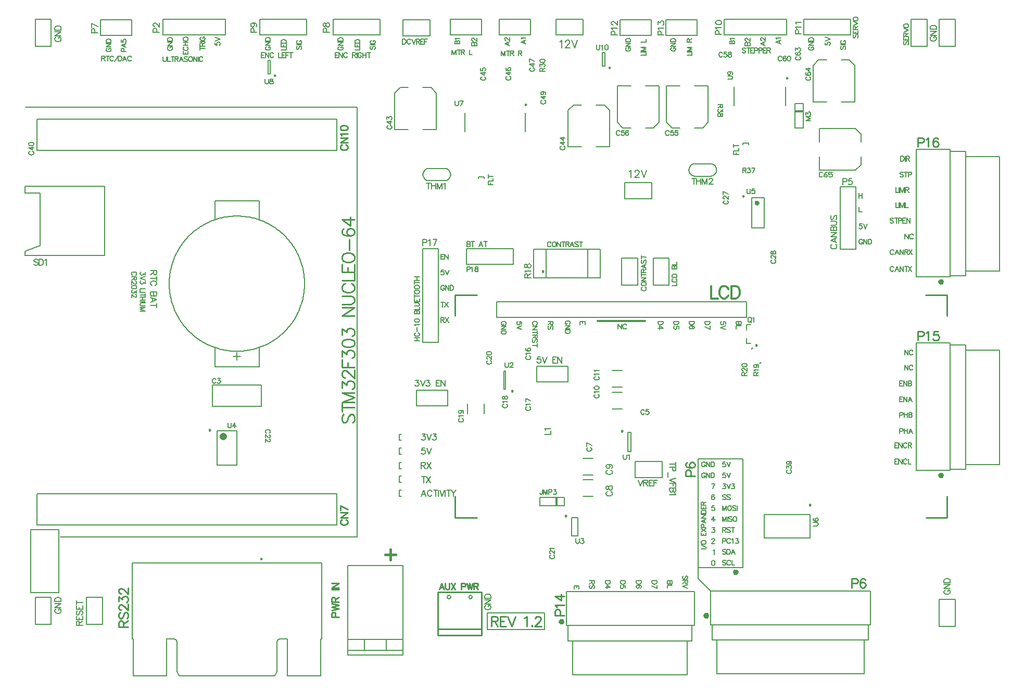
<source format=gto>
G04*
G04 #@! TF.GenerationSoftware,Altium Limited,Altium Designer,19.0.10 (269)*
G04*
G04 Layer_Color=65535*
%FSLAX25Y25*%
%MOIN*%
G70*
G01*
G75*
%ADD10C,0.00984*%
%ADD11C,0.01575*%
%ADD12C,0.00500*%
%ADD13C,0.00787*%
%ADD14C,0.02362*%
%ADD15C,0.00709*%
%ADD16C,0.01181*%
%ADD17C,0.01000*%
%ADD18C,0.01378*%
%ADD19R,0.05118X0.01575*%
%ADD20R,0.01575X0.05118*%
D10*
X543799Y273524D02*
X543061Y273950D01*
Y273097D01*
X543799Y273524D01*
X518012Y537008D02*
X517274Y537434D01*
Y536582D01*
X518012Y537008D01*
X700098Y280512D02*
X699360Y280938D01*
Y280086D01*
X700098Y280512D01*
X685335Y553937D02*
X684596Y554363D01*
Y553511D01*
X685335Y553937D01*
X348622Y245945D02*
X347884Y246371D01*
Y245519D01*
X348622Y245945D01*
X665650Y382874D02*
X664911Y383300D01*
Y382448D01*
X665650Y382874D01*
X529075Y430118D02*
X528337Y430544D01*
Y429692D01*
X529075Y430118D01*
X579705Y327825D02*
X578967Y328251D01*
Y327399D01*
X579705Y327825D01*
X509350Y353508D02*
X508612Y353934D01*
Y353082D01*
X509350Y353508D01*
X315811Y328429D02*
X315073Y328855D01*
Y328003D01*
X315811Y328429D01*
X657283Y478366D02*
X656545Y478792D01*
Y477940D01*
X657283Y478366D01*
X571594Y560630D02*
X570856Y561056D01*
Y560204D01*
X571594Y560630D01*
X357461Y555709D02*
X356722Y556135D01*
Y555282D01*
X357461Y555709D01*
X495590Y209054D02*
Y202756D01*
Y209054D02*
X498290D01*
X499189Y208754D01*
X499489Y208454D01*
X499789Y207854D01*
Y207254D01*
X499489Y206655D01*
X499189Y206355D01*
X498290Y206055D01*
X495590D01*
X497690D02*
X499789Y202756D01*
X505097Y209054D02*
X501199D01*
Y202756D01*
X505097D01*
X501199Y206055D02*
X503598D01*
X506147Y209054D02*
X508546Y202756D01*
X510945Y209054D02*
X508546Y202756D01*
X516703Y207854D02*
X517303Y208154D01*
X518203Y209054D01*
Y202756D01*
X521622Y203356D02*
X521322Y203056D01*
X521622Y202756D01*
X521922Y203056D01*
X521622Y203356D01*
X523601Y207554D02*
Y207854D01*
X523901Y208454D01*
X524201Y208754D01*
X524801Y209054D01*
X526000D01*
X526600Y208754D01*
X526900Y208454D01*
X527200Y207854D01*
Y207254D01*
X526900Y206655D01*
X526300Y205755D01*
X523301Y202756D01*
X527500D01*
D11*
X652913Y237559D02*
X652421Y238411D01*
X651437D01*
X650945Y237559D01*
X651437Y236707D01*
X652421D01*
X652913Y237559D01*
X634055Y209646D02*
X633563Y210498D01*
X632579D01*
X632087Y209646D01*
X632579Y208793D01*
X633563D01*
X634055Y209646D01*
X784449Y423583D02*
X783957Y424435D01*
X782972D01*
X782480Y423583D01*
X782972Y422730D01*
X783957D01*
X784449Y423583D01*
X666339Y474016D02*
X665795Y474765D01*
X664914Y474479D01*
Y473553D01*
X665795Y473267D01*
X666339Y474016D01*
X784449Y299567D02*
X783957Y300419D01*
X782972D01*
X782480Y299567D01*
X782972Y298714D01*
X783957D01*
X784449Y299567D01*
X541339Y205709D02*
X540846Y206561D01*
X539862D01*
X539370Y205709D01*
X539862Y204856D01*
X540846D01*
X541339Y205709D01*
X431011Y252023D02*
Y245276D01*
X427638Y248649D02*
X434385D01*
D12*
X375984Y422244D02*
X375973Y423244D01*
X375938Y424244D01*
X375880Y425243D01*
X375799Y426240D01*
X375696Y427235D01*
X375569Y428227D01*
X375419Y429216D01*
X375247Y430202D01*
X375052Y431183D01*
X374834Y432159D01*
X374594Y433130D01*
X374331Y434096D01*
X374046Y435055D01*
X373739Y436007D01*
X373410Y436951D01*
X373060Y437888D01*
X372688Y438817D01*
X372294Y439737D01*
X371880Y440647D01*
X371444Y441548D01*
X370988Y442438D01*
X370511Y443318D01*
X370014Y444186D01*
X369498Y445042D01*
X368961Y445887D01*
X368405Y446719D01*
X367831Y447537D01*
X367237Y448342D01*
X366625Y449134D01*
X365995Y449911D01*
X365347Y450673D01*
X364682Y451420D01*
X363999Y452151D01*
X363300Y452867D01*
X362584Y453566D01*
X361853Y454248D01*
X361106Y454914D01*
X360344Y455562D01*
X359567Y456192D01*
X358775Y456804D01*
X357970Y457398D01*
X357152Y457972D01*
X356320Y458528D01*
X355475Y459064D01*
X354619Y459581D01*
X353751Y460078D01*
X352871Y460555D01*
X351981Y461011D01*
X351080Y461447D01*
X350170Y461861D01*
X349250Y462255D01*
X348322Y462627D01*
X347385Y462977D01*
X346440Y463306D01*
X345488Y463613D01*
X344529Y463898D01*
X343563Y464161D01*
X342592Y464401D01*
X341616Y464619D01*
X340635Y464814D01*
X339649Y464986D01*
X338660Y465136D01*
X337668Y465263D01*
X336673Y465366D01*
X335676Y465447D01*
X334677Y465505D01*
X333677Y465540D01*
X332677Y465551D01*
X331677Y465540D01*
X330677Y465505D01*
X329678Y465447D01*
X328681Y465366D01*
X327686Y465263D01*
X326694Y465136D01*
X325705Y464986D01*
X324720Y464814D01*
X323738Y464619D01*
X322762Y464401D01*
X321791Y464161D01*
X320826Y463898D01*
X319867Y463613D01*
X318915Y463306D01*
X317970Y462977D01*
X317033Y462627D01*
X316104Y462255D01*
X315184Y461861D01*
X314274Y461447D01*
X313373Y461011D01*
X312483Y460555D01*
X311604Y460078D01*
X310735Y459581D01*
X309879Y459064D01*
X309034Y458528D01*
X308203Y457972D01*
X307384Y457397D01*
X306579Y456804D01*
X305787Y456192D01*
X305011Y455562D01*
X304248Y454914D01*
X303501Y454248D01*
X302770Y453566D01*
X302054Y452867D01*
X301355Y452151D01*
X300673Y451420D01*
X300007Y450673D01*
X299359Y449911D01*
X298729Y449134D01*
X298117Y448342D01*
X297524Y447537D01*
X296949Y446718D01*
X296393Y445887D01*
X295857Y445042D01*
X295340Y444186D01*
X294843Y443317D01*
X294366Y442438D01*
X293910Y441548D01*
X293475Y440647D01*
X293060Y439737D01*
X292667Y438817D01*
X292295Y437888D01*
X291944Y436951D01*
X291615Y436007D01*
X291308Y435054D01*
X291023Y434095D01*
X290761Y433130D01*
X290520Y432159D01*
X290303Y431183D01*
X290107Y430202D01*
X289935Y429216D01*
X289785Y428227D01*
X289659Y427235D01*
X289555Y426240D01*
X289474Y425243D01*
X289416Y424244D01*
X289382Y423244D01*
X289370Y422244D01*
X289382Y421244D01*
X289416Y420244D01*
X289474Y419245D01*
X289555Y418248D01*
X289659Y417253D01*
X289785Y416261D01*
X289935Y415272D01*
X290107Y414286D01*
X290303Y413305D01*
X290520Y412329D01*
X290761Y411358D01*
X291023Y410392D01*
X291308Y409433D01*
X291615Y408481D01*
X291944Y407537D01*
X292295Y406600D01*
X292667Y405671D01*
X293060Y404751D01*
X293475Y403841D01*
X293910Y402940D01*
X294367Y402050D01*
X294843Y401170D01*
X295340Y400302D01*
X295857Y399446D01*
X296393Y398601D01*
X296949Y397769D01*
X297524Y396951D01*
X298117Y396146D01*
X298729Y395354D01*
X299360Y394577D01*
X300008Y393815D01*
X300673Y393068D01*
X301355Y392337D01*
X302055Y391621D01*
X302770Y390922D01*
X303502Y390240D01*
X304249Y389574D01*
X305011Y388926D01*
X305788Y388296D01*
X306579Y387684D01*
X307384Y387090D01*
X308203Y386516D01*
X309035Y385960D01*
X309879Y385423D01*
X310736Y384907D01*
X311604Y384410D01*
X312484Y383933D01*
X313374Y383477D01*
X314274Y383042D01*
X315185Y382627D01*
X316105Y382233D01*
X317033Y381861D01*
X317970Y381511D01*
X318915Y381182D01*
X319867Y380875D01*
X320826Y380590D01*
X321791Y380328D01*
X322762Y380087D01*
X323739Y379870D01*
X324720Y379674D01*
X325705Y379502D01*
X326694Y379352D01*
X327687Y379225D01*
X328681Y379122D01*
X329679Y379041D01*
X330677Y378983D01*
X331677Y378948D01*
X332677Y378937D01*
X333678Y378949D01*
X334677Y378983D01*
X335676Y379041D01*
X336673Y379122D01*
X337668Y379226D01*
X338660Y379352D01*
X339650Y379502D01*
X340635Y379674D01*
X341616Y379870D01*
X342592Y380087D01*
X343564Y380328D01*
X344529Y380590D01*
X345488Y380875D01*
X346440Y381182D01*
X347385Y381511D01*
X348322Y381861D01*
X349250Y382234D01*
X350170Y382627D01*
X351080Y383042D01*
X351981Y383477D01*
X352871Y383933D01*
X353751Y384410D01*
X354619Y384907D01*
X355475Y385424D01*
X356320Y385960D01*
X357152Y386516D01*
X357970Y387091D01*
X358775Y387684D01*
X359567Y388296D01*
X360344Y388926D01*
X361106Y389574D01*
X361853Y390240D01*
X362584Y390922D01*
X363300Y391621D01*
X363999Y392337D01*
X364681Y393068D01*
X365347Y393815D01*
X365995Y394577D01*
X366625Y395354D01*
X367237Y396146D01*
X367830Y396951D01*
X368405Y397769D01*
X368961Y398601D01*
X369497Y399446D01*
X370014Y400302D01*
X370511Y401170D01*
X370988Y402050D01*
X371444Y402940D01*
X371880Y403841D01*
X372294Y404751D01*
X372688Y405671D01*
X373060Y406600D01*
X373410Y407536D01*
X373739Y408481D01*
X374046Y409433D01*
X374331Y410392D01*
X374594Y411357D01*
X374834Y412328D01*
X375052Y413305D01*
X375247Y414286D01*
X375419Y415271D01*
X375569Y416260D01*
X375696Y417253D01*
X375799Y418248D01*
X375880Y419245D01*
X375938Y420244D01*
X375973Y421243D01*
X375984Y422244D01*
X483465Y221535D02*
X483020Y222459D01*
X482021Y222687D01*
X481219Y222048D01*
Y221023D01*
X482021Y220384D01*
X483020Y220612D01*
X483465Y221535D01*
X469685D02*
X469240Y222459D01*
X468241Y222687D01*
X467440Y222048D01*
Y221023D01*
X468241Y220384D01*
X469240Y220612D01*
X469685Y221535D01*
X625984Y499016D02*
X624965Y498882D01*
X624016Y498488D01*
X623200Y497863D01*
X622575Y497047D01*
X622181Y496098D01*
X622047Y495079D01*
X622181Y494060D01*
X622575Y493110D01*
X623200Y492295D01*
X624016Y491669D01*
X624965Y491276D01*
X625984Y491142D01*
X635827D02*
X636846Y491276D01*
X637795Y491669D01*
X638611Y492295D01*
X639236Y493110D01*
X639630Y494060D01*
X639764Y495079D01*
X639630Y496098D01*
X639236Y497047D01*
X638611Y497863D01*
X637795Y498488D01*
X636846Y498882D01*
X635827Y499016D01*
X455709Y496063D02*
X454690Y495929D01*
X453740Y495536D01*
X452925Y494910D01*
X452299Y494095D01*
X451906Y493145D01*
X451772Y492126D01*
X451906Y491107D01*
X452299Y490158D01*
X452925Y489342D01*
X453740Y488716D01*
X454690Y488323D01*
X455709Y488189D01*
X465551D02*
X466570Y488323D01*
X467520Y488716D01*
X468335Y489342D01*
X468961Y490158D01*
X469354Y491107D01*
X469488Y492126D01*
X469354Y493145D01*
X468961Y494095D01*
X468335Y494910D01*
X467520Y495536D01*
X466570Y495929D01*
X465551Y496063D01*
X598228Y476772D02*
Y487008D01*
X580905D02*
X598228D01*
X580905Y476772D02*
Y487008D01*
Y476772D02*
X598228D01*
X690100Y522047D02*
Y537795D01*
Y522047D02*
X695219D01*
Y537795D01*
X690100D02*
X695219D01*
X403543Y184449D02*
X438976D01*
X403543D02*
Y241535D01*
X438976D01*
Y184449D02*
Y241535D01*
X403543Y187402D02*
X438976D01*
X403543Y194291D02*
X438976D01*
X428150Y187402D02*
Y194291D01*
X414370Y187402D02*
Y194291D01*
X196850Y440276D02*
Y442835D01*
Y480236D02*
Y484764D01*
Y440276D02*
X248031D01*
Y484764D01*
X196850D02*
X248031D01*
X206693Y452677D02*
Y480236D01*
X196850D02*
X206693D01*
Y446772D02*
Y452677D01*
X196850Y442835D02*
X206693Y446772D01*
X554331Y581496D02*
Y591732D01*
X537008D02*
X554331D01*
X537008Y581496D02*
Y591732D01*
Y581496D02*
X554331D01*
X627953Y309842D02*
X656693D01*
X627953Y240158D02*
Y309842D01*
Y240158D02*
X656693D01*
Y309842D01*
X493110Y200787D02*
Y211299D01*
Y200787D02*
X529528D01*
Y211299D01*
X493110D02*
X529528D01*
X200787Y224410D02*
Y264764D01*
Y224410D02*
X218504D01*
Y264764D01*
X200787D02*
X218504D01*
X587795Y298031D02*
Y308268D01*
Y298031D02*
X605118D01*
Y308268D01*
X587795D02*
X605118D01*
X472441Y405512D02*
Y414961D01*
X332677Y375787D02*
X335039D01*
X330315D02*
X332677D01*
Y373425D02*
Y378150D01*
X346850Y369094D02*
Y381299D01*
X318504Y369094D02*
X346850D01*
X318504D02*
Y381299D01*
Y463189D02*
Y475394D01*
X346850Y463189D02*
Y475394D01*
X318504D02*
X346850D01*
X636024Y203740D02*
Y225394D01*
Y203740D02*
X738386D01*
Y225394D01*
X636024D02*
X738386D01*
X767717Y426535D02*
Y508425D01*
X789370D01*
Y426535D02*
Y508425D01*
X767717Y426535D02*
X789370D01*
X625984Y491142D02*
X635827D01*
X625984Y499016D02*
X635827D01*
X542323Y280079D02*
Y285197D01*
X526575Y280079D02*
X542323D01*
X526575D02*
Y285197D01*
X542323D01*
X764370Y574213D02*
Y591536D01*
X774606D01*
Y574213D02*
Y591536D01*
X764370Y574213D02*
X774606D01*
X236417Y204134D02*
Y221457D01*
X246654D01*
Y204134D02*
Y221457D01*
X236417Y204134D02*
X246654D01*
X609449Y421457D02*
Y438779D01*
X599213Y421457D02*
X609449D01*
X599213D02*
Y438779D01*
X609449D01*
X203543Y574213D02*
Y591536D01*
X213779D01*
Y574213D02*
Y591536D01*
X203543Y574213D02*
X213779D01*
X782283D02*
Y591536D01*
X792520D01*
Y574213D02*
Y591536D01*
X782283Y574213D02*
X792520D01*
X782283Y202638D02*
Y219961D01*
X792520D01*
Y202638D02*
Y219961D01*
X782283Y202638D02*
X792520D01*
X203543Y204016D02*
Y221339D01*
X213779D01*
Y204016D02*
Y221339D01*
X203543Y204016D02*
X213779D01*
X438976Y591339D02*
X456299D01*
Y581102D02*
Y591339D01*
X438976Y581102D02*
X456299D01*
X438976D02*
Y591339D01*
X589370Y421457D02*
Y438779D01*
X579134Y421457D02*
X589370D01*
X579134D02*
Y438779D01*
X589370D01*
X455709Y488189D02*
X465551D01*
X455709Y496063D02*
X465551D01*
X767717Y302520D02*
X789370D01*
Y384409D01*
X767717D02*
X789370D01*
X767717Y302520D02*
Y384409D01*
X543661Y203228D02*
Y224882D01*
Y203228D02*
X625551D01*
Y224882D01*
X543661D02*
X625551D01*
D13*
X294173Y174882D02*
X294255Y173980D01*
X294498Y173108D01*
X294895Y172294D01*
X295432Y171565D01*
X296091Y170945D01*
X356547D02*
X357206Y171565D01*
X357743Y172294D01*
X358139Y173108D01*
X358383Y173980D01*
X358465Y174882D01*
X294173Y192992D02*
X293712Y194106D01*
X292598Y194567D01*
X360039D02*
X358926Y194106D01*
X358465Y192992D01*
X436811Y312992D02*
Y316929D01*
Y312992D02*
X437992D01*
X436811Y316929D02*
X437992D01*
X479646Y444606D02*
X509646D01*
X479646Y434606D02*
Y444606D01*
Y434606D02*
X509646D01*
Y444606D01*
X728740Y521654D02*
X732283Y518110D01*
Y517717D02*
Y518110D01*
X728740Y494882D02*
X732283Y498425D01*
Y498819D01*
X705512Y494882D02*
X705512Y503543D01*
X705512Y494882D02*
X728740D01*
X732283Y498819D02*
Y503543D01*
Y512992D02*
Y517717D01*
X705512Y521654D02*
X728740Y521654D01*
X705512Y512992D02*
Y521654D01*
X551083Y260531D02*
Y272342D01*
X547146Y260531D02*
Y272342D01*
Y260531D02*
X551083D01*
X547146Y272342D02*
X551083D01*
X627953Y233465D02*
X636024Y225394D01*
X627953Y233465D02*
Y240158D01*
X478740Y519685D02*
Y531496D01*
X517323Y519685D02*
Y531496D01*
X670276Y274213D02*
X699803D01*
X670276Y259252D02*
X699803D01*
Y274213D01*
X670276Y259252D02*
Y274213D01*
X447598Y354063D02*
X467598D01*
X447598Y344063D02*
Y354063D01*
Y344063D02*
X467598D01*
Y354063D01*
X524528Y369173D02*
X544528D01*
X524528Y359173D02*
Y369173D01*
Y359173D02*
X544528D01*
Y369173D01*
X451693Y444606D02*
X461693D01*
X451693Y384606D02*
X461693D01*
X451693D02*
Y444606D01*
X461693Y384606D02*
Y444606D01*
X245433Y591221D02*
X265433D01*
X245433Y581220D02*
Y591221D01*
Y581220D02*
X265433D01*
Y591221D01*
X658937Y400512D02*
Y410512D01*
X506437D02*
X658937D01*
X498937D02*
X506437D01*
X498937Y400512D02*
Y410512D01*
Y400512D02*
X658937D01*
X684055Y536614D02*
Y548425D01*
X650984Y536614D02*
Y548425D01*
X684055Y536417D02*
Y548228D01*
X650984Y536417D02*
Y548228D01*
X701575Y562008D02*
X705118Y565551D01*
X705512D01*
X724803D02*
X728346Y562008D01*
X724409Y565551D02*
X724803D01*
X719685Y538779D02*
X728346Y538779D01*
Y562008D01*
X719685Y565551D02*
X724409D01*
X705512D02*
X710236D01*
X701575Y538779D02*
X701575Y562008D01*
X701575Y538779D02*
X710236D01*
X480217Y338926D02*
Y345225D01*
X490846Y338926D02*
Y345225D01*
X386949Y194567D02*
Y243386D01*
X265689Y194567D02*
Y243386D01*
X265689D02*
X386949D01*
X358465Y174882D02*
Y192992D01*
X294173Y174882D02*
Y192992D01*
X266443Y170945D02*
Y194567D01*
X364828Y170945D02*
Y194567D01*
X386195Y170945D02*
Y194567D01*
X296091Y170945D02*
X356547D01*
X364828D02*
X386195D01*
X266443D02*
X287809D01*
X287809Y170945D02*
Y194567D01*
X265689D02*
X266443D01*
X287809D02*
X292598D01*
X386195D02*
X386949D01*
X360039D02*
X364828D01*
X639961Y193898D02*
X734449D01*
Y172244D02*
Y193898D01*
X639961Y172244D02*
X734449D01*
X639961D02*
Y193898D01*
X636929D02*
Y203740D01*
Y193898D02*
X736929D01*
Y203740D01*
X636929D02*
X736929D01*
X644567Y581811D02*
Y591811D01*
X684567D01*
X644567Y581811D02*
X684567D01*
Y591811D01*
X725630Y581614D02*
Y591614D01*
X695630Y581614D02*
X725630D01*
X695630D02*
Y591614D01*
X725630D01*
X789370Y427441D02*
Y506850D01*
X799213D01*
Y427441D02*
Y506850D01*
X789370Y427441D02*
X799213D01*
Y430472D02*
X820866D01*
Y503701D01*
X799213D02*
X820866D01*
X799213Y430472D02*
Y503701D01*
X436811Y325787D02*
X437992D01*
X436811Y321850D02*
X437992D01*
X436811D02*
Y325787D01*
X658858Y392717D02*
Y395866D01*
X661614D01*
X658858Y384055D02*
Y387205D01*
Y384055D02*
X661614D01*
X557382Y425886D02*
Y444350D01*
X530492Y425886D02*
Y444350D01*
X557382D01*
X530492Y425886D02*
X557382D01*
X582953Y326840D02*
X584921D01*
X582953Y314636D02*
X584921D01*
X582953D02*
Y326840D01*
X584921Y314636D02*
Y326840D01*
X503543Y354788D02*
X504724D01*
X503543Y366205D02*
X504724D01*
Y354788D02*
Y366205D01*
X503543Y354788D02*
Y366205D01*
X320020Y305929D02*
Y327929D01*
X332618Y305929D02*
Y327929D01*
X320020Y305929D02*
X332618D01*
X320020Y327929D02*
X332618D01*
X662402Y457874D02*
Y477165D01*
X670276Y457874D02*
Y477165D01*
X662402D02*
X670276D01*
X662402Y457874D02*
X670276D01*
X566732Y561614D02*
Y570276D01*
X568228Y561614D02*
Y570276D01*
X566732D02*
X568228D01*
X566732Y561614D02*
X568228D01*
X204685Y287638D02*
X396614D01*
X204685Y267638D02*
X396614D01*
X204685D02*
Y287638D01*
X396614Y267638D02*
Y287638D01*
X396614Y507795D02*
Y527795D01*
X204685Y507795D02*
Y527795D01*
Y507795D02*
X396614D01*
X204685Y527795D02*
X396614D01*
X572913Y366535D02*
X579213D01*
X572913Y355906D02*
X579213D01*
X572913Y352756D02*
X579213D01*
X572913Y342126D02*
X579213D01*
X554213Y299803D02*
X560512D01*
X554213Y310433D02*
X560512D01*
X554213Y286024D02*
X560512D01*
X554213Y296654D02*
X560512D01*
X599409Y522047D02*
X602953Y525591D01*
X599016Y522047D02*
X599409D01*
X576181Y525591D02*
X579724Y522047D01*
X580118D01*
X576181Y548819D02*
X584842Y548819D01*
X576181Y525591D02*
Y548819D01*
X580118Y522047D02*
X584842D01*
X594291D02*
X599016D01*
X602953Y525591D02*
X602953Y548819D01*
X594291D02*
X602953D01*
X630905Y522047D02*
X634449Y525591D01*
X630512Y522047D02*
X630905D01*
X607677Y525591D02*
X611221Y522047D01*
X611614D01*
X607677Y548819D02*
X616339Y548819D01*
X607677Y525591D02*
Y548819D01*
X611614Y522047D02*
X616339D01*
X625787D02*
X630512D01*
X634449Y525591D02*
X634449Y548819D01*
X625787D02*
X634449D01*
X544685Y533268D02*
X548228Y536811D01*
X548622D01*
X567913D02*
X571457Y533268D01*
X567520Y536811D02*
X567913D01*
X562795Y510039D02*
X571457Y510039D01*
Y533268D01*
X562795Y536811D02*
X567520D01*
X548622D02*
X553346D01*
X544685Y510039D02*
X544685Y533268D01*
X544685Y510039D02*
X553346D01*
X433661Y544291D02*
X437205Y547835D01*
X437598D01*
X456890D02*
X460433Y544291D01*
X456496Y547835D02*
X456890D01*
X451772Y521063D02*
X460433Y521063D01*
Y544291D01*
X451772Y547835D02*
X456496D01*
X437598D02*
X442323D01*
X433661Y521063D02*
X433661Y544291D01*
X433661Y521063D02*
X442323D01*
X352598Y556693D02*
X354095D01*
X352598Y565354D02*
X354095D01*
Y556693D02*
Y565354D01*
X352598Y556693D02*
Y565354D01*
X799213Y306457D02*
Y379685D01*
X820866D01*
Y306457D02*
Y379685D01*
X799213Y306457D02*
X820866D01*
X789370Y303425D02*
X799213D01*
Y382835D01*
X789370D02*
X799213D01*
X789370Y303425D02*
Y382835D01*
X547598Y193386D02*
X620827D01*
Y171732D02*
Y193386D01*
X547598Y171732D02*
X620827D01*
X547598D02*
Y193386D01*
X544567D02*
Y203228D01*
Y193386D02*
X623976D01*
Y203228D01*
X544567D02*
X623976D01*
X627323Y581220D02*
Y591221D01*
X607323Y581220D02*
X627323D01*
X607323D02*
Y591221D01*
X627323D01*
X597953Y581220D02*
Y591221D01*
X577953Y581220D02*
X597953D01*
X577953D02*
Y591221D01*
X597953D01*
X347287Y581614D02*
X377287D01*
Y591614D01*
X347287D02*
X377287D01*
X347287Y581614D02*
Y591614D01*
X394449Y581614D02*
X424449D01*
Y591614D01*
X394449D02*
X424449D01*
X394449Y581614D02*
Y591614D01*
X719016Y444331D02*
X729016D01*
X719016D02*
Y484331D01*
X729016Y444331D02*
Y484331D01*
X719016D02*
X729016D01*
X285197Y581811D02*
Y591811D01*
X325197D01*
X285197Y581811D02*
X325197D01*
Y591811D01*
X656496Y512402D02*
X660433D01*
X656496Y511221D02*
Y512402D01*
X660433Y511221D02*
Y512402D01*
X487205Y490748D02*
X491142D01*
X487205Y489567D02*
Y490748D01*
X491142Y489567D02*
Y490748D01*
X436811Y294882D02*
Y298819D01*
Y294882D02*
X437992D01*
X436811Y298819D02*
X437992D01*
X436811Y303740D02*
Y307677D01*
Y303740D02*
X437992D01*
X436811Y307677D02*
X437992D01*
X489252Y581614D02*
Y591614D01*
X469252Y581614D02*
X489252D01*
X469252D02*
Y591614D01*
X489252D01*
X500748Y581614D02*
Y591614D01*
X520748D01*
Y581614D02*
Y591614D01*
X500748Y581614D02*
X520748D01*
X436811Y286024D02*
Y289961D01*
Y286024D02*
X437992D01*
X436811Y289961D02*
X437992D01*
X583858Y493981D02*
X584308Y494206D01*
X584983Y494881D01*
Y490158D01*
X587547Y493756D02*
Y493981D01*
X587772Y494431D01*
X587997Y494656D01*
X588447Y494881D01*
X589346D01*
X589796Y494656D01*
X590021Y494431D01*
X590246Y493981D01*
Y493531D01*
X590021Y493082D01*
X589571Y492407D01*
X587322Y490158D01*
X590471D01*
X591528Y494881D02*
X593328Y490158D01*
X595127Y494881D02*
X593328Y490158D01*
X539370Y577249D02*
X539820Y577474D01*
X540495Y578149D01*
Y573425D01*
X543059Y577024D02*
Y577249D01*
X543284Y577699D01*
X543509Y577924D01*
X543958Y578149D01*
X544858D01*
X545308Y577924D01*
X545533Y577699D01*
X545758Y577249D01*
Y576799D01*
X545533Y576349D01*
X545083Y575674D01*
X542834Y573425D01*
X545983D01*
X547040Y578149D02*
X548839Y573425D01*
X550639Y578149D02*
X548839Y573425D01*
D14*
X325000Y324429D02*
X324555Y325353D01*
X323556Y325581D01*
X322755Y324942D01*
Y323917D01*
X323556Y323278D01*
X324555Y323506D01*
X325000Y324429D01*
D15*
X662205Y380315D02*
Y381102D01*
X662992D01*
X668110Y371260D02*
Y372047D01*
X667323Y371260D02*
X668110D01*
X522516Y425886D02*
Y444350D01*
Y425886D02*
X565354D01*
Y444350D01*
X522516D02*
X565354D01*
X316929Y357283D02*
X332677D01*
X316929Y343504D02*
Y357283D01*
Y343504D02*
X348425D01*
Y357283D01*
X332677D02*
X348425D01*
X409646Y259842D02*
Y535433D01*
X197244D02*
X409646D01*
X219488Y259842D02*
X409646Y259842D01*
X629943Y252284D02*
X633092D01*
X633542Y252943D02*
X629943Y255043D01*
Y256152D02*
X630093Y255852D01*
X630393Y255552D01*
X630693Y255402D01*
X631143Y255253D01*
X631893D01*
X632342Y255402D01*
X632642Y255552D01*
X632942Y255852D01*
X633092Y256152D01*
Y256752D01*
X632942Y257052D01*
X632642Y257352D01*
X632342Y257502D01*
X631893Y257652D01*
X631143D01*
X630693Y257502D01*
X630393Y257352D01*
X630093Y257052D01*
X629943Y256752D01*
Y256152D01*
Y262810D02*
Y260861D01*
X633092D01*
Y262810D01*
X631443Y260861D02*
Y262060D01*
X629943Y263335D02*
X633092Y265434D01*
X629943D02*
X633092Y263335D01*
X631593Y266139D02*
Y267488D01*
X631443Y267938D01*
X631293Y268088D01*
X630993Y268238D01*
X630543D01*
X630243Y268088D01*
X630093Y267938D01*
X629943Y267488D01*
Y266139D01*
X633092D01*
Y271342D02*
X629943Y270142D01*
X633092Y268943D01*
X632043Y269393D02*
Y270892D01*
X629943Y272077D02*
X633092D01*
X629943D02*
X633092Y274176D01*
X629943D02*
X633092D01*
X629943Y275046D02*
X633092D01*
X629943D02*
Y276095D01*
X630093Y276545D01*
X630393Y276845D01*
X630693Y276995D01*
X631143Y277145D01*
X631893D01*
X632342Y276995D01*
X632642Y276845D01*
X632942Y276545D01*
X633092Y276095D01*
Y275046D01*
X629943Y279799D02*
Y277850D01*
X633092D01*
Y279799D01*
X631443Y277850D02*
Y279049D01*
X629943Y280324D02*
X633092D01*
X629943D02*
Y281674D01*
X630093Y282123D01*
X630243Y282273D01*
X630543Y282423D01*
X630843D01*
X631143Y282273D01*
X631293Y282123D01*
X631443Y281674D01*
Y280324D01*
Y281374D02*
X633092Y282423D01*
X309135Y573051D02*
X312283D01*
X309135Y572002D02*
Y574101D01*
Y574476D02*
X312283D01*
X309135D02*
Y575825D01*
X309284Y576275D01*
X309434Y576425D01*
X309734Y576575D01*
X310034D01*
X310334Y576425D01*
X310484Y576275D01*
X310634Y575825D01*
Y574476D01*
Y575526D02*
X312283Y576575D01*
X309135Y577280D02*
X312283D01*
X309884Y580189D02*
X309584Y580039D01*
X309284Y579739D01*
X309135Y579439D01*
Y578839D01*
X309284Y578540D01*
X309584Y578239D01*
X309884Y578090D01*
X310334Y577940D01*
X311084D01*
X311534Y578090D01*
X311834Y578239D01*
X312134Y578540D01*
X312283Y578839D01*
Y579439D01*
X312134Y579739D01*
X311834Y580039D01*
X311534Y580189D01*
X311084D01*
Y579439D02*
Y580189D01*
X713812Y447418D02*
X713437Y447230D01*
X713062Y446855D01*
X712875Y446481D01*
Y445731D01*
X713062Y445356D01*
X713437Y444981D01*
X713812Y444794D01*
X714374Y444606D01*
X715311D01*
X715874Y444794D01*
X716249Y444981D01*
X716624Y445356D01*
X716811Y445731D01*
Y446481D01*
X716624Y446855D01*
X716249Y447230D01*
X715874Y447418D01*
X716811Y451523D02*
X712875Y450023D01*
X716811Y448524D01*
X715499Y449086D02*
Y450960D01*
X712875Y452441D02*
X716811D01*
X712875D02*
X716811Y455065D01*
X712875D02*
X716811D01*
X712875Y456152D02*
X716811D01*
X712875D02*
Y457839D01*
X713062Y458402D01*
X713250Y458589D01*
X713625Y458777D01*
X714000D01*
X714374Y458589D01*
X714562Y458402D01*
X714749Y457839D01*
Y456152D02*
Y457839D01*
X714937Y458402D01*
X715124Y458589D01*
X715499Y458777D01*
X716061D01*
X716436Y458589D01*
X716624Y458402D01*
X716811Y457839D01*
Y456152D01*
X712875Y459657D02*
X715686D01*
X716249Y459845D01*
X716624Y460220D01*
X716811Y460782D01*
Y461157D01*
X716624Y461719D01*
X716249Y462094D01*
X715686Y462282D01*
X712875D01*
X713437Y465993D02*
X713062Y465618D01*
X712875Y465056D01*
Y464306D01*
X713062Y463743D01*
X713437Y463369D01*
X713812D01*
X714187Y463556D01*
X714374Y463743D01*
X714562Y464118D01*
X714937Y465243D01*
X715124Y465618D01*
X715311Y465805D01*
X715686Y465993D01*
X716249D01*
X716624Y465618D01*
X716811Y465056D01*
Y464306D01*
X716624Y463743D01*
X716249Y463369D01*
X273904Y429503D02*
Y427854D01*
X272704Y428754D01*
Y428304D01*
X272554Y428004D01*
X272405Y427854D01*
X271955Y427704D01*
X271655D01*
X271205Y427854D01*
X270905Y428154D01*
X270755Y428604D01*
Y429053D01*
X270905Y429503D01*
X271055Y429653D01*
X271355Y429803D01*
X273904Y426999D02*
X270755Y425800D01*
X273904Y424600D02*
X270755Y425800D01*
X273904Y423895D02*
Y422246D01*
X272704Y423145D01*
Y422696D01*
X272554Y422396D01*
X272405Y422246D01*
X271955Y422096D01*
X271655D01*
X271205Y422246D01*
X270905Y422546D01*
X270755Y422996D01*
Y423445D01*
X270905Y423895D01*
X271055Y424045D01*
X271355Y424195D01*
X273904Y418917D02*
X270755D01*
Y417118D01*
X273904Y416773D02*
X270755D01*
X273904Y415063D02*
X270755D01*
X273904Y416113D02*
Y414013D01*
Y413639D02*
X270755D01*
X273904Y411539D02*
X270755D01*
X272405Y413639D02*
Y411539D01*
X273904Y410670D02*
X270755D01*
X273904Y410010D02*
X271655D01*
X271205Y409860D01*
X270905Y409560D01*
X270755Y409110D01*
Y408810D01*
X270905Y408360D01*
X271205Y408061D01*
X271655Y407911D01*
X273904D01*
Y407041D02*
X270755D01*
X273904D02*
X270755Y405841D01*
X273904Y404642D02*
X270755Y405841D01*
X273904Y404642D02*
X270755D01*
X267675Y427554D02*
X267975Y427704D01*
X268275Y428004D01*
X268425Y428304D01*
Y428903D01*
X268275Y429203D01*
X267975Y429503D01*
X267675Y429653D01*
X267225Y429803D01*
X266475D01*
X266025Y429653D01*
X265725Y429503D01*
X265425Y429203D01*
X265276Y428903D01*
Y428304D01*
X265425Y428004D01*
X265725Y427704D01*
X266025Y427554D01*
X268425Y426669D02*
X265276D01*
X268425D02*
Y425320D01*
X268275Y424870D01*
X268125Y424720D01*
X267825Y424570D01*
X267525D01*
X267225Y424720D01*
X267075Y424870D01*
X266925Y425320D01*
Y426669D01*
Y425620D02*
X265276Y424570D01*
X267675Y423715D02*
X267825D01*
X268125Y423565D01*
X268275Y423415D01*
X268425Y423115D01*
Y422516D01*
X268275Y422216D01*
X268125Y422066D01*
X267825Y421916D01*
X267525D01*
X267225Y422066D01*
X266775Y422366D01*
X265276Y423865D01*
Y421766D01*
X268425Y420161D02*
X268275Y420611D01*
X267825Y420911D01*
X267075Y421061D01*
X266625D01*
X265875Y420911D01*
X265425Y420611D01*
X265276Y420161D01*
Y419862D01*
X265425Y419412D01*
X265875Y419112D01*
X266625Y418962D01*
X267075D01*
X267825Y419112D01*
X268275Y419412D01*
X268425Y419862D01*
Y420161D01*
Y417957D02*
Y416308D01*
X267225Y417207D01*
Y416758D01*
X267075Y416458D01*
X266925Y416308D01*
X266475Y416158D01*
X266175D01*
X265725Y416308D01*
X265425Y416608D01*
X265276Y417058D01*
Y417507D01*
X265425Y417957D01*
X265576Y418107D01*
X265875Y418257D01*
X267675Y415303D02*
X267825D01*
X268125Y415153D01*
X268275Y415003D01*
X268425Y414703D01*
Y414104D01*
X268275Y413804D01*
X268125Y413654D01*
X267825Y413504D01*
X267525D01*
X267225Y413654D01*
X266775Y413953D01*
X265276Y415453D01*
Y413354D01*
X732823Y460550D02*
X731323D01*
X731174Y459201D01*
X731323Y459351D01*
X731773Y459501D01*
X732223D01*
X732673Y459351D01*
X732973Y459051D01*
X733123Y458601D01*
Y458301D01*
X732973Y457851D01*
X732673Y457551D01*
X732223Y457402D01*
X731773D01*
X731323Y457551D01*
X731174Y457701D01*
X731024Y458001D01*
X733828Y460550D02*
X735027Y457402D01*
X736227Y460550D02*
X735027Y457402D01*
X464357Y410354D02*
Y407205D01*
X463307Y410354D02*
X465406D01*
X465781D02*
X467880Y407205D01*
Y410354D02*
X465781Y407205D01*
X465256Y441062D02*
X463307D01*
Y437913D01*
X465256D01*
X463307Y439563D02*
X464507D01*
X465781Y441062D02*
Y437913D01*
Y441062D02*
X467880Y437913D01*
Y441062D02*
Y437913D01*
X465106Y431023D02*
X463607D01*
X463457Y429673D01*
X463607Y429823D01*
X464057Y429973D01*
X464507D01*
X464957Y429823D01*
X465256Y429523D01*
X465406Y429074D01*
Y428774D01*
X465256Y428324D01*
X464957Y428024D01*
X464507Y427874D01*
X464057D01*
X463607Y428024D01*
X463457Y428174D01*
X463307Y428474D01*
X466111Y431023D02*
X467311Y427874D01*
X468510Y431023D02*
X467311Y427874D01*
X465556Y420431D02*
X465406Y420731D01*
X465106Y421031D01*
X464807Y421180D01*
X464207D01*
X463907Y421031D01*
X463607Y420731D01*
X463457Y420431D01*
X463307Y419981D01*
Y419231D01*
X463457Y418781D01*
X463607Y418481D01*
X463907Y418181D01*
X464207Y418032D01*
X464807D01*
X465106Y418181D01*
X465406Y418481D01*
X465556Y418781D01*
Y419231D01*
X464807D02*
X465556D01*
X466276Y421180D02*
Y418032D01*
Y421180D02*
X468375Y418032D01*
Y421180D02*
Y418032D01*
X469245Y421180D02*
Y418032D01*
Y421180D02*
X470295D01*
X470745Y421031D01*
X471044Y420731D01*
X471194Y420431D01*
X471344Y419981D01*
Y419231D01*
X471194Y418781D01*
X471044Y418481D01*
X470745Y418181D01*
X470295Y418032D01*
X469245D01*
X298308Y571162D02*
Y569213D01*
X301457D01*
Y571162D01*
X299807Y569213D02*
Y570412D01*
X299058Y573936D02*
X298758Y573786D01*
X298458Y573486D01*
X298308Y573186D01*
Y572586D01*
X298458Y572287D01*
X298758Y571987D01*
X299058Y571837D01*
X299507Y571687D01*
X300257D01*
X300707Y571837D01*
X301007Y571987D01*
X301307Y572287D01*
X301457Y572586D01*
Y573186D01*
X301307Y573486D01*
X301007Y573786D01*
X300707Y573936D01*
X298308Y574821D02*
X301457D01*
X298308Y576920D02*
X301457D01*
X299807Y574821D02*
Y576920D01*
X298308Y578689D02*
X298458Y578390D01*
X298758Y578090D01*
X299058Y577940D01*
X299507Y577790D01*
X300257D01*
X300707Y577940D01*
X301007Y578090D01*
X301307Y578390D01*
X301457Y578689D01*
Y579289D01*
X301307Y579589D01*
X301007Y579889D01*
X300707Y580039D01*
X300257Y580189D01*
X299507D01*
X299058Y580039D01*
X298758Y579889D01*
X298458Y579589D01*
X298308Y579289D01*
Y578689D01*
X733273Y449958D02*
X733123Y450258D01*
X732823Y450558D01*
X732523Y450708D01*
X731923D01*
X731623Y450558D01*
X731323Y450258D01*
X731174Y449958D01*
X731024Y449508D01*
Y448759D01*
X731174Y448309D01*
X731323Y448009D01*
X731623Y447709D01*
X731923Y447559D01*
X732523D01*
X732823Y447709D01*
X733123Y448009D01*
X733273Y448309D01*
Y448759D01*
X732523D02*
X733273D01*
X733993Y450708D02*
Y447559D01*
Y450708D02*
X736092Y447559D01*
Y450708D02*
Y447559D01*
X736962Y450708D02*
Y447559D01*
Y450708D02*
X738011D01*
X738461Y450558D01*
X738761Y450258D01*
X738911Y449958D01*
X739061Y449508D01*
Y448759D01*
X738911Y448309D01*
X738761Y448009D01*
X738461Y447709D01*
X738011Y447559D01*
X736962D01*
X731024Y471377D02*
Y468228D01*
X732823D01*
X731024Y480235D02*
Y477087D01*
X733123Y480235D02*
Y477087D01*
X731024Y478736D02*
X733123D01*
X446339Y385551D02*
X449488D01*
X446339Y387650D02*
X449488D01*
X447839Y385551D02*
Y387650D01*
X447089Y390769D02*
X446789Y390619D01*
X446489Y390320D01*
X446339Y390020D01*
Y389420D01*
X446489Y389120D01*
X446789Y388820D01*
X447089Y388670D01*
X447539Y388520D01*
X448289D01*
X448738Y388670D01*
X449038Y388820D01*
X449338Y389120D01*
X449488Y389420D01*
Y390020D01*
X449338Y390320D01*
X449038Y390619D01*
X448738Y390769D01*
X448139Y391654D02*
Y394353D01*
X446939Y395283D02*
X446789Y395583D01*
X446339Y396033D01*
X449488D01*
X446339Y398492D02*
X446489Y398042D01*
X446939Y397742D01*
X447689Y397592D01*
X448139D01*
X448888Y397742D01*
X449338Y398042D01*
X449488Y398492D01*
Y398792D01*
X449338Y399242D01*
X448888Y399541D01*
X448139Y399691D01*
X447689D01*
X446939Y399541D01*
X446489Y399242D01*
X446339Y398792D01*
Y398492D01*
Y402870D02*
X449488D01*
X446339D02*
Y404220D01*
X446489Y404670D01*
X446639Y404820D01*
X446939Y404970D01*
X447239D01*
X447539Y404820D01*
X447689Y404670D01*
X447839Y404220D01*
Y402870D02*
Y404220D01*
X447989Y404670D01*
X448139Y404820D01*
X448439Y404970D01*
X448888D01*
X449188Y404820D01*
X449338Y404670D01*
X449488Y404220D01*
Y402870D01*
X446339Y405674D02*
X449488D01*
Y407474D01*
X446339Y407819D02*
X448589D01*
X449038Y407969D01*
X449338Y408268D01*
X449488Y408718D01*
Y409018D01*
X449338Y409468D01*
X449038Y409768D01*
X448589Y409918D01*
X446339D01*
Y412737D02*
Y410788D01*
X449488D01*
Y412737D01*
X447839Y410788D02*
Y411987D01*
X446339Y414311D02*
X449488D01*
X446339Y413262D02*
Y415361D01*
Y416636D02*
X446489Y416336D01*
X446789Y416036D01*
X447089Y415886D01*
X447539Y415736D01*
X448289D01*
X448738Y415886D01*
X449038Y416036D01*
X449338Y416336D01*
X449488Y416636D01*
Y417236D01*
X449338Y417535D01*
X449038Y417835D01*
X448738Y417985D01*
X448289Y418135D01*
X447539D01*
X447089Y417985D01*
X446789Y417835D01*
X446489Y417535D01*
X446339Y417236D01*
Y416636D01*
Y419770D02*
X446489Y419470D01*
X446789Y419170D01*
X447089Y419020D01*
X447539Y418870D01*
X448289D01*
X448738Y419020D01*
X449038Y419170D01*
X449338Y419470D01*
X449488Y419770D01*
Y420369D01*
X449338Y420669D01*
X449038Y420969D01*
X448738Y421119D01*
X448289Y421269D01*
X447539D01*
X447089Y421119D01*
X446789Y420969D01*
X446489Y420669D01*
X446339Y420369D01*
Y419770D01*
Y423054D02*
X449488D01*
X446339Y422004D02*
Y424103D01*
Y424478D02*
X449488D01*
X446339Y426577D02*
X449488D01*
X447839Y424478D02*
Y426577D01*
X463307Y400511D02*
Y397362D01*
Y400511D02*
X464657D01*
X465106Y400361D01*
X465256Y400211D01*
X465406Y399911D01*
Y399611D01*
X465256Y399311D01*
X465106Y399162D01*
X464657Y399012D01*
X463307D01*
X464357D02*
X465406Y397362D01*
X466111Y400511D02*
X468210Y397362D01*
Y400511D02*
X466111Y397362D01*
X675357Y437486D02*
X675057Y437335D01*
X674757Y437036D01*
X674607Y436736D01*
Y436136D01*
X674757Y435836D01*
X675057Y435536D01*
X675357Y435386D01*
X675807Y435236D01*
X676556D01*
X677006Y435386D01*
X677306Y435536D01*
X677606Y435836D01*
X677756Y436136D01*
Y436736D01*
X677606Y437036D01*
X677306Y437335D01*
X677006Y437486D01*
X675357Y438520D02*
X675207D01*
X674907Y438670D01*
X674757Y438820D01*
X674607Y439120D01*
Y439720D01*
X674757Y440020D01*
X674907Y440169D01*
X675207Y440319D01*
X675507D01*
X675807Y440169D01*
X676256Y439870D01*
X677756Y438370D01*
Y440469D01*
X674607Y441924D02*
X674757Y441474D01*
X675057Y441324D01*
X675357D01*
X675657Y441474D01*
X675807Y441774D01*
X675956Y442374D01*
X676106Y442824D01*
X676406Y443123D01*
X676706Y443273D01*
X677156D01*
X677456Y443123D01*
X677606Y442974D01*
X677756Y442524D01*
Y441924D01*
X677606Y441474D01*
X677456Y441324D01*
X677156Y441174D01*
X676706D01*
X676406Y441324D01*
X676106Y441624D01*
X675956Y442074D01*
X675807Y442674D01*
X675657Y442974D01*
X675357Y443123D01*
X675057D01*
X674757Y442974D01*
X674607Y442524D01*
Y441924D01*
X353285Y326491D02*
X353585Y326641D01*
X353885Y326941D01*
X354035Y327241D01*
Y327840D01*
X353885Y328140D01*
X353585Y328440D01*
X353285Y328590D01*
X352835Y328740D01*
X352085D01*
X351636Y328590D01*
X351336Y328440D01*
X351036Y328140D01*
X350886Y327840D01*
Y327241D01*
X351036Y326941D01*
X351336Y326641D01*
X351636Y326491D01*
X353285Y325456D02*
X353435D01*
X353735Y325306D01*
X353885Y325156D01*
X354035Y324856D01*
Y324257D01*
X353885Y323957D01*
X353735Y323807D01*
X353435Y323657D01*
X353135D01*
X352835Y323807D01*
X352385Y324107D01*
X350886Y325606D01*
Y323507D01*
X353285Y322652D02*
X353435D01*
X353735Y322502D01*
X353885Y322352D01*
X354035Y322052D01*
Y321453D01*
X353885Y321153D01*
X353735Y321003D01*
X353435Y320853D01*
X353135D01*
X352835Y321003D01*
X352385Y321303D01*
X350886Y322802D01*
Y320703D01*
X479921Y449212D02*
Y446063D01*
Y449212D02*
X481271D01*
X481721Y449062D01*
X481871Y448912D01*
X482021Y448612D01*
Y448312D01*
X481871Y448012D01*
X481721Y447862D01*
X481271Y447712D01*
X479921D02*
X481271D01*
X481721Y447563D01*
X481871Y447412D01*
X482021Y447113D01*
Y446663D01*
X481871Y446363D01*
X481721Y446213D01*
X481271Y446063D01*
X479921D01*
X483775Y449212D02*
Y446063D01*
X482725Y449212D02*
X484825D01*
X490073Y446063D02*
X488873Y449212D01*
X487674Y446063D01*
X488124Y447113D02*
X489623D01*
X491857Y449212D02*
Y446063D01*
X490808Y449212D02*
X492907D01*
X533745Y448265D02*
X533595Y448565D01*
X533295Y448865D01*
X532996Y449015D01*
X532396D01*
X532096Y448865D01*
X531796Y448565D01*
X531646Y448265D01*
X531496Y447816D01*
Y447066D01*
X531646Y446616D01*
X531796Y446316D01*
X532096Y446016D01*
X532396Y445866D01*
X532996D01*
X533295Y446016D01*
X533595Y446316D01*
X533745Y446616D01*
X535530Y449015D02*
X535230Y448865D01*
X534930Y448565D01*
X534780Y448265D01*
X534630Y447816D01*
Y447066D01*
X534780Y446616D01*
X534930Y446316D01*
X535230Y446016D01*
X535530Y445866D01*
X536130D01*
X536429Y446016D01*
X536729Y446316D01*
X536879Y446616D01*
X537029Y447066D01*
Y447816D01*
X536879Y448265D01*
X536729Y448565D01*
X536429Y448865D01*
X536130Y449015D01*
X535530D01*
X537764D02*
Y445866D01*
Y449015D02*
X539863Y445866D01*
Y449015D02*
Y445866D01*
X541783Y449015D02*
Y445866D01*
X540733Y449015D02*
X542832D01*
X543207D02*
Y445866D01*
Y449015D02*
X544557D01*
X545007Y448865D01*
X545156Y448715D01*
X545306Y448415D01*
Y448115D01*
X545156Y447816D01*
X545007Y447666D01*
X544557Y447516D01*
X543207D01*
X544257D02*
X545306Y445866D01*
X548410D02*
X547211Y449015D01*
X546011Y445866D01*
X546461Y446916D02*
X547961D01*
X551244Y448565D02*
X550945Y448865D01*
X550495Y449015D01*
X549895D01*
X549445Y448865D01*
X549145Y448565D01*
Y448265D01*
X549295Y447965D01*
X549445Y447816D01*
X549745Y447666D01*
X550645Y447366D01*
X550945Y447216D01*
X551094Y447066D01*
X551244Y446766D01*
Y446316D01*
X550945Y446016D01*
X550495Y445866D01*
X549895D01*
X549445Y446016D01*
X549145Y446316D01*
X552999Y449015D02*
Y445866D01*
X551949Y449015D02*
X554048D01*
X576772Y396456D02*
Y393307D01*
Y396456D02*
X578871Y393307D01*
Y396456D02*
Y393307D01*
X581990Y395706D02*
X581840Y396006D01*
X581540Y396306D01*
X581240Y396456D01*
X580640D01*
X580340Y396306D01*
X580041Y396006D01*
X579891Y395706D01*
X579741Y395256D01*
Y394507D01*
X579891Y394057D01*
X580041Y393757D01*
X580340Y393457D01*
X580640Y393307D01*
X581240D01*
X581540Y393457D01*
X581840Y393757D01*
X581990Y394057D01*
X545313Y396176D02*
X545612Y396326D01*
X545912Y396626D01*
X546062Y396926D01*
Y397526D01*
X545912Y397825D01*
X545612Y398125D01*
X545313Y398275D01*
X544863Y398425D01*
X544113D01*
X543663Y398275D01*
X543363Y398125D01*
X543063Y397825D01*
X542913Y397526D01*
Y396926D01*
X543063Y396626D01*
X543363Y396326D01*
X543663Y396176D01*
X544113D01*
Y396926D02*
Y396176D01*
X546062Y395456D02*
X542913D01*
X546062D02*
X542913Y393357D01*
X546062D02*
X542913D01*
X546062Y392487D02*
X542913D01*
X546062D02*
Y391438D01*
X545912Y390988D01*
X545612Y390688D01*
X545313Y390538D01*
X544863Y390388D01*
X544113D01*
X543663Y390538D01*
X543363Y390688D01*
X543063Y390988D01*
X542913Y391438D01*
Y392487D01*
X655511Y398031D02*
X652362D01*
X655511D02*
Y396682D01*
X655361Y396232D01*
X655211Y396082D01*
X654911Y395932D01*
X654611D01*
X654312Y396082D01*
X654162Y396232D01*
X654012Y396682D01*
Y398031D02*
Y396682D01*
X653862Y396232D01*
X653712Y396082D01*
X653412Y395932D01*
X652962D01*
X652662Y396082D01*
X652512Y396232D01*
X652362Y396682D01*
Y398031D01*
X655511Y395227D02*
X652362D01*
Y393428D01*
X645511Y396232D02*
Y397732D01*
X644162Y397882D01*
X644312Y397732D01*
X644461Y397282D01*
Y396832D01*
X644312Y396382D01*
X644012Y396082D01*
X643562Y395932D01*
X643262D01*
X642812Y396082D01*
X642512Y396382D01*
X642362Y396832D01*
Y397282D01*
X642512Y397732D01*
X642662Y397882D01*
X642962Y398031D01*
X645511Y395227D02*
X642362Y394028D01*
X645511Y392828D02*
X642362Y394028D01*
X635511Y398031D02*
X632362D01*
X635511D02*
Y396982D01*
X635361Y396532D01*
X635061Y396232D01*
X634761Y396082D01*
X634311Y395932D01*
X633562D01*
X633112Y396082D01*
X632812Y396232D01*
X632512Y396532D01*
X632362Y396982D01*
Y398031D01*
X635511Y393128D02*
X632362Y394628D01*
X635511Y395227D02*
Y393128D01*
X625511Y398031D02*
X622362D01*
X625511D02*
Y396982D01*
X625361Y396532D01*
X625061Y396232D01*
X624761Y396082D01*
X624311Y395932D01*
X623562D01*
X623112Y396082D01*
X622812Y396232D01*
X622512Y396532D01*
X622362Y396982D01*
Y398031D01*
X625061Y393428D02*
X625361Y393578D01*
X625511Y394028D01*
Y394328D01*
X625361Y394778D01*
X624911Y395077D01*
X624162Y395228D01*
X623412D01*
X622812Y395077D01*
X622512Y394778D01*
X622362Y394328D01*
Y394178D01*
X622512Y393728D01*
X622812Y393428D01*
X623262Y393278D01*
X623412D01*
X623862Y393428D01*
X624162Y393728D01*
X624311Y394178D01*
Y394328D01*
X624162Y394778D01*
X623862Y395077D01*
X623412Y395228D01*
X615511Y398031D02*
X612362D01*
X615511D02*
Y396982D01*
X615361Y396532D01*
X615061Y396232D01*
X614761Y396082D01*
X614312Y395932D01*
X613562D01*
X613112Y396082D01*
X612812Y396232D01*
X612512Y396532D01*
X612362Y396982D01*
Y398031D01*
X615511Y393428D02*
Y394928D01*
X614162Y395077D01*
X614312Y394928D01*
X614462Y394478D01*
Y394028D01*
X614312Y393578D01*
X614012Y393278D01*
X613562Y393128D01*
X613262D01*
X612812Y393278D01*
X612512Y393578D01*
X612362Y394028D01*
Y394478D01*
X612512Y394928D01*
X612662Y395077D01*
X612962Y395227D01*
X605511Y398031D02*
X602362D01*
X605511D02*
Y396982D01*
X605361Y396532D01*
X605061Y396232D01*
X604761Y396082D01*
X604312Y395932D01*
X603562D01*
X603112Y396082D01*
X602812Y396232D01*
X602512Y396532D01*
X602362Y396982D01*
Y398031D01*
X605511Y393728D02*
X603412Y395228D01*
Y392978D01*
X605511Y393728D02*
X602362D01*
X555511Y396082D02*
Y398031D01*
X552362D01*
Y396082D01*
X554012Y398031D02*
Y396832D01*
X534970Y398031D02*
X531821D01*
X534970D02*
Y396682D01*
X534820Y396232D01*
X534670Y396082D01*
X534370Y395932D01*
X534070D01*
X533771Y396082D01*
X533621Y396232D01*
X533471Y396682D01*
Y398031D01*
Y396982D02*
X531821Y395932D01*
X534520Y393128D02*
X534820Y393428D01*
X534970Y393878D01*
Y394478D01*
X534820Y394928D01*
X534520Y395227D01*
X534220D01*
X533920Y395077D01*
X533771Y394928D01*
X533621Y394628D01*
X533321Y393728D01*
X533171Y393428D01*
X533021Y393278D01*
X532721Y393128D01*
X532271D01*
X531971Y393428D01*
X531821Y393878D01*
Y394478D01*
X531971Y394928D01*
X532271Y395227D01*
X524269Y395782D02*
X524569Y395932D01*
X524869Y396232D01*
X525019Y396532D01*
Y397132D01*
X524869Y397432D01*
X524569Y397732D01*
X524269Y397882D01*
X523820Y398031D01*
X523070D01*
X522620Y397882D01*
X522320Y397732D01*
X522020Y397432D01*
X521870Y397132D01*
Y396532D01*
X522020Y396232D01*
X522320Y395932D01*
X522620Y395782D01*
X525019Y394898D02*
X521870D01*
X525019D02*
X521870Y392798D01*
X525019D02*
X521870D01*
X525019Y390879D02*
X521870D01*
X525019Y391929D02*
Y389829D01*
Y389454D02*
X521870D01*
X525019D02*
Y388105D01*
X524869Y387655D01*
X524719Y387505D01*
X524419Y387355D01*
X524120D01*
X523820Y387505D01*
X523670Y387655D01*
X523520Y388105D01*
Y389454D01*
Y388405D02*
X521870Y387355D01*
X524569Y384551D02*
X524869Y384851D01*
X525019Y385301D01*
Y385901D01*
X524869Y386350D01*
X524569Y386650D01*
X524269D01*
X523970Y386500D01*
X523820Y386350D01*
X523670Y386051D01*
X523370Y385151D01*
X523220Y384851D01*
X523070Y384701D01*
X522770Y384551D01*
X522320D01*
X522020Y384851D01*
X521870Y385301D01*
Y385901D01*
X522020Y386350D01*
X522320Y386650D01*
X525019Y382797D02*
X521870D01*
X525019Y383846D02*
Y381747D01*
X515068Y396232D02*
Y397732D01*
X513719Y397882D01*
X513869Y397732D01*
X514019Y397282D01*
Y396832D01*
X513869Y396382D01*
X513569Y396082D01*
X513119Y395932D01*
X512819D01*
X512369Y396082D01*
X512069Y396382D01*
X511919Y396832D01*
Y397282D01*
X512069Y397732D01*
X512219Y397882D01*
X512519Y398031D01*
X515068Y395227D02*
X511919Y394028D01*
X515068Y392828D02*
X511919Y394028D01*
X504368Y395782D02*
X504668Y395932D01*
X504967Y396232D01*
X505118Y396532D01*
Y397132D01*
X504967Y397432D01*
X504668Y397732D01*
X504368Y397882D01*
X503918Y398031D01*
X503168D01*
X502718Y397882D01*
X502418Y397732D01*
X502118Y397432D01*
X501968Y397132D01*
Y396532D01*
X502118Y396232D01*
X502418Y395932D01*
X502718Y395782D01*
X503168D01*
Y396532D02*
Y395782D01*
X505118Y395062D02*
X501968D01*
X505118D02*
X501968Y392963D01*
X505118D02*
X501968D01*
X505118Y392093D02*
X501968D01*
X505118D02*
Y391044D01*
X504967Y390594D01*
X504668Y390294D01*
X504368Y390144D01*
X503918Y389994D01*
X503168D01*
X502718Y390144D01*
X502418Y390294D01*
X502118Y390594D01*
X501968Y391044D01*
Y392093D01*
X645397Y307972D02*
X643897D01*
X643748Y306622D01*
X643897Y306772D01*
X644347Y306922D01*
X644797D01*
X645247Y306772D01*
X645547Y306472D01*
X645697Y306022D01*
Y305722D01*
X645547Y305273D01*
X645247Y304973D01*
X644797Y304823D01*
X644347D01*
X643897Y304973D01*
X643748Y305123D01*
X643598Y305423D01*
X646402Y307972D02*
X647601Y304823D01*
X648801Y307972D02*
X647601Y304823D01*
X645397Y300973D02*
X643897D01*
X643748Y299623D01*
X643897Y299773D01*
X644347Y299923D01*
X644797D01*
X645247Y299773D01*
X645547Y299473D01*
X645697Y299023D01*
Y298723D01*
X645547Y298273D01*
X645247Y297974D01*
X644797Y297824D01*
X644347D01*
X643897Y297974D01*
X643748Y298124D01*
X643598Y298424D01*
X646402Y300973D02*
X647601Y297824D01*
X648801Y300973D02*
X647601Y297824D01*
X643897Y293973D02*
X645547D01*
X644647Y292774D01*
X645097D01*
X645397Y292624D01*
X645547Y292474D01*
X645697Y292024D01*
Y291724D01*
X645547Y291274D01*
X645247Y290974D01*
X644797Y290825D01*
X644347D01*
X643897Y290974D01*
X643748Y291124D01*
X643598Y291424D01*
X646402Y293973D02*
X647601Y290825D01*
X648801Y293973D02*
X647601Y290825D01*
X649506Y293973D02*
X651155D01*
X650255Y292774D01*
X650705D01*
X651005Y292624D01*
X651155Y292474D01*
X651305Y292024D01*
Y291724D01*
X651155Y291274D01*
X650855Y290974D01*
X650405Y290825D01*
X649956D01*
X649506Y290974D01*
X649356Y291124D01*
X649206Y291424D01*
X645697Y244530D02*
X645397Y244830D01*
X644947Y244980D01*
X644347D01*
X643897Y244830D01*
X643598Y244530D01*
Y244230D01*
X643748Y243930D01*
X643897Y243780D01*
X644198Y243630D01*
X645097Y243330D01*
X645397Y243180D01*
X645547Y243030D01*
X645697Y242730D01*
Y242281D01*
X645397Y241981D01*
X644947Y241831D01*
X644347D01*
X643897Y241981D01*
X643598Y242281D01*
X648651Y244230D02*
X648501Y244530D01*
X648201Y244830D01*
X647901Y244980D01*
X647301D01*
X647002Y244830D01*
X646702Y244530D01*
X646552Y244230D01*
X646402Y243780D01*
Y243030D01*
X646552Y242581D01*
X646702Y242281D01*
X647002Y241981D01*
X647301Y241831D01*
X647901D01*
X648201Y241981D01*
X648501Y242281D01*
X648651Y242581D01*
X649536Y244980D02*
Y241831D01*
X651335D01*
X645697Y251529D02*
X645397Y251829D01*
X644947Y251979D01*
X644347D01*
X643897Y251829D01*
X643598Y251529D01*
Y251229D01*
X643748Y250929D01*
X643897Y250779D01*
X644198Y250629D01*
X645097Y250329D01*
X645397Y250179D01*
X645547Y250029D01*
X645697Y249729D01*
Y249280D01*
X645397Y248980D01*
X644947Y248830D01*
X644347D01*
X643897Y248980D01*
X643598Y249280D01*
X646402Y251979D02*
Y248830D01*
Y251979D02*
X647451D01*
X647901Y251829D01*
X648201Y251529D01*
X648351Y251229D01*
X648501Y250779D01*
Y250029D01*
X648351Y249580D01*
X648201Y249280D01*
X647901Y248980D01*
X647451Y248830D01*
X646402D01*
X651605D02*
X650405Y251979D01*
X649206Y248830D01*
X649656Y249880D02*
X651155D01*
X643598Y257328D02*
X644947D01*
X645397Y257478D01*
X645547Y257628D01*
X645697Y257928D01*
Y258378D01*
X645547Y258678D01*
X645397Y258828D01*
X644947Y258978D01*
X643598D01*
Y255829D01*
X648651Y258228D02*
X648501Y258528D01*
X648201Y258828D01*
X647901Y258978D01*
X647301D01*
X647002Y258828D01*
X646702Y258528D01*
X646552Y258228D01*
X646402Y257778D01*
Y257029D01*
X646552Y256579D01*
X646702Y256279D01*
X647002Y255979D01*
X647301Y255829D01*
X647901D01*
X648201Y255979D01*
X648501Y256279D01*
X648651Y256579D01*
X649536Y258378D02*
X649835Y258528D01*
X650285Y258978D01*
Y255829D01*
X652145Y258978D02*
X653794D01*
X652894Y257778D01*
X653344D01*
X653644Y257628D01*
X653794Y257478D01*
X653944Y257029D01*
Y256729D01*
X653794Y256279D01*
X653494Y255979D01*
X653044Y255829D01*
X652595D01*
X652145Y255979D01*
X651995Y256129D01*
X651845Y256429D01*
X645697Y286525D02*
X645397Y286824D01*
X644947Y286974D01*
X644347D01*
X643897Y286824D01*
X643598Y286525D01*
Y286225D01*
X643748Y285925D01*
X643897Y285775D01*
X644198Y285625D01*
X645097Y285325D01*
X645397Y285175D01*
X645547Y285025D01*
X645697Y284725D01*
Y284275D01*
X645397Y283975D01*
X644947Y283825D01*
X644347D01*
X643897Y283975D01*
X643598Y284275D01*
X648501Y286525D02*
X648201Y286824D01*
X647751Y286974D01*
X647152D01*
X646702Y286824D01*
X646402Y286525D01*
Y286225D01*
X646552Y285925D01*
X646702Y285775D01*
X647002Y285625D01*
X647901Y285325D01*
X648201Y285175D01*
X648351Y285025D01*
X648501Y284725D01*
Y284275D01*
X648201Y283975D01*
X647751Y283825D01*
X647152D01*
X646702Y283975D01*
X646402Y284275D01*
X643598Y279975D02*
Y276826D01*
Y279975D02*
X644797Y276826D01*
X645997Y279975D02*
X644797Y276826D01*
X645997Y279975D02*
Y276826D01*
X647796Y279975D02*
X647496Y279825D01*
X647196Y279525D01*
X647047Y279225D01*
X646897Y278776D01*
Y278026D01*
X647047Y277576D01*
X647196Y277276D01*
X647496Y276976D01*
X647796Y276826D01*
X648396D01*
X648696Y276976D01*
X648996Y277276D01*
X649146Y277576D01*
X649296Y278026D01*
Y278776D01*
X649146Y279225D01*
X648996Y279525D01*
X648696Y279825D01*
X648396Y279975D01*
X647796D01*
X652130Y279525D02*
X651830Y279825D01*
X651380Y279975D01*
X650780D01*
X650330Y279825D01*
X650031Y279525D01*
Y279225D01*
X650180Y278926D01*
X650330Y278776D01*
X650630Y278626D01*
X651530Y278326D01*
X651830Y278176D01*
X651980Y278026D01*
X652130Y277726D01*
Y277276D01*
X651830Y276976D01*
X651380Y276826D01*
X650780D01*
X650330Y276976D01*
X650031Y277276D01*
X652835Y279975D02*
Y276826D01*
X643598Y272976D02*
Y269827D01*
Y272976D02*
X644797Y269827D01*
X645997Y272976D02*
X644797Y269827D01*
X645997Y272976D02*
Y269827D01*
X646897Y272976D02*
Y269827D01*
X649656Y272526D02*
X649356Y272826D01*
X648906Y272976D01*
X648306D01*
X647856Y272826D01*
X647556Y272526D01*
Y272226D01*
X647706Y271926D01*
X647856Y271777D01*
X648156Y271627D01*
X649056Y271327D01*
X649356Y271177D01*
X649506Y271027D01*
X649656Y270727D01*
Y270277D01*
X649356Y269977D01*
X648906Y269827D01*
X648306D01*
X647856Y269977D01*
X647556Y270277D01*
X651260Y272976D02*
X650960Y272826D01*
X650660Y272526D01*
X650510Y272226D01*
X650360Y271777D01*
Y271027D01*
X650510Y270577D01*
X650660Y270277D01*
X650960Y269977D01*
X651260Y269827D01*
X651860D01*
X652160Y269977D01*
X652460Y270277D01*
X652610Y270577D01*
X652760Y271027D01*
Y271777D01*
X652610Y272226D01*
X652460Y272526D01*
X652160Y272826D01*
X651860Y272976D01*
X651260D01*
X643598Y265977D02*
Y262828D01*
Y265977D02*
X644947D01*
X645397Y265827D01*
X645547Y265677D01*
X645697Y265377D01*
Y265077D01*
X645547Y264777D01*
X645397Y264627D01*
X644947Y264477D01*
X643598D01*
X644647D02*
X645697Y262828D01*
X648501Y265527D02*
X648201Y265827D01*
X647751Y265977D01*
X647152D01*
X646702Y265827D01*
X646402Y265527D01*
Y265227D01*
X646552Y264927D01*
X646702Y264777D01*
X647002Y264627D01*
X647901Y264328D01*
X648201Y264178D01*
X648351Y264028D01*
X648501Y263728D01*
Y263278D01*
X648201Y262978D01*
X647751Y262828D01*
X647152D01*
X646702Y262978D01*
X646402Y263278D01*
X650255Y265977D02*
Y262828D01*
X649206Y265977D02*
X651305D01*
X632551Y300319D02*
X632401Y300619D01*
X632101Y300919D01*
X631802Y301069D01*
X631202D01*
X630902Y300919D01*
X630602Y300619D01*
X630452Y300319D01*
X630302Y299869D01*
Y299120D01*
X630452Y298670D01*
X630602Y298370D01*
X630902Y298070D01*
X631202Y297920D01*
X631802D01*
X632101Y298070D01*
X632401Y298370D01*
X632551Y298670D01*
Y299120D01*
X631802D02*
X632551D01*
X633271Y301069D02*
Y297920D01*
Y301069D02*
X635370Y297920D01*
Y301069D02*
Y297920D01*
X636240Y301069D02*
Y297920D01*
Y301069D02*
X637290D01*
X637740Y300919D01*
X638039Y300619D01*
X638189Y300319D01*
X638339Y299869D01*
Y299120D01*
X638189Y298670D01*
X638039Y298370D01*
X637740Y298070D01*
X637290Y297920D01*
X636240D01*
X632551Y307340D02*
X632401Y307640D01*
X632101Y307940D01*
X631802Y308090D01*
X631202D01*
X630902Y307940D01*
X630602Y307640D01*
X630452Y307340D01*
X630302Y306890D01*
Y306141D01*
X630452Y305691D01*
X630602Y305391D01*
X630902Y305091D01*
X631202Y304941D01*
X631802D01*
X632101Y305091D01*
X632401Y305391D01*
X632551Y305691D01*
Y306141D01*
X631802D02*
X632551D01*
X633271Y308090D02*
Y304941D01*
Y308090D02*
X635370Y304941D01*
Y308090D02*
Y304941D01*
X636240Y308090D02*
Y304941D01*
Y308090D02*
X637290D01*
X637740Y307940D01*
X638039Y307640D01*
X638189Y307340D01*
X638339Y306890D01*
Y306141D01*
X638189Y305691D01*
X638039Y305391D01*
X637740Y305091D01*
X637290Y304941D01*
X636240D01*
X638399Y286577D02*
X638249Y286877D01*
X637799Y287027D01*
X637499D01*
X637049Y286877D01*
X636749Y286427D01*
X636599Y285678D01*
Y284928D01*
X636749Y284328D01*
X637049Y284028D01*
X637499Y283878D01*
X637649D01*
X638099Y284028D01*
X638399Y284328D01*
X638549Y284778D01*
Y284928D01*
X638399Y285378D01*
X638099Y285678D01*
X637649Y285827D01*
X637499D01*
X637049Y285678D01*
X636749Y285378D01*
X636599Y284928D01*
X638698Y294048D02*
X637199Y290899D01*
X636599Y294048D02*
X638698D01*
X638399Y280006D02*
X636899D01*
X636749Y278657D01*
X636899Y278806D01*
X637349Y278956D01*
X637799D01*
X638249Y278806D01*
X638549Y278506D01*
X638698Y278057D01*
Y277757D01*
X638549Y277307D01*
X638249Y277007D01*
X637799Y276857D01*
X637349D01*
X636899Y277007D01*
X636749Y277157D01*
X636599Y277457D01*
X637499Y244901D02*
X637049Y244751D01*
X636749Y244301D01*
X636599Y243551D01*
Y243102D01*
X636749Y242352D01*
X637049Y241902D01*
X637499Y241752D01*
X637799D01*
X638249Y241902D01*
X638549Y242352D01*
X638698Y243102D01*
Y243551D01*
X638549Y244301D01*
X638249Y244751D01*
X637799Y244901D01*
X637499D01*
X638099Y272985D02*
X636599Y270886D01*
X638848D01*
X638099Y272985D02*
Y269836D01*
X636899Y265964D02*
X638549D01*
X637649Y264764D01*
X638099D01*
X638399Y264615D01*
X638549Y264464D01*
X638698Y264015D01*
Y263715D01*
X638549Y263265D01*
X638249Y262965D01*
X637799Y262815D01*
X637349D01*
X636899Y262965D01*
X636749Y263115D01*
X636599Y263415D01*
X636749Y258193D02*
Y258343D01*
X636899Y258643D01*
X637049Y258793D01*
X637349Y258943D01*
X637949D01*
X638249Y258793D01*
X638399Y258643D01*
X638549Y258343D01*
Y258043D01*
X638399Y257743D01*
X638099Y257294D01*
X636599Y255794D01*
X638698D01*
X637649Y251322D02*
X637949Y251472D01*
X638399Y251922D01*
Y248773D01*
X551771Y226793D02*
Y228742D01*
X548622D01*
Y226793D01*
X550272Y228742D02*
Y227543D01*
X561614Y231891D02*
X558465D01*
X561614D02*
Y230541D01*
X561464Y230091D01*
X561314Y229941D01*
X561014Y229791D01*
X560714D01*
X560414Y229941D01*
X560264Y230091D01*
X560114Y230541D01*
Y231891D01*
Y230841D02*
X558465Y229791D01*
X561164Y226987D02*
X561464Y227287D01*
X561614Y227737D01*
Y228337D01*
X561464Y228787D01*
X561164Y229087D01*
X560864D01*
X560564Y228937D01*
X560414Y228787D01*
X560264Y228487D01*
X559964Y227587D01*
X559814Y227287D01*
X559664Y227137D01*
X559364Y226987D01*
X558914D01*
X558614Y227287D01*
X558465Y227737D01*
Y228337D01*
X558614Y228787D01*
X558914Y229087D01*
X571653Y231891D02*
X568504D01*
X571653D02*
Y230841D01*
X571503Y230391D01*
X571203Y230091D01*
X570903Y229941D01*
X570453Y229791D01*
X569703D01*
X569254Y229941D01*
X568954Y230091D01*
X568654Y230391D01*
X568504Y230841D01*
Y231891D01*
X571653Y227587D02*
X569554Y229087D01*
Y226837D01*
X571653Y227587D02*
X568504D01*
X581298Y231891D02*
X578150D01*
X581298D02*
Y230841D01*
X581149Y230391D01*
X580849Y230091D01*
X580549Y229941D01*
X580099Y229791D01*
X579349D01*
X578899Y229941D01*
X578600Y230091D01*
X578300Y230391D01*
X578150Y230841D01*
Y231891D01*
X581298Y227287D02*
Y228787D01*
X579949Y228937D01*
X580099Y228787D01*
X580249Y228337D01*
Y227887D01*
X580099Y227437D01*
X579799Y227137D01*
X579349Y226987D01*
X579049D01*
X578600Y227137D01*
X578300Y227437D01*
X578150Y227887D01*
Y228337D01*
X578300Y228787D01*
X578449Y228937D01*
X578749Y229087D01*
X591535Y231891D02*
X588386D01*
X591535D02*
Y230841D01*
X591385Y230391D01*
X591085Y230091D01*
X590785Y229941D01*
X590335Y229791D01*
X589585D01*
X589136Y229941D01*
X588836Y230091D01*
X588536Y230391D01*
X588386Y230841D01*
Y231891D01*
X591085Y227287D02*
X591385Y227437D01*
X591535Y227887D01*
Y228187D01*
X591385Y228637D01*
X590935Y228937D01*
X590185Y229087D01*
X589435D01*
X588836Y228937D01*
X588536Y228637D01*
X588386Y228187D01*
Y228037D01*
X588536Y227587D01*
X588836Y227287D01*
X589286Y227137D01*
X589435D01*
X589885Y227287D01*
X590185Y227587D01*
X590335Y228037D01*
Y228187D01*
X590185Y228637D01*
X589885Y228937D01*
X589435Y229087D01*
X601574Y231891D02*
X598425D01*
X601574D02*
Y230841D01*
X601424Y230391D01*
X601124Y230091D01*
X600824Y229941D01*
X600375Y229791D01*
X599625D01*
X599175Y229941D01*
X598875Y230091D01*
X598575Y230391D01*
X598425Y230841D01*
Y231891D01*
X601574Y226987D02*
X598425Y228487D01*
X601574Y229087D02*
Y226987D01*
X611417Y231891D02*
X608268D01*
X611417D02*
Y230541D01*
X611267Y230091D01*
X611117Y229941D01*
X610817Y229791D01*
X610517D01*
X610217Y229941D01*
X610067Y230091D01*
X609917Y230541D01*
Y231891D02*
Y230541D01*
X609767Y230091D01*
X609617Y229941D01*
X609317Y229791D01*
X608868D01*
X608568Y229941D01*
X608418Y230091D01*
X608268Y230541D01*
Y231891D01*
X611417Y229087D02*
X608268D01*
Y227287D01*
X620809Y232940D02*
X621109Y233240D01*
X621259Y233690D01*
Y234290D01*
X621109Y234739D01*
X620809Y235039D01*
X620509D01*
X620210Y234889D01*
X620060Y234739D01*
X619910Y234440D01*
X619610Y233540D01*
X619460Y233240D01*
X619310Y233090D01*
X619010Y232940D01*
X618560D01*
X618260Y233240D01*
X618110Y233690D01*
Y234290D01*
X618260Y234739D01*
X618560Y235039D01*
X621259Y232235D02*
X618110D01*
X621259D02*
Y230886D01*
X621109Y230436D01*
X620959Y230286D01*
X620659Y230136D01*
X620360D01*
X620060Y230286D01*
X619910Y230436D01*
X619760Y230886D01*
Y232235D01*
Y231186D02*
X618110Y230136D01*
X621259Y229431D02*
X618110Y228232D01*
X621259Y227032D02*
X618110Y228232D01*
X755886Y320275D02*
X753937D01*
Y317126D01*
X755886D01*
X753937Y318775D02*
X755137D01*
X756411Y320275D02*
Y317126D01*
Y320275D02*
X758510Y317126D01*
Y320275D02*
Y317126D01*
X761629Y319525D02*
X761480Y319825D01*
X761180Y320125D01*
X760880Y320275D01*
X760280D01*
X759980Y320125D01*
X759680Y319825D01*
X759530Y319525D01*
X759380Y319075D01*
Y318326D01*
X759530Y317876D01*
X759680Y317576D01*
X759980Y317276D01*
X760280Y317126D01*
X760880D01*
X761180Y317276D01*
X761480Y317576D01*
X761629Y317876D01*
X762514Y320275D02*
Y317126D01*
Y320275D02*
X763864D01*
X764314Y320125D01*
X764464Y319975D01*
X764613Y319675D01*
Y319375D01*
X764464Y319075D01*
X764314Y318925D01*
X763864Y318775D01*
X762514D01*
X763564D02*
X764613Y317126D01*
X755886Y309842D02*
X753937D01*
Y306693D01*
X755886D01*
X753937Y308342D02*
X755137D01*
X756411Y309842D02*
Y306693D01*
Y309842D02*
X758510Y306693D01*
Y309842D02*
Y306693D01*
X761629Y309092D02*
X761480Y309392D01*
X761180Y309692D01*
X760880Y309842D01*
X760280D01*
X759980Y309692D01*
X759680Y309392D01*
X759530Y309092D01*
X759380Y308642D01*
Y307892D01*
X759530Y307443D01*
X759680Y307143D01*
X759980Y306843D01*
X760280Y306693D01*
X760880D01*
X761180Y306843D01*
X761480Y307143D01*
X761629Y307443D01*
X762514Y309842D02*
Y306693D01*
X764314D01*
X757086Y327681D02*
X758435D01*
X758885Y327831D01*
X759035Y327980D01*
X759185Y328280D01*
Y328730D01*
X759035Y329030D01*
X758885Y329180D01*
X758435Y329330D01*
X757086D01*
Y326181D01*
X759890Y329330D02*
Y326181D01*
X761989Y329330D02*
Y326181D01*
X759890Y327831D02*
X761989D01*
X765258Y326181D02*
X764058Y329330D01*
X762859Y326181D01*
X763308Y327231D02*
X764808D01*
X757086Y338114D02*
X758435D01*
X758885Y338264D01*
X759035Y338414D01*
X759185Y338714D01*
Y339163D01*
X759035Y339463D01*
X758885Y339613D01*
X758435Y339763D01*
X757086D01*
Y336614D01*
X759890Y339763D02*
Y336614D01*
X761989Y339763D02*
Y336614D01*
X759890Y338264D02*
X761989D01*
X762859Y339763D02*
Y336614D01*
Y339763D02*
X764208D01*
X764658Y339613D01*
X764808Y339463D01*
X764958Y339163D01*
Y338863D01*
X764808Y338563D01*
X764658Y338414D01*
X764208Y338264D01*
X762859D02*
X764208D01*
X764658Y338114D01*
X764808Y337964D01*
X764958Y337664D01*
Y337214D01*
X764808Y336914D01*
X764658Y336764D01*
X764208Y336614D01*
X762859D01*
X759035Y349802D02*
X757086D01*
Y346654D01*
X759035D01*
X757086Y348303D02*
X758285D01*
X759560Y349802D02*
Y346654D01*
Y349802D02*
X761659Y346654D01*
Y349802D02*
Y346654D01*
X764928D02*
X763728Y349802D01*
X762529Y346654D01*
X762979Y347703D02*
X764478D01*
X759035Y359842D02*
X757086D01*
Y356693D01*
X759035D01*
X757086Y358342D02*
X758285D01*
X759560Y359842D02*
Y356693D01*
Y359842D02*
X761659Y356693D01*
Y359842D02*
Y356693D01*
X762529Y359842D02*
Y356693D01*
Y359842D02*
X763878D01*
X764328Y359692D01*
X764478Y359542D01*
X764628Y359242D01*
Y358942D01*
X764478Y358642D01*
X764328Y358492D01*
X763878Y358342D01*
X762529D02*
X763878D01*
X764328Y358192D01*
X764478Y358043D01*
X764628Y357743D01*
Y357293D01*
X764478Y356993D01*
X764328Y356843D01*
X763878Y356693D01*
X762529D01*
X760234Y370078D02*
Y366929D01*
Y370078D02*
X762333Y366929D01*
Y370078D02*
Y366929D01*
X765452Y369328D02*
X765303Y369628D01*
X765003Y369928D01*
X764703Y370078D01*
X764103D01*
X763803Y369928D01*
X763503Y369628D01*
X763353Y369328D01*
X763203Y368879D01*
Y368129D01*
X763353Y367679D01*
X763503Y367379D01*
X763803Y367079D01*
X764103Y366929D01*
X764703D01*
X765003Y367079D01*
X765303Y367379D01*
X765452Y367679D01*
X760234Y379724D02*
Y376575D01*
Y379724D02*
X762333Y376575D01*
Y379724D02*
Y376575D01*
X765452Y378974D02*
X765303Y379274D01*
X765003Y379574D01*
X764703Y379724D01*
X764103D01*
X763803Y379574D01*
X763503Y379274D01*
X763353Y378974D01*
X763203Y378524D01*
Y377774D01*
X763353Y377325D01*
X763503Y377025D01*
X763803Y376725D01*
X764103Y376575D01*
X764703D01*
X765003Y376725D01*
X765303Y377025D01*
X765452Y377325D01*
X753233Y432517D02*
X753084Y432817D01*
X752784Y433117D01*
X752484Y433267D01*
X751884D01*
X751584Y433117D01*
X751284Y432817D01*
X751134Y432517D01*
X750984Y432067D01*
Y431318D01*
X751134Y430868D01*
X751284Y430568D01*
X751584Y430268D01*
X751884Y430118D01*
X752484D01*
X752784Y430268D01*
X753084Y430568D01*
X753233Y430868D01*
X756517Y430118D02*
X755318Y433267D01*
X754118Y430118D01*
X754568Y431168D02*
X756068D01*
X757252Y433267D02*
Y430118D01*
Y433267D02*
X759351Y430118D01*
Y433267D02*
Y430118D01*
X761271Y433267D02*
Y430118D01*
X760221Y433267D02*
X762320D01*
X762695D02*
X764795Y430118D01*
Y433267D02*
X762695Y430118D01*
X753233Y443344D02*
X753084Y443644D01*
X752784Y443944D01*
X752484Y444094D01*
X751884D01*
X751584Y443944D01*
X751284Y443644D01*
X751134Y443344D01*
X750984Y442894D01*
Y442144D01*
X751134Y441695D01*
X751284Y441395D01*
X751584Y441095D01*
X751884Y440945D01*
X752484D01*
X752784Y441095D01*
X753084Y441395D01*
X753233Y441695D01*
X756517Y440945D02*
X755318Y444094D01*
X754118Y440945D01*
X754568Y441994D02*
X756068D01*
X757252Y444094D02*
Y440945D01*
Y444094D02*
X759351Y440945D01*
Y444094D02*
Y440945D01*
X760221Y444094D02*
Y440945D01*
Y444094D02*
X761571D01*
X762020Y443944D01*
X762171Y443794D01*
X762320Y443494D01*
Y443194D01*
X762171Y442894D01*
X762020Y442744D01*
X761571Y442594D01*
X760221D01*
X761271D02*
X762320Y440945D01*
X763025Y444094D02*
X765125Y440945D01*
Y444094D02*
X763025Y440945D01*
X760430Y454133D02*
Y450984D01*
Y454133D02*
X762529Y450984D01*
Y454133D02*
Y450984D01*
X765648Y453383D02*
X765498Y453683D01*
X765198Y453983D01*
X764898Y454133D01*
X764299D01*
X763999Y453983D01*
X763699Y453683D01*
X763549Y453383D01*
X763399Y452934D01*
Y452184D01*
X763549Y451734D01*
X763699Y451434D01*
X763999Y451134D01*
X764299Y450984D01*
X764898D01*
X765198Y451134D01*
X765498Y451434D01*
X765648Y451734D01*
X753084Y463723D02*
X752784Y464023D01*
X752334Y464173D01*
X751734D01*
X751284Y464023D01*
X750984Y463723D01*
Y463423D01*
X751134Y463123D01*
X751284Y462973D01*
X751584Y462823D01*
X752484Y462523D01*
X752784Y462373D01*
X752934Y462223D01*
X753084Y461923D01*
Y461474D01*
X752784Y461174D01*
X752334Y461024D01*
X751734D01*
X751284Y461174D01*
X750984Y461474D01*
X754838Y464173D02*
Y461024D01*
X753788Y464173D02*
X755888D01*
X756262Y462523D02*
X757612D01*
X758062Y462673D01*
X758212Y462823D01*
X758362Y463123D01*
Y463573D01*
X758212Y463873D01*
X758062Y464023D01*
X757612Y464173D01*
X756262D01*
Y461024D01*
X761016Y464173D02*
X759066D01*
Y461024D01*
X761016D01*
X759066Y462673D02*
X760266D01*
X761541Y464173D02*
Y461024D01*
Y464173D02*
X763640Y461024D01*
Y464173D02*
Y461024D01*
X754658Y474212D02*
Y471063D01*
X756457D01*
X756802Y474212D02*
Y471063D01*
X757462Y474212D02*
Y471063D01*
Y474212D02*
X758661Y471063D01*
X759861Y474212D02*
X758661Y471063D01*
X759861Y474212D02*
Y471063D01*
X760760Y474212D02*
Y471063D01*
X762560D01*
X754658Y483858D02*
Y480709D01*
X756457D01*
X756802Y483858D02*
Y480709D01*
X757462Y483858D02*
Y480709D01*
Y483858D02*
X758661Y480709D01*
X759861Y483858D02*
X758661Y480709D01*
X759861Y483858D02*
Y480709D01*
X760760Y483858D02*
Y480709D01*
Y483858D02*
X762110D01*
X762560Y483708D01*
X762710Y483558D01*
X762860Y483258D01*
Y482958D01*
X762710Y482658D01*
X762560Y482508D01*
X762110Y482358D01*
X760760D01*
X761810D02*
X762860Y480709D01*
X759381Y493250D02*
X759081Y493550D01*
X758631Y493700D01*
X758031D01*
X757581Y493550D01*
X757281Y493250D01*
Y492950D01*
X757431Y492651D01*
X757581Y492500D01*
X757881Y492351D01*
X758781Y492051D01*
X759081Y491901D01*
X759231Y491751D01*
X759381Y491451D01*
Y491001D01*
X759081Y490701D01*
X758631Y490551D01*
X758031D01*
X757581Y490701D01*
X757281Y491001D01*
X761135Y493700D02*
Y490551D01*
X760085Y493700D02*
X762185D01*
X762560Y492051D02*
X763909D01*
X764359Y492201D01*
X764509Y492351D01*
X764659Y492651D01*
Y493100D01*
X764509Y493400D01*
X764359Y493550D01*
X763909Y493700D01*
X762560D01*
Y490551D01*
X757806Y503936D02*
Y500787D01*
Y503936D02*
X758856D01*
X759306Y503786D01*
X759606Y503486D01*
X759756Y503187D01*
X759905Y502737D01*
Y501987D01*
X759756Y501537D01*
X759606Y501237D01*
X759306Y500937D01*
X758856Y500787D01*
X757806D01*
X760610Y503936D02*
Y500787D01*
X761270Y503936D02*
Y500787D01*
Y503936D02*
X762620D01*
X763069Y503786D01*
X763219Y503636D01*
X763369Y503336D01*
Y503037D01*
X763219Y502737D01*
X763069Y502587D01*
X762620Y502437D01*
X761270D01*
X762320D02*
X763369Y500787D01*
X719742Y574474D02*
X719442Y574174D01*
X719292Y573725D01*
Y573125D01*
X719442Y572675D01*
X719742Y572375D01*
X720042D01*
X720342Y572525D01*
X720492Y572675D01*
X720642Y572975D01*
X720941Y573875D01*
X721091Y574174D01*
X721241Y574325D01*
X721541Y574474D01*
X721991D01*
X722291Y574174D01*
X722441Y573725D01*
Y573125D01*
X722291Y572675D01*
X721991Y572375D01*
X719292Y575179D02*
X722441D01*
X720042Y578088D02*
X719742Y577938D01*
X719442Y577638D01*
X719292Y577339D01*
Y576739D01*
X719442Y576439D01*
X719742Y576139D01*
X720042Y575989D01*
X720492Y575839D01*
X721241D01*
X721691Y575989D01*
X721991Y576139D01*
X722291Y576439D01*
X722441Y576739D01*
Y577339D01*
X722291Y577638D01*
X721991Y577938D01*
X721691Y578088D01*
X721241D01*
Y577339D02*
Y578088D01*
X709449Y576798D02*
Y575299D01*
X710799Y575149D01*
X710649Y575299D01*
X710499Y575749D01*
Y576199D01*
X710649Y576648D01*
X710949Y576948D01*
X711399Y577098D01*
X711699D01*
X712149Y576948D01*
X712449Y576648D01*
X712598Y576199D01*
Y575749D01*
X712449Y575299D01*
X712298Y575149D01*
X711999Y574999D01*
X709449Y577803D02*
X712598Y579003D01*
X709449Y580202D02*
X712598Y579003D01*
X699530Y574100D02*
X699230Y573950D01*
X698930Y573650D01*
X698780Y573350D01*
Y572750D01*
X698930Y572450D01*
X699230Y572150D01*
X699530Y572000D01*
X699980Y571850D01*
X700730D01*
X701179Y572000D01*
X701479Y572150D01*
X701779Y572450D01*
X701929Y572750D01*
Y573350D01*
X701779Y573650D01*
X701479Y573950D01*
X701179Y574100D01*
X700730D01*
Y573350D02*
Y574100D01*
X698780Y574819D02*
X701929D01*
X698780D02*
X701929Y576919D01*
X698780D02*
X701929D01*
X698780Y577788D02*
X701929D01*
X698780D02*
Y578838D01*
X698930Y579288D01*
X699230Y579588D01*
X699530Y579738D01*
X699980Y579888D01*
X700730D01*
X701179Y579738D01*
X701479Y579588D01*
X701779Y579288D01*
X701929Y578838D01*
Y577788D01*
X680905Y578252D02*
X677757Y577052D01*
X680905Y575853D01*
X679856Y576302D02*
Y577802D01*
X678356Y578987D02*
X678206Y579286D01*
X677757Y579736D01*
X680905D01*
X671063Y577202D02*
X667914Y576003D01*
X671063Y574803D01*
X670013Y575253D02*
Y576753D01*
X668664Y578087D02*
X668514D01*
X668214Y578237D01*
X668064Y578387D01*
X667914Y578687D01*
Y579287D01*
X668064Y579587D01*
X668214Y579737D01*
X668514Y579886D01*
X668814D01*
X669114Y579737D01*
X669563Y579437D01*
X671063Y577937D01*
Y580036D01*
X658072Y574803D02*
X661221D01*
X658072D02*
Y576153D01*
X658221Y576603D01*
X658371Y576753D01*
X658671Y576902D01*
X658971D01*
X659271Y576753D01*
X659421Y576603D01*
X659571Y576153D01*
Y574803D02*
Y576153D01*
X659721Y576603D01*
X659871Y576753D01*
X660171Y576902D01*
X660621D01*
X660921Y576753D01*
X661070Y576603D01*
X661221Y576153D01*
Y574803D01*
X658821Y577757D02*
X658671D01*
X658371Y577907D01*
X658221Y578057D01*
X658072Y578357D01*
Y578957D01*
X658221Y579257D01*
X658371Y579407D01*
X658671Y579557D01*
X658971D01*
X659271Y579407D01*
X659721Y579107D01*
X661221Y577607D01*
Y579706D01*
X648229Y575853D02*
X651378D01*
X648229D02*
Y577202D01*
X648379Y577652D01*
X648529Y577802D01*
X648829Y577952D01*
X649129D01*
X649429Y577802D01*
X649579Y577652D01*
X649728Y577202D01*
Y575853D02*
Y577202D01*
X649879Y577652D01*
X650028Y577802D01*
X650328Y577952D01*
X650778D01*
X651078Y577802D01*
X651228Y577652D01*
X651378Y577202D01*
Y575853D01*
X648829Y578657D02*
X648679Y578957D01*
X648229Y579406D01*
X651378D01*
X611184Y573509D02*
X610884Y573359D01*
X610584Y573059D01*
X610434Y572759D01*
Y572159D01*
X610584Y571860D01*
X610884Y571560D01*
X611184Y571410D01*
X611633Y571260D01*
X612383D01*
X612833Y571410D01*
X613133Y571560D01*
X613433Y571860D01*
X613583Y572159D01*
Y572759D01*
X613433Y573059D01*
X613133Y573359D01*
X612833Y573509D01*
X612383D01*
Y572759D02*
Y573509D01*
X610434Y574229D02*
X613583D01*
X610434D02*
X613583Y576328D01*
X610434D02*
X613583D01*
X610434Y577198D02*
X613583D01*
X610434D02*
Y578247D01*
X610584Y578697D01*
X610884Y578997D01*
X611184Y579147D01*
X611633Y579297D01*
X612383D01*
X612833Y579147D01*
X613133Y578997D01*
X613433Y578697D01*
X613583Y578247D01*
Y577198D01*
X582246Y573509D02*
X581947Y573359D01*
X581647Y573059D01*
X581497Y572759D01*
Y572159D01*
X581647Y571860D01*
X581947Y571560D01*
X582246Y571410D01*
X582696Y571260D01*
X583446D01*
X583896Y571410D01*
X584196Y571560D01*
X584496Y571860D01*
X584646Y572159D01*
Y572759D01*
X584496Y573059D01*
X584196Y573359D01*
X583896Y573509D01*
X583446D01*
Y572759D02*
Y573509D01*
X581497Y574229D02*
X584646D01*
X581497D02*
X584646Y576328D01*
X581497D02*
X584646D01*
X581497Y577198D02*
X584646D01*
X581497D02*
Y578247D01*
X581647Y578697D01*
X581947Y578997D01*
X582246Y579147D01*
X582696Y579297D01*
X583446D01*
X583896Y579147D01*
X584196Y578997D01*
X584496Y578697D01*
X584646Y578247D01*
Y577198D01*
X472245Y575853D02*
X475394D01*
X472245D02*
Y577202D01*
X472395Y577652D01*
X472545Y577802D01*
X472845Y577952D01*
X473144D01*
X473444Y577802D01*
X473594Y577652D01*
X473744Y577202D01*
Y575853D02*
Y577202D01*
X473894Y577652D01*
X474044Y577802D01*
X474344Y577952D01*
X474794D01*
X475094Y577802D01*
X475244Y577652D01*
X475394Y577202D01*
Y575853D01*
X472845Y578657D02*
X472695Y578957D01*
X472245Y579406D01*
X475394D01*
X483072Y574803D02*
X486221D01*
X483072D02*
Y576153D01*
X483221Y576603D01*
X483371Y576753D01*
X483671Y576902D01*
X483971D01*
X484271Y576753D01*
X484421Y576603D01*
X484571Y576153D01*
Y574803D02*
Y576153D01*
X484721Y576603D01*
X484871Y576753D01*
X485171Y576902D01*
X485621D01*
X485921Y576753D01*
X486070Y576603D01*
X486221Y576153D01*
Y574803D01*
X483821Y577757D02*
X483671D01*
X483371Y577907D01*
X483221Y578057D01*
X483072Y578357D01*
Y578957D01*
X483221Y579257D01*
X483371Y579407D01*
X483671Y579557D01*
X483971D01*
X484271Y579407D01*
X484721Y579107D01*
X486221Y577607D01*
Y579706D01*
X507307Y577202D02*
X504158Y576003D01*
X507307Y574803D01*
X506257Y575253D02*
Y576753D01*
X504908Y578087D02*
X504758D01*
X504458Y578237D01*
X504308Y578387D01*
X504158Y578687D01*
Y579287D01*
X504308Y579587D01*
X504458Y579737D01*
X504758Y579886D01*
X505058D01*
X505358Y579737D01*
X505808Y579437D01*
X507307Y577937D01*
Y580036D01*
X517717Y578252D02*
X514568Y577052D01*
X517717Y575853D01*
X516667Y576302D02*
Y577802D01*
X515167Y578987D02*
X515018Y579286D01*
X514568Y579736D01*
X517717D01*
X260312Y570866D02*
Y572216D01*
X260162Y572666D01*
X260012Y572816D01*
X259712Y572965D01*
X259262D01*
X258962Y572816D01*
X258812Y572666D01*
X258662Y572216D01*
Y570866D01*
X261811D01*
Y576069D02*
X258662Y574870D01*
X261811Y573670D01*
X260761Y574120D02*
Y575620D01*
X258662Y578604D02*
Y577104D01*
X260012Y576954D01*
X259862Y577104D01*
X259712Y577554D01*
Y578004D01*
X259862Y578454D01*
X260162Y578754D01*
X260611Y578903D01*
X260911D01*
X261361Y578754D01*
X261661Y578454D01*
X261811Y578004D01*
Y577554D01*
X261661Y577104D01*
X261511Y576954D01*
X261211Y576804D01*
X418561Y574474D02*
X418261Y574174D01*
X418111Y573725D01*
Y573125D01*
X418261Y572675D01*
X418561Y572375D01*
X418861D01*
X419161Y572525D01*
X419311Y572675D01*
X419460Y572975D01*
X419760Y573875D01*
X419910Y574174D01*
X420060Y574325D01*
X420360Y574474D01*
X420810D01*
X421110Y574174D01*
X421260Y573725D01*
Y573125D01*
X421110Y572675D01*
X420810Y572375D01*
X418111Y575179D02*
X421260D01*
X418861Y578088D02*
X418561Y577938D01*
X418261Y577638D01*
X418111Y577339D01*
Y576739D01*
X418261Y576439D01*
X418561Y576139D01*
X418861Y575989D01*
X419311Y575839D01*
X420060D01*
X420510Y575989D01*
X420810Y576139D01*
X421110Y576439D01*
X421260Y576739D01*
Y577339D01*
X421110Y577638D01*
X420810Y577938D01*
X420510Y578088D01*
X420060D01*
Y577339D02*
Y578088D01*
X408268Y571850D02*
X411417D01*
Y573650D01*
X408268Y575944D02*
Y573995D01*
X411417D01*
Y575944D01*
X409768Y573995D02*
Y575194D01*
X408268Y576469D02*
X411417D01*
X408268D02*
Y577519D01*
X408418Y577968D01*
X408718Y578268D01*
X409018Y578418D01*
X409468Y578568D01*
X410218D01*
X410668Y578418D01*
X410967Y578268D01*
X411267Y577968D01*
X411417Y577519D01*
Y576469D01*
X398191Y574100D02*
X397891Y573950D01*
X397592Y573650D01*
X397442Y573350D01*
Y572750D01*
X397592Y572450D01*
X397891Y572150D01*
X398191Y572000D01*
X398641Y571850D01*
X399391D01*
X399841Y572000D01*
X400141Y572150D01*
X400441Y572450D01*
X400591Y572750D01*
Y573350D01*
X400441Y573650D01*
X400141Y573950D01*
X399841Y574100D01*
X399391D01*
Y573350D02*
Y574100D01*
X397442Y574819D02*
X400591D01*
X397442D02*
X400591Y576919D01*
X397442D02*
X400591D01*
X397442Y577788D02*
X400591D01*
X397442D02*
Y578838D01*
X397592Y579288D01*
X397891Y579588D01*
X398191Y579738D01*
X398641Y579888D01*
X399391D01*
X399841Y579738D01*
X400141Y579588D01*
X400441Y579288D01*
X400591Y578838D01*
Y577788D01*
X371317Y574474D02*
X371017Y574174D01*
X370867Y573725D01*
Y573125D01*
X371017Y572675D01*
X371317Y572375D01*
X371617D01*
X371917Y572525D01*
X372066Y572675D01*
X372216Y572975D01*
X372516Y573875D01*
X372666Y574174D01*
X372816Y574325D01*
X373116Y574474D01*
X373566D01*
X373866Y574174D01*
X374016Y573725D01*
Y573125D01*
X373866Y572675D01*
X373566Y572375D01*
X370867Y575179D02*
X374016D01*
X371617Y578088D02*
X371317Y577938D01*
X371017Y577638D01*
X370867Y577339D01*
Y576739D01*
X371017Y576439D01*
X371317Y576139D01*
X371617Y575989D01*
X372066Y575839D01*
X372816D01*
X373266Y575989D01*
X373566Y576139D01*
X373866Y576439D01*
X374016Y576739D01*
Y577339D01*
X373866Y577638D01*
X373566Y577938D01*
X373266Y578088D01*
X372816D01*
Y577339D02*
Y578088D01*
X361024Y571850D02*
X364173D01*
Y573650D01*
X361024Y575944D02*
Y573995D01*
X364173D01*
Y575944D01*
X362524Y573995D02*
Y575194D01*
X361024Y576469D02*
X364173D01*
X361024D02*
Y577519D01*
X361174Y577968D01*
X361474Y578268D01*
X361774Y578418D01*
X362224Y578568D01*
X362974D01*
X363423Y578418D01*
X363723Y578268D01*
X364023Y577968D01*
X364173Y577519D01*
Y576469D01*
X351695Y574100D02*
X351395Y573950D01*
X351096Y573650D01*
X350946Y573350D01*
Y572750D01*
X351096Y572450D01*
X351395Y572150D01*
X351695Y572000D01*
X352145Y571850D01*
X352895D01*
X353345Y572000D01*
X353645Y572150D01*
X353944Y572450D01*
X354095Y572750D01*
Y573350D01*
X353944Y573650D01*
X353645Y573950D01*
X353345Y574100D01*
X352895D01*
Y573350D02*
Y574100D01*
X350946Y574819D02*
X354095D01*
X350946D02*
X354095Y576919D01*
X350946D02*
X354095D01*
X350946Y577788D02*
X354095D01*
X350946D02*
Y578838D01*
X351096Y579288D01*
X351395Y579588D01*
X351695Y579738D01*
X352145Y579888D01*
X352895D01*
X353345Y579738D01*
X353645Y579588D01*
X353944Y579288D01*
X354095Y578838D01*
Y577788D01*
X318702Y576741D02*
Y575241D01*
X320051Y575091D01*
X319901Y575241D01*
X319751Y575691D01*
Y576141D01*
X319901Y576591D01*
X320201Y576891D01*
X320651Y577040D01*
X320951D01*
X321400Y576891D01*
X321700Y576591D01*
X321850Y576141D01*
Y575691D01*
X321700Y575241D01*
X321550Y575091D01*
X321251Y574941D01*
X318702Y577745D02*
X321850Y578945D01*
X318702Y580145D02*
X321850Y578945D01*
X288939Y574042D02*
X288639Y573892D01*
X288340Y573592D01*
X288190Y573292D01*
Y572692D01*
X288340Y572393D01*
X288639Y572093D01*
X288939Y571943D01*
X289389Y571793D01*
X290139D01*
X290589Y571943D01*
X290889Y572093D01*
X291189Y572393D01*
X291339Y572692D01*
Y573292D01*
X291189Y573592D01*
X290889Y573892D01*
X290589Y574042D01*
X290139D01*
Y573292D02*
Y574042D01*
X288190Y574762D02*
X291339D01*
X288190D02*
X291339Y576861D01*
X288190D02*
X291339D01*
X288190Y577731D02*
X291339D01*
X288190D02*
Y578780D01*
X288340Y579230D01*
X288639Y579530D01*
X288939Y579680D01*
X289389Y579830D01*
X290139D01*
X290589Y579680D01*
X290889Y579530D01*
X291189Y579230D01*
X291339Y578780D01*
Y577731D01*
X249569Y573115D02*
X249269Y572965D01*
X248970Y572666D01*
X248820Y572366D01*
Y571766D01*
X248970Y571466D01*
X249269Y571166D01*
X249569Y571016D01*
X250019Y570866D01*
X250769D01*
X251219Y571016D01*
X251519Y571166D01*
X251819Y571466D01*
X251969Y571766D01*
Y572366D01*
X251819Y572666D01*
X251519Y572965D01*
X251219Y573115D01*
X250769D01*
Y572366D02*
Y573115D01*
X248820Y573835D02*
X251969D01*
X248820D02*
X251969Y575934D01*
X248820D02*
X251969D01*
X248820Y576804D02*
X251969D01*
X248820D02*
Y577854D01*
X248970Y578304D01*
X249269Y578604D01*
X249569Y578754D01*
X250019Y578903D01*
X250769D01*
X251219Y578754D01*
X251519Y578604D01*
X251819Y578304D01*
X251969Y577854D01*
Y576804D01*
X492277Y216197D02*
X491902Y216010D01*
X491527Y215635D01*
X491339Y215260D01*
Y214510D01*
X491527Y214136D01*
X491902Y213761D01*
X492277Y213573D01*
X492839Y213386D01*
X493776D01*
X494338Y213573D01*
X494713Y213761D01*
X495088Y214136D01*
X495276Y214510D01*
Y215260D01*
X495088Y215635D01*
X494713Y216010D01*
X494338Y216197D01*
X493776D01*
Y215260D02*
Y216197D01*
X491339Y217097D02*
X495276D01*
X491339D02*
X495276Y219721D01*
X491339D02*
X495276D01*
X491339Y220808D02*
X495276D01*
X491339D02*
Y222120D01*
X491527Y222683D01*
X491902Y223058D01*
X492277Y223245D01*
X492839Y223432D01*
X493776D01*
X494338Y223245D01*
X494713Y223058D01*
X495088Y222683D01*
X495276Y222120D01*
Y220808D01*
X727616Y581824D02*
X727316Y581524D01*
X727166Y581074D01*
Y580474D01*
X727316Y580024D01*
X727616Y579724D01*
X727916D01*
X728216Y579874D01*
X728366Y580024D01*
X728516Y580324D01*
X728816Y581224D01*
X728965Y581524D01*
X729115Y581674D01*
X729415Y581824D01*
X729865D01*
X730165Y581524D01*
X730315Y581074D01*
Y580474D01*
X730165Y580024D01*
X729865Y579724D01*
X727166Y584478D02*
Y582528D01*
X730315D01*
Y584478D01*
X728665Y582528D02*
Y583728D01*
X727166Y585003D02*
X730315D01*
X727166D02*
Y586352D01*
X727316Y586802D01*
X727466Y586952D01*
X727766Y587102D01*
X728066D01*
X728366Y586952D01*
X728516Y586802D01*
X728665Y586352D01*
Y585003D01*
Y586052D02*
X730315Y587102D01*
X727166Y587807D02*
X730315Y589006D01*
X727166Y590206D02*
X730315Y589006D01*
X727166Y591510D02*
X727316Y591211D01*
X727616Y590911D01*
X727916Y590761D01*
X728366Y590611D01*
X729115D01*
X729565Y590761D01*
X729865Y590911D01*
X730165Y591211D01*
X730315Y591510D01*
Y592110D01*
X730165Y592410D01*
X729865Y592710D01*
X729565Y592860D01*
X729115Y593010D01*
X728366D01*
X727916Y592860D01*
X727616Y592710D01*
X727316Y592410D01*
X727166Y592110D01*
Y591510D01*
X658398Y572778D02*
X658099Y573078D01*
X657649Y573228D01*
X657049D01*
X656599Y573078D01*
X656299Y572778D01*
Y572478D01*
X656449Y572178D01*
X656599Y572028D01*
X656899Y571878D01*
X657799Y571578D01*
X658099Y571428D01*
X658249Y571278D01*
X658398Y570978D01*
Y570529D01*
X658099Y570229D01*
X657649Y570079D01*
X657049D01*
X656599Y570229D01*
X656299Y570529D01*
X660153Y573228D02*
Y570079D01*
X659103Y573228D02*
X661202D01*
X663527D02*
X661577D01*
Y570079D01*
X663527D01*
X661577Y571728D02*
X662777D01*
X664052Y571578D02*
X665401D01*
X665851Y571728D01*
X666001Y571878D01*
X666151Y572178D01*
Y572628D01*
X666001Y572928D01*
X665851Y573078D01*
X665401Y573228D01*
X664052D01*
Y570079D01*
X666856Y571578D02*
X668205D01*
X668655Y571728D01*
X668805Y571878D01*
X668955Y572178D01*
Y572628D01*
X668805Y572928D01*
X668655Y573078D01*
X668205Y573228D01*
X666856D01*
Y570079D01*
X671609Y573228D02*
X669660D01*
Y570079D01*
X671609D01*
X669660Y571728D02*
X670859D01*
X672134Y573228D02*
Y570079D01*
Y573228D02*
X673483D01*
X673933Y573078D01*
X674083Y572928D01*
X674233Y572628D01*
Y572328D01*
X674083Y572028D01*
X673933Y571878D01*
X673483Y571728D01*
X672134D01*
X673183D02*
X674233Y570079D01*
X620867Y568504D02*
X624016D01*
Y570303D01*
X620867Y570648D02*
X624016D01*
X620867Y571308D02*
X624016D01*
X620867D02*
X624016Y572508D01*
X620867Y573707D02*
X624016Y572508D01*
X620867Y573707D02*
X624016D01*
X620867Y577081D02*
X624016D01*
X620867D02*
Y578431D01*
X621017Y578880D01*
X621167Y579030D01*
X621467Y579180D01*
X621767D01*
X622066Y579030D01*
X622216Y578880D01*
X622366Y578431D01*
Y577081D01*
Y578131D02*
X624016Y579180D01*
X591339Y568504D02*
X594488D01*
Y570303D01*
X591339Y570648D02*
X594488D01*
X591339Y571308D02*
X594488D01*
X591339D02*
X594488Y572508D01*
X591339Y573707D02*
X594488Y572508D01*
X591339Y573707D02*
X594488D01*
X591339Y577081D02*
X594488D01*
Y578880D01*
X397619Y570275D02*
X395669D01*
Y567126D01*
X397619D01*
X395669Y568775D02*
X396869D01*
X398143Y570275D02*
Y567126D01*
Y570275D02*
X400243Y567126D01*
Y570275D02*
Y567126D01*
X403362Y569525D02*
X403212Y569825D01*
X402912Y570125D01*
X402612Y570275D01*
X402012D01*
X401712Y570125D01*
X401412Y569825D01*
X401262Y569525D01*
X401112Y569075D01*
Y568326D01*
X401262Y567876D01*
X401412Y567576D01*
X401712Y567276D01*
X402012Y567126D01*
X402612D01*
X402912Y567276D01*
X403212Y567576D01*
X403362Y567876D01*
X406721Y570275D02*
Y567126D01*
Y570275D02*
X408070D01*
X408520Y570125D01*
X408670Y569975D01*
X408820Y569675D01*
Y569375D01*
X408670Y569075D01*
X408520Y568925D01*
X408070Y568775D01*
X406721D01*
X407770D02*
X408820Y567126D01*
X409525Y570275D02*
Y567126D01*
X412434Y569525D02*
X412284Y569825D01*
X411984Y570125D01*
X411684Y570275D01*
X411084D01*
X410784Y570125D01*
X410484Y569825D01*
X410334Y569525D01*
X410184Y569075D01*
Y568326D01*
X410334Y567876D01*
X410484Y567576D01*
X410784Y567276D01*
X411084Y567126D01*
X411684D01*
X411984Y567276D01*
X412284Y567576D01*
X412434Y567876D01*
Y568326D01*
X411684D02*
X412434D01*
X413153Y570275D02*
Y567126D01*
X415253Y570275D02*
Y567126D01*
X413153Y568775D02*
X415253D01*
X417172Y570275D02*
Y567126D01*
X416122Y570275D02*
X418222D01*
X350375D02*
X348425D01*
Y567126D01*
X350375D01*
X348425Y568775D02*
X349625D01*
X350899Y570275D02*
Y567126D01*
Y570275D02*
X352999Y567126D01*
Y570275D02*
Y567126D01*
X356118Y569525D02*
X355968Y569825D01*
X355668Y570125D01*
X355368Y570275D01*
X354768D01*
X354468Y570125D01*
X354168Y569825D01*
X354018Y569525D01*
X353868Y569075D01*
Y568326D01*
X354018Y567876D01*
X354168Y567576D01*
X354468Y567276D01*
X354768Y567126D01*
X355368D01*
X355668Y567276D01*
X355968Y567576D01*
X356118Y567876D01*
X359476Y570275D02*
Y567126D01*
X361276D01*
X363570Y570275D02*
X361621D01*
Y567126D01*
X363570D01*
X361621Y568775D02*
X362820D01*
X364095Y570275D02*
Y567126D01*
Y570275D02*
X366044D01*
X364095Y568775D02*
X365295D01*
X367454Y570275D02*
Y567126D01*
X366404Y570275D02*
X368503D01*
X285433Y567660D02*
Y565411D01*
X285583Y564961D01*
X285883Y564661D01*
X286333Y564511D01*
X286633D01*
X287083Y564661D01*
X287382Y564961D01*
X287532Y565411D01*
Y567660D01*
X288402D02*
Y564511D01*
X290201D01*
X291596Y567660D02*
Y564511D01*
X290546Y567660D02*
X292646D01*
X293021D02*
Y564511D01*
Y567660D02*
X294370D01*
X294820Y567510D01*
X294970Y567360D01*
X295120Y567060D01*
Y566760D01*
X294970Y566460D01*
X294820Y566310D01*
X294370Y566160D01*
X293021D01*
X294070D02*
X295120Y564511D01*
X298224D02*
X297024Y567660D01*
X295825Y564511D01*
X296274Y565560D02*
X297774D01*
X301058Y567210D02*
X300758Y567510D01*
X300308Y567660D01*
X299708D01*
X299258Y567510D01*
X298958Y567210D01*
Y566910D01*
X299108Y566610D01*
X299258Y566460D01*
X299558Y566310D01*
X300458Y566010D01*
X300758Y565860D01*
X300908Y565710D01*
X301058Y565411D01*
Y564961D01*
X300758Y564661D01*
X300308Y564511D01*
X299708D01*
X299258Y564661D01*
X298958Y564961D01*
X302662Y567660D02*
X302362Y567510D01*
X302062Y567210D01*
X301912Y566910D01*
X301763Y566460D01*
Y565710D01*
X301912Y565261D01*
X302062Y564961D01*
X302362Y564661D01*
X302662Y564511D01*
X303262D01*
X303562Y564661D01*
X303862Y564961D01*
X304012Y565261D01*
X304162Y565710D01*
Y566460D01*
X304012Y566910D01*
X303862Y567210D01*
X303562Y567510D01*
X303262Y567660D01*
X302662D01*
X304896D02*
Y564511D01*
Y567660D02*
X306996Y564511D01*
Y567660D02*
Y564511D01*
X307866Y567660D02*
Y564511D01*
X310774Y566910D02*
X310625Y567210D01*
X310325Y567510D01*
X310025Y567660D01*
X309425D01*
X309125Y567510D01*
X308825Y567210D01*
X308675Y566910D01*
X308525Y566460D01*
Y565710D01*
X308675Y565261D01*
X308825Y564961D01*
X309125Y564661D01*
X309425Y564511D01*
X310025D01*
X310325Y564661D01*
X310625Y564961D01*
X310774Y565261D01*
X246063Y568110D02*
Y564961D01*
Y568110D02*
X247412D01*
X247862Y567960D01*
X248012Y567810D01*
X248162Y567510D01*
Y567210D01*
X248012Y566910D01*
X247862Y566760D01*
X247412Y566610D01*
X246063D01*
X247113D02*
X248162Y564961D01*
X249917Y568110D02*
Y564961D01*
X248867Y568110D02*
X250966D01*
X253590Y567360D02*
X253440Y567660D01*
X253141Y567960D01*
X252841Y568110D01*
X252241D01*
X251941Y567960D01*
X251641Y567660D01*
X251491Y567360D01*
X251341Y566910D01*
Y566160D01*
X251491Y565710D01*
X251641Y565411D01*
X251941Y565111D01*
X252241Y564961D01*
X252841D01*
X253141Y565111D01*
X253440Y565411D01*
X253590Y565710D01*
X254475Y564511D02*
X256574Y568110D01*
X256784D02*
Y564961D01*
Y568110D02*
X257834D01*
X258284Y567960D01*
X258584Y567660D01*
X258734Y567360D01*
X258884Y566910D01*
Y566160D01*
X258734Y565710D01*
X258584Y565411D01*
X258284Y565111D01*
X257834Y564961D01*
X256784D01*
X261988D02*
X260788Y568110D01*
X259588Y564961D01*
X260038Y566010D02*
X261538D01*
X264972Y567360D02*
X264822Y567660D01*
X264522Y567960D01*
X264222Y568110D01*
X263622D01*
X263322Y567960D01*
X263022Y567660D01*
X262872Y567360D01*
X262722Y566910D01*
Y566160D01*
X262872Y565710D01*
X263022Y565411D01*
X263322Y565111D01*
X263622Y564961D01*
X264222D01*
X264522Y565111D01*
X264822Y565411D01*
X264972Y565710D01*
X589567Y296456D02*
X591066Y292520D01*
X592566Y296456D02*
X591066Y292520D01*
X593072Y296456D02*
Y292520D01*
Y296456D02*
X594759D01*
X595321Y296268D01*
X595509Y296081D01*
X595696Y295706D01*
Y295331D01*
X595509Y294956D01*
X595321Y294769D01*
X594759Y294582D01*
X593072D01*
X594384D02*
X595696Y292520D01*
X599014Y296456D02*
X596577D01*
Y292520D01*
X599014D01*
X596577Y294582D02*
X598076D01*
X599670Y296456D02*
Y292520D01*
Y296456D02*
X602106D01*
X599670Y294582D02*
X601169D01*
X696949Y526772D02*
X700098D01*
X696949D02*
X700098Y527971D01*
X696949Y529171D02*
X700098Y527971D01*
X696949Y529171D02*
X700098D01*
X696949Y530370D02*
Y532020D01*
X698149Y531120D01*
Y531570D01*
X698299Y531870D01*
X698449Y532020D01*
X698899Y532170D01*
X699199D01*
X699649Y532020D01*
X699949Y531720D01*
X700098Y531270D01*
Y530820D01*
X699949Y530370D01*
X699798Y530221D01*
X699499Y530070D01*
X453037Y316997D02*
X451162D01*
X450975Y315310D01*
X451162Y315498D01*
X451725Y315685D01*
X452287D01*
X452849Y315498D01*
X453224Y315123D01*
X453411Y314561D01*
Y314186D01*
X453224Y313623D01*
X452849Y313248D01*
X452287Y313061D01*
X451725D01*
X451162Y313248D01*
X450975Y313436D01*
X450787Y313811D01*
X454292Y316997D02*
X455792Y313061D01*
X457291Y316997D02*
X455792Y313061D01*
X479921Y431421D02*
X481271D01*
X481721Y431571D01*
X481871Y431721D01*
X482021Y432021D01*
Y432470D01*
X481871Y432770D01*
X481721Y432920D01*
X481271Y433070D01*
X479921D01*
Y429921D01*
X482725Y432470D02*
X483025Y432620D01*
X483475Y433070D01*
Y429921D01*
X485784Y433070D02*
X485334Y432920D01*
X485184Y432620D01*
Y432320D01*
X485334Y432021D01*
X485634Y431871D01*
X486234Y431721D01*
X486684Y431571D01*
X486984Y431271D01*
X487134Y430971D01*
Y430521D01*
X486984Y430221D01*
X486834Y430071D01*
X486384Y429921D01*
X485784D01*
X485334Y430071D01*
X485184Y430221D01*
X485035Y430521D01*
Y430971D01*
X485184Y431271D01*
X485484Y431571D01*
X485934Y431721D01*
X486534Y431871D01*
X486834Y432021D01*
X486984Y432320D01*
Y432620D01*
X486834Y432920D01*
X486384Y433070D01*
X485784D01*
X707611Y493175D02*
X707086Y493700D01*
X706037D01*
X705512Y493175D01*
Y491076D01*
X706037Y490551D01*
X707086D01*
X707611Y491076D01*
X710759Y493700D02*
X709710Y493175D01*
X708660Y492126D01*
Y491076D01*
X709185Y490551D01*
X710235D01*
X710759Y491076D01*
Y491601D01*
X710235Y492126D01*
X708660D01*
X713908Y493700D02*
X711809D01*
Y492126D01*
X712858Y492650D01*
X713383D01*
X713908Y492126D01*
Y491076D01*
X713383Y490551D01*
X712334D01*
X711809Y491076D01*
X205218Y437429D02*
X204843Y437804D01*
X204281Y437991D01*
X203531D01*
X202969Y437804D01*
X202594Y437429D01*
Y437054D01*
X202781Y436679D01*
X202969Y436492D01*
X203344Y436304D01*
X204468Y435929D01*
X204843Y435742D01*
X205030Y435555D01*
X205218Y435180D01*
Y434617D01*
X204843Y434243D01*
X204281Y434055D01*
X203531D01*
X202969Y434243D01*
X202594Y434617D01*
X206099Y437991D02*
Y434055D01*
Y437991D02*
X207411D01*
X207973Y437804D01*
X208348Y437429D01*
X208536Y437054D01*
X208723Y436492D01*
Y435555D01*
X208536Y434992D01*
X208348Y434617D01*
X207973Y434243D01*
X207411Y434055D01*
X206099D01*
X209604Y437242D02*
X209979Y437429D01*
X210541Y437991D01*
Y434055D01*
X319178Y360824D02*
X319028Y361124D01*
X318728Y361424D01*
X318429Y361574D01*
X317829D01*
X317529Y361424D01*
X317229Y361124D01*
X317079Y360824D01*
X316929Y360374D01*
Y359625D01*
X317079Y359175D01*
X317229Y358875D01*
X317529Y358575D01*
X317829Y358425D01*
X318429D01*
X318728Y358575D01*
X319028Y358875D01*
X319178Y359175D01*
X320363Y361574D02*
X322012D01*
X321113Y360374D01*
X321563D01*
X321863Y360225D01*
X322012Y360075D01*
X322162Y359625D01*
Y359325D01*
X322012Y358875D01*
X321712Y358575D01*
X321263Y358425D01*
X320813D01*
X320363Y358575D01*
X320213Y358725D01*
X320063Y359025D01*
X549803Y258858D02*
Y256608D01*
X549953Y256158D01*
X550253Y255859D01*
X550703Y255709D01*
X551003D01*
X551453Y255859D01*
X551753Y256158D01*
X551902Y256608D01*
Y258858D01*
X553072D02*
X554721D01*
X553822Y257658D01*
X554272D01*
X554571Y257508D01*
X554721Y257358D01*
X554871Y256908D01*
Y256608D01*
X554721Y256158D01*
X554422Y255859D01*
X553972Y255709D01*
X553522D01*
X553072Y255859D01*
X552922Y256009D01*
X552772Y256309D01*
X646851Y553150D02*
X649100D01*
X649550Y553300D01*
X649850Y553600D01*
X650000Y554049D01*
Y554349D01*
X649850Y554799D01*
X649550Y555099D01*
X649100Y555249D01*
X646851D01*
X647901Y558068D02*
X648351Y557918D01*
X648651Y557618D01*
X648800Y557168D01*
Y557018D01*
X648651Y556568D01*
X648351Y556269D01*
X647901Y556119D01*
X647751D01*
X647301Y556269D01*
X647001Y556568D01*
X646851Y557018D01*
Y557168D01*
X647001Y557618D01*
X647301Y557918D01*
X647901Y558068D01*
X648651D01*
X649400Y557918D01*
X649850Y557618D01*
X650000Y557168D01*
Y556868D01*
X649850Y556419D01*
X649550Y556269D01*
X472441Y539369D02*
Y537120D01*
X472591Y536670D01*
X472891Y536370D01*
X473341Y536221D01*
X473640D01*
X474090Y536370D01*
X474390Y536670D01*
X474540Y537120D01*
Y539369D01*
X477509D02*
X476010Y536221D01*
X475410Y539369D02*
X477509D01*
X241630Y582874D02*
Y584561D01*
X241442Y585123D01*
X241255Y585311D01*
X240880Y585498D01*
X240318D01*
X239943Y585311D01*
X239755Y585123D01*
X239568Y584561D01*
Y582874D01*
X243504D01*
X239568Y589003D02*
X243504Y587129D01*
X239568Y586379D02*
Y589003D01*
X697601Y554808D02*
X697301Y554658D01*
X697001Y554358D01*
X696851Y554059D01*
Y553459D01*
X697001Y553159D01*
X697301Y552859D01*
X697601Y552709D01*
X698051Y552559D01*
X698800D01*
X699250Y552709D01*
X699550Y552859D01*
X699850Y553159D01*
X700000Y553459D01*
Y554059D01*
X699850Y554358D01*
X699550Y554658D01*
X699250Y554808D01*
X697301Y557492D02*
X697001Y557342D01*
X696851Y556893D01*
Y556593D01*
X697001Y556143D01*
X697451Y555843D01*
X698201Y555693D01*
X698950D01*
X699550Y555843D01*
X699850Y556143D01*
X700000Y556593D01*
Y556743D01*
X699850Y557193D01*
X699550Y557492D01*
X699100Y557642D01*
X698950D01*
X698500Y557492D01*
X698201Y557193D01*
X698051Y556743D01*
Y556593D01*
X698201Y556143D01*
X698500Y555843D01*
X698950Y555693D01*
X696851Y559832D02*
X698950Y558332D01*
Y560581D01*
X696851Y559832D02*
X700000D01*
X701772Y267126D02*
X704022D01*
X704471Y267276D01*
X704771Y267576D01*
X704921Y268026D01*
Y268326D01*
X704771Y268775D01*
X704471Y269075D01*
X704022Y269225D01*
X701772D01*
X702222Y271894D02*
X701922Y271744D01*
X701772Y271295D01*
Y270995D01*
X701922Y270545D01*
X702372Y270245D01*
X703122Y270095D01*
X703872D01*
X704471Y270245D01*
X704771Y270545D01*
X704921Y270995D01*
Y271145D01*
X704771Y271595D01*
X704471Y271894D01*
X704022Y272044D01*
X703872D01*
X703422Y271894D01*
X703122Y271595D01*
X702972Y271145D01*
Y270995D01*
X703122Y270545D01*
X703422Y270245D01*
X703872Y270095D01*
X526772Y558366D02*
X529921D01*
X526772D02*
Y559716D01*
X526922Y560166D01*
X527072Y560316D01*
X527372Y560465D01*
X527672D01*
X527972Y560316D01*
X528122Y560166D01*
X528272Y559716D01*
Y558366D01*
Y559416D02*
X529921Y560465D01*
X526772Y561470D02*
Y563120D01*
X527972Y562220D01*
Y562670D01*
X528122Y562970D01*
X528272Y563120D01*
X528722Y563270D01*
X529022D01*
X529471Y563120D01*
X529771Y562820D01*
X529921Y562370D01*
Y561920D01*
X529771Y561470D01*
X529621Y561320D01*
X529321Y561170D01*
X526772Y564874D02*
X526922Y564424D01*
X527372Y564124D01*
X528122Y563974D01*
X528572D01*
X529321Y564124D01*
X529771Y564424D01*
X529921Y564874D01*
Y565174D01*
X529771Y565624D01*
X529321Y565924D01*
X528572Y566074D01*
X528122D01*
X527372Y565924D01*
X526922Y565624D01*
X526772Y565174D01*
Y564874D01*
X200160Y506974D02*
X199860Y506824D01*
X199560Y506524D01*
X199410Y506224D01*
Y505624D01*
X199560Y505324D01*
X199860Y505024D01*
X200160Y504874D01*
X200610Y504724D01*
X201360D01*
X201809Y504874D01*
X202109Y505024D01*
X202409Y505324D01*
X202559Y505624D01*
Y506224D01*
X202409Y506524D01*
X202109Y506824D01*
X201809Y506974D01*
X199410Y509358D02*
X201509Y507858D01*
Y510108D01*
X199410Y509358D02*
X202559D01*
X199410Y511562D02*
X199560Y511112D01*
X200010Y510812D01*
X200760Y510662D01*
X201209D01*
X201959Y510812D01*
X202409Y511112D01*
X202559Y511562D01*
Y511862D01*
X202409Y512312D01*
X201959Y512612D01*
X201209Y512762D01*
X200760D01*
X200010Y512612D01*
X199560Y512312D01*
X199410Y511862D01*
Y511562D01*
X451772Y448528D02*
X453459D01*
X454021Y448715D01*
X454208Y448903D01*
X454396Y449278D01*
Y449840D01*
X454208Y450215D01*
X454021Y450402D01*
X453459Y450590D01*
X451772D01*
Y446654D01*
X455277Y449840D02*
X455652Y450027D01*
X456214Y450590D01*
Y446654D01*
X460787Y450590D02*
X458913Y446654D01*
X458163Y450590D02*
X460787D01*
X527052Y375393D02*
X525178D01*
X524991Y373706D01*
X525178Y373893D01*
X525740Y374081D01*
X526303D01*
X526865Y373893D01*
X527240Y373518D01*
X527427Y372956D01*
Y372581D01*
X527240Y372019D01*
X526865Y371644D01*
X526303Y371457D01*
X525740D01*
X525178Y371644D01*
X524991Y371832D01*
X524803Y372206D01*
X528308Y375393D02*
X529808Y371457D01*
X531307Y375393D02*
X529808Y371457D01*
X537343Y375393D02*
X534906D01*
Y371457D01*
X537343D01*
X534906Y373518D02*
X536406D01*
X537999Y375393D02*
Y371457D01*
Y375393D02*
X540623Y371457D01*
Y375393D02*
Y371457D01*
X447028Y360432D02*
X449090D01*
X447966Y358933D01*
X448528D01*
X448903Y358745D01*
X449090Y358558D01*
X449278Y357996D01*
Y357621D01*
X449090Y357058D01*
X448715Y356683D01*
X448153Y356496D01*
X447591D01*
X447028Y356683D01*
X446841Y356871D01*
X446654Y357246D01*
X450159Y360432D02*
X451658Y356496D01*
X453158Y360432D02*
X451658Y356496D01*
X454038Y360432D02*
X456100D01*
X454976Y358933D01*
X455538D01*
X455913Y358745D01*
X456100Y358558D01*
X456288Y357996D01*
Y357621D01*
X456100Y357058D01*
X455725Y356683D01*
X455163Y356496D01*
X454601D01*
X454038Y356683D01*
X453851Y356871D01*
X453664Y357246D01*
X462698Y360432D02*
X460261D01*
Y356496D01*
X462698D01*
X460261Y358558D02*
X461761D01*
X463354Y360432D02*
Y356496D01*
Y360432D02*
X465978Y356496D01*
Y360432D02*
Y356496D01*
X562992Y575196D02*
Y572947D01*
X563142Y572497D01*
X563442Y572197D01*
X563892Y572047D01*
X564192D01*
X564642Y572197D01*
X564942Y572497D01*
X565091Y572947D01*
Y575196D01*
X565961Y574596D02*
X566261Y574746D01*
X566711Y575196D01*
Y572047D01*
X569170Y575196D02*
X568720Y575046D01*
X568420Y574596D01*
X568270Y573847D01*
Y573397D01*
X568420Y572647D01*
X568720Y572197D01*
X569170Y572047D01*
X569470D01*
X569920Y572197D01*
X570220Y572647D01*
X570370Y573397D01*
Y573847D01*
X570220Y574596D01*
X569920Y575046D01*
X569470Y575196D01*
X569170D01*
X350787Y553346D02*
Y551097D01*
X350937Y550647D01*
X351237Y550347D01*
X351687Y550197D01*
X351987D01*
X352437Y550347D01*
X352737Y550647D01*
X352887Y551097D01*
Y553346D01*
X354506D02*
X354056Y553196D01*
X353906Y552896D01*
Y552596D01*
X354056Y552296D01*
X354356Y552146D01*
X354956Y551996D01*
X355406Y551846D01*
X355706Y551546D01*
X355856Y551247D01*
Y550797D01*
X355706Y550497D01*
X355556Y550347D01*
X355106Y550197D01*
X354506D01*
X354056Y550347D01*
X353906Y550497D01*
X353756Y550797D01*
Y551247D01*
X353906Y551546D01*
X354206Y551846D01*
X354656Y551996D01*
X355256Y552146D01*
X355556Y552296D01*
X355706Y552596D01*
Y552896D01*
X355556Y553196D01*
X355106Y553346D01*
X354506D01*
X659252Y483070D02*
Y480821D01*
X659402Y480371D01*
X659702Y480071D01*
X660152Y479921D01*
X660452D01*
X660901Y480071D01*
X661201Y480371D01*
X661351Y480821D01*
Y483070D01*
X664020D02*
X662521D01*
X662371Y481721D01*
X662521Y481871D01*
X662971Y482021D01*
X663421D01*
X663870Y481871D01*
X664170Y481571D01*
X664320Y481121D01*
Y480821D01*
X664170Y480371D01*
X663870Y480071D01*
X663421Y479921D01*
X662971D01*
X662521Y480071D01*
X662371Y480221D01*
X662221Y480521D01*
X326969Y333070D02*
Y330821D01*
X327118Y330371D01*
X327418Y330071D01*
X327868Y329921D01*
X328168D01*
X328618Y330071D01*
X328918Y330371D01*
X329068Y330821D01*
Y333070D01*
X331437D02*
X329938Y330971D01*
X332187D01*
X331437Y333070D02*
Y329921D01*
X504429Y371653D02*
Y369404D01*
X504579Y368954D01*
X504879Y368654D01*
X505329Y368504D01*
X505629D01*
X506079Y368654D01*
X506379Y368954D01*
X506528Y369404D01*
Y371653D01*
X507548Y370903D02*
Y371053D01*
X507698Y371353D01*
X507848Y371503D01*
X508148Y371653D01*
X508748D01*
X509048Y371503D01*
X509198Y371353D01*
X509347Y371053D01*
Y370753D01*
X509198Y370453D01*
X508898Y370003D01*
X507398Y368504D01*
X509497D01*
X580118Y312795D02*
Y310545D01*
X580268Y310096D01*
X580568Y309796D01*
X581018Y309646D01*
X581318D01*
X581768Y309796D01*
X582067Y310096D01*
X582217Y310545D01*
Y312795D01*
X583087Y312195D02*
X583387Y312345D01*
X583837Y312795D01*
Y309646D01*
X613743Y306588D02*
X609807D01*
X613743Y307900D02*
Y305276D01*
X611681Y304807D02*
Y303120D01*
X611868Y302558D01*
X612056Y302370D01*
X612431Y302183D01*
X612993D01*
X613368Y302370D01*
X613555Y302558D01*
X613743Y303120D01*
Y304807D01*
X609807D01*
X608495Y301302D02*
Y298303D01*
X613743Y297797D02*
X609807Y296297D01*
X613743Y294798D02*
X609807Y296297D01*
X613743Y294292D02*
X609807D01*
X613743D02*
Y291855D01*
X611868Y294292D02*
Y292792D01*
X613743Y291405D02*
X609807D01*
X613743D02*
Y289718D01*
X613555Y289156D01*
X613368Y288968D01*
X612993Y288781D01*
X612618D01*
X612243Y288968D01*
X612056Y289156D01*
X611868Y289718D01*
Y291405D02*
Y289718D01*
X611681Y289156D01*
X611494Y288968D01*
X611119Y288781D01*
X610556D01*
X610182Y288968D01*
X609994Y289156D01*
X609807Y289718D01*
Y291405D01*
X612993Y287900D02*
X613180Y287525D01*
X613743Y286963D01*
X609807D01*
X760096Y577493D02*
X759796Y577193D01*
X759646Y576743D01*
Y576144D01*
X759796Y575694D01*
X760096Y575394D01*
X760396D01*
X760696Y575544D01*
X760846Y575694D01*
X760996Y575993D01*
X761296Y576893D01*
X761446Y577193D01*
X761596Y577343D01*
X761896Y577493D01*
X762345D01*
X762645Y577193D01*
X762795Y576743D01*
Y576144D01*
X762645Y575694D01*
X762345Y575394D01*
X759646Y580147D02*
Y578198D01*
X762795D01*
Y580147D01*
X761146Y578198D02*
Y579397D01*
X759646Y580672D02*
X762795D01*
X759646D02*
Y582022D01*
X759796Y582471D01*
X759946Y582621D01*
X760246Y582771D01*
X760546D01*
X760846Y582621D01*
X760996Y582471D01*
X761146Y582022D01*
Y580672D01*
Y581722D02*
X762795Y582771D01*
X759646Y583476D02*
X762795Y584676D01*
X759646Y585875D02*
X762795Y584676D01*
X759646Y587180D02*
X759796Y586880D01*
X760096Y586580D01*
X760396Y586430D01*
X760846Y586280D01*
X761596D01*
X762045Y586430D01*
X762345Y586580D01*
X762645Y586880D01*
X762795Y587180D01*
Y587780D01*
X762645Y588079D01*
X762345Y588379D01*
X762045Y588529D01*
X761596Y588679D01*
X760846D01*
X760396Y588529D01*
X760096Y588379D01*
X759796Y588079D01*
X759646Y587780D01*
Y587180D01*
X229922Y203465D02*
X233858D01*
X229922D02*
Y205152D01*
X230110Y205714D01*
X230297Y205901D01*
X230672Y206089D01*
X231047D01*
X231422Y205901D01*
X231609Y205714D01*
X231797Y205152D01*
Y203465D01*
Y204777D02*
X233858Y206089D01*
X229922Y209406D02*
Y206970D01*
X233858D01*
Y209406D01*
X231797Y206970D02*
Y208469D01*
X230484Y212686D02*
X230110Y212312D01*
X229922Y211749D01*
Y210999D01*
X230110Y210437D01*
X230484Y210062D01*
X230859D01*
X231234Y210250D01*
X231422Y210437D01*
X231609Y210812D01*
X231984Y211937D01*
X232171Y212312D01*
X232359Y212499D01*
X232734Y212686D01*
X233296D01*
X233671Y212312D01*
X233858Y211749D01*
Y210999D01*
X233671Y210437D01*
X233296Y210062D01*
X229922Y216004D02*
Y213567D01*
X233858D01*
Y216004D01*
X231797Y213567D02*
Y215067D01*
X229922Y217972D02*
X233858D01*
X229922Y216660D02*
Y219284D01*
X611221Y421063D02*
X614370D01*
Y422862D01*
X611971Y425456D02*
X611671Y425307D01*
X611371Y425007D01*
X611221Y424707D01*
Y424107D01*
X611371Y423807D01*
X611671Y423507D01*
X611971Y423357D01*
X612421Y423207D01*
X613170D01*
X613620Y423357D01*
X613920Y423507D01*
X614220Y423807D01*
X614370Y424107D01*
Y424707D01*
X614220Y425007D01*
X613920Y425307D01*
X613620Y425456D01*
X611221Y426341D02*
X614370D01*
X611221D02*
Y427391D01*
X611371Y427841D01*
X611671Y428141D01*
X611971Y428291D01*
X612421Y428441D01*
X613170D01*
X613620Y428291D01*
X613920Y428141D01*
X614220Y427841D01*
X614370Y427391D01*
Y426341D01*
X611221Y431619D02*
X614370D01*
X611221D02*
Y432969D01*
X611371Y433419D01*
X611521Y433569D01*
X611821Y433719D01*
X612121D01*
X612421Y433569D01*
X612571Y433419D01*
X612721Y432969D01*
Y431619D02*
Y432969D01*
X612871Y433419D01*
X613021Y433569D01*
X613320Y433719D01*
X613770D01*
X614070Y433569D01*
X614220Y433419D01*
X614370Y432969D01*
Y431619D01*
X611221Y434423D02*
X614370D01*
Y436223D01*
X217080Y580174D02*
X216705Y579986D01*
X216330Y579611D01*
X216143Y579237D01*
Y578487D01*
X216330Y578112D01*
X216705Y577737D01*
X217080Y577550D01*
X217642Y577362D01*
X218579D01*
X219142Y577550D01*
X219516Y577737D01*
X219891Y578112D01*
X220079Y578487D01*
Y579237D01*
X219891Y579611D01*
X219516Y579986D01*
X219142Y580174D01*
X218579D01*
Y579237D02*
Y580174D01*
X216143Y581073D02*
X220079D01*
X216143D02*
X220079Y583698D01*
X216143D02*
X220079D01*
X216143Y584785D02*
X220079D01*
X216143D02*
Y586097D01*
X216330Y586659D01*
X216705Y587034D01*
X217080Y587221D01*
X217642Y587409D01*
X218579D01*
X219142Y587221D01*
X219516Y587034D01*
X219891Y586659D01*
X220079Y586097D01*
Y584785D01*
X777513Y580568D02*
X777138Y580380D01*
X776763Y580005D01*
X776576Y579630D01*
Y578881D01*
X776763Y578506D01*
X777138Y578131D01*
X777513Y577943D01*
X778075Y577756D01*
X779012D01*
X779575Y577943D01*
X779950Y578131D01*
X780324Y578506D01*
X780512Y578881D01*
Y579630D01*
X780324Y580005D01*
X779950Y580380D01*
X779575Y580568D01*
X779012D01*
Y579630D02*
Y580568D01*
X776576Y581467D02*
X780512D01*
X776576D02*
X780512Y584091D01*
X776576D02*
X780512D01*
X776576Y585178D02*
X780512D01*
X776576D02*
Y586490D01*
X776763Y587053D01*
X777138Y587428D01*
X777513Y587615D01*
X778075Y587803D01*
X779012D01*
X779575Y587615D01*
X779950Y587428D01*
X780324Y587053D01*
X780512Y586490D01*
Y585178D01*
X786371Y226040D02*
X785996Y225852D01*
X785621Y225478D01*
X785434Y225103D01*
Y224353D01*
X785621Y223978D01*
X785996Y223603D01*
X786371Y223416D01*
X786933Y223228D01*
X787871D01*
X788433Y223416D01*
X788808Y223603D01*
X789183Y223978D01*
X789370Y224353D01*
Y225103D01*
X789183Y225478D01*
X788808Y225852D01*
X788433Y226040D01*
X787871D01*
Y225103D02*
Y226040D01*
X785434Y226940D02*
X789370D01*
X785434D02*
X789370Y229564D01*
X785434D02*
X789370D01*
X785434Y230651D02*
X789370D01*
X785434D02*
Y231963D01*
X785621Y232525D01*
X785996Y232900D01*
X786371Y233087D01*
X786933Y233275D01*
X787871D01*
X788433Y233087D01*
X788808Y232900D01*
X789183Y232525D01*
X789370Y231963D01*
Y230651D01*
X217080Y213911D02*
X216705Y213723D01*
X216330Y213349D01*
X216143Y212974D01*
Y212224D01*
X216330Y211849D01*
X216705Y211474D01*
X217080Y211287D01*
X217642Y211099D01*
X218579D01*
X219142Y211287D01*
X219516Y211474D01*
X219891Y211849D01*
X220079Y212224D01*
Y212974D01*
X219891Y213349D01*
X219516Y213723D01*
X219142Y213911D01*
X218579D01*
Y212974D02*
Y213911D01*
X216143Y214811D02*
X220079D01*
X216143D02*
X220079Y217435D01*
X216143D02*
X220079D01*
X216143Y218522D02*
X220079D01*
X216143D02*
Y219834D01*
X216330Y220396D01*
X216705Y220771D01*
X217080Y220958D01*
X217642Y221146D01*
X218579D01*
X219142Y220958D01*
X219516Y220771D01*
X219891Y220396D01*
X220079Y219834D01*
Y218522D01*
X438779Y578936D02*
Y575787D01*
Y578936D02*
X439829D01*
X440279Y578786D01*
X440579Y578486D01*
X440729Y578187D01*
X440879Y577737D01*
Y576987D01*
X440729Y576537D01*
X440579Y576237D01*
X440279Y575937D01*
X439829Y575787D01*
X438779D01*
X443833Y578187D02*
X443683Y578486D01*
X443383Y578786D01*
X443083Y578936D01*
X442483D01*
X442183Y578786D01*
X441884Y578486D01*
X441734Y578187D01*
X441584Y577737D01*
Y576987D01*
X441734Y576537D01*
X441884Y576237D01*
X442183Y575937D01*
X442483Y575787D01*
X443083D01*
X443383Y575937D01*
X443683Y576237D01*
X443833Y576537D01*
X444718Y578936D02*
X445917Y575787D01*
X447117Y578936D02*
X445917Y575787D01*
X447522Y578936D02*
Y575787D01*
Y578936D02*
X448871D01*
X449321Y578786D01*
X449471Y578636D01*
X449621Y578336D01*
Y578037D01*
X449471Y577737D01*
X449321Y577587D01*
X448871Y577437D01*
X447522D01*
X448571D02*
X449621Y575787D01*
X452275Y578936D02*
X450326D01*
Y575787D01*
X452275D01*
X450326Y577437D02*
X451525D01*
X452800Y578936D02*
Y575787D01*
Y578936D02*
X454749D01*
X452800Y577437D02*
X453999D01*
X592374Y419966D02*
X592074Y419816D01*
X591774Y419516D01*
X591624Y419216D01*
Y418616D01*
X591774Y418316D01*
X592074Y418016D01*
X592374Y417867D01*
X592824Y417717D01*
X593574D01*
X594024Y417867D01*
X594323Y418016D01*
X594623Y418316D01*
X594773Y418616D01*
Y419216D01*
X594623Y419516D01*
X594323Y419816D01*
X594024Y419966D01*
X591624Y421750D02*
X591774Y421450D01*
X592074Y421150D01*
X592374Y421000D01*
X592824Y420851D01*
X593574D01*
X594024Y421000D01*
X594323Y421150D01*
X594623Y421450D01*
X594773Y421750D01*
Y422350D01*
X594623Y422650D01*
X594323Y422950D01*
X594024Y423100D01*
X593574Y423250D01*
X592824D01*
X592374Y423100D01*
X592074Y422950D01*
X591774Y422650D01*
X591624Y422350D01*
Y421750D01*
Y423984D02*
X594773D01*
X591624D02*
X594773Y426084D01*
X591624D02*
X594773D01*
X591624Y428003D02*
X594773D01*
X591624Y426953D02*
Y429053D01*
Y429428D02*
X594773D01*
X591624D02*
Y430777D01*
X591774Y431227D01*
X591924Y431377D01*
X592224Y431527D01*
X592524D01*
X592824Y431377D01*
X592974Y431227D01*
X593124Y430777D01*
Y429428D01*
Y430477D02*
X594773Y431527D01*
Y434631D02*
X591624Y433431D01*
X594773Y432232D01*
X593724Y432682D02*
Y434181D01*
X592074Y437465D02*
X591774Y437165D01*
X591624Y436715D01*
Y436115D01*
X591774Y435666D01*
X592074Y435366D01*
X592374D01*
X592674Y435515D01*
X592824Y435666D01*
X592974Y435965D01*
X593274Y436865D01*
X593424Y437165D01*
X593574Y437315D01*
X593874Y437465D01*
X594323D01*
X594623Y437165D01*
X594773Y436715D01*
Y436115D01*
X594623Y435666D01*
X594323Y435366D01*
X591624Y439219D02*
X594773D01*
X591624Y438170D02*
Y440269D01*
X625249Y489763D02*
Y485827D01*
X623937Y489763D02*
X626561D01*
X627030D02*
Y485827D01*
X629654Y489763D02*
Y485827D01*
X627030Y487889D02*
X629654D01*
X630741Y489763D02*
Y485827D01*
Y489763D02*
X632240Y485827D01*
X633740Y489763D02*
X632240Y485827D01*
X633740Y489763D02*
Y485827D01*
X635052Y488826D02*
Y489013D01*
X635239Y489388D01*
X635427Y489575D01*
X635802Y489763D01*
X636552D01*
X636926Y489575D01*
X637114Y489388D01*
X637301Y489013D01*
Y488638D01*
X637114Y488263D01*
X636739Y487701D01*
X634865Y485827D01*
X637489D01*
X455446Y486810D02*
Y482874D01*
X454134Y486810D02*
X456758D01*
X457227D02*
Y482874D01*
X459851Y486810D02*
Y482874D01*
X457227Y484936D02*
X459851D01*
X460938Y486810D02*
Y482874D01*
Y486810D02*
X462437Y482874D01*
X463937Y486810D02*
X462437Y482874D01*
X463937Y486810D02*
Y482874D01*
X465061Y486060D02*
X465436Y486248D01*
X465999Y486810D01*
Y482874D01*
X656693Y496456D02*
Y493307D01*
Y496456D02*
X658042D01*
X658492Y496306D01*
X658642Y496156D01*
X658792Y495856D01*
Y495556D01*
X658642Y495256D01*
X658492Y495107D01*
X658042Y494956D01*
X656693D01*
X657743D02*
X658792Y493307D01*
X659797Y496456D02*
X661446D01*
X660547Y495256D01*
X660996D01*
X661296Y495107D01*
X661446Y494956D01*
X661596Y494507D01*
Y494207D01*
X661446Y493757D01*
X661146Y493457D01*
X660697Y493307D01*
X660247D01*
X659797Y493457D01*
X659647Y493607D01*
X659497Y493907D01*
X664400Y496456D02*
X662901Y493307D01*
X662301Y496456D02*
X664400D01*
X656024Y363386D02*
X659173D01*
X656024D02*
Y364735D01*
X656174Y365185D01*
X656324Y365335D01*
X656624Y365485D01*
X656924D01*
X657224Y365335D01*
X657374Y365185D01*
X657524Y364735D01*
Y363386D01*
Y364436D02*
X659173Y365485D01*
X656774Y366340D02*
X656624D01*
X656324Y366490D01*
X656174Y366640D01*
X656024Y366940D01*
Y367539D01*
X656174Y367839D01*
X656324Y367989D01*
X656624Y368139D01*
X656924D01*
X657224Y367989D01*
X657674Y367689D01*
X659173Y366190D01*
Y368289D01*
X656024Y369894D02*
X656174Y369444D01*
X656624Y369144D01*
X657374Y368994D01*
X657824D01*
X658573Y369144D01*
X659023Y369444D01*
X659173Y369894D01*
Y370194D01*
X659023Y370643D01*
X658573Y370943D01*
X657824Y371093D01*
X657374D01*
X656624Y370943D01*
X656174Y370643D01*
X656024Y370194D01*
Y369894D01*
X663662Y363386D02*
X666811D01*
X663662D02*
Y364735D01*
X663812Y365185D01*
X663962Y365335D01*
X664262Y365485D01*
X664562D01*
X664862Y365335D01*
X665012Y365185D01*
X665162Y364735D01*
Y363386D01*
Y364436D02*
X666811Y365485D01*
X664262Y366190D02*
X664112Y366490D01*
X663662Y366940D01*
X666811D01*
X664712Y370448D02*
X665162Y370299D01*
X665461Y369999D01*
X665611Y369549D01*
Y369399D01*
X665461Y368949D01*
X665162Y368649D01*
X664712Y368499D01*
X664562D01*
X664112Y368649D01*
X663812Y368949D01*
X663662Y369399D01*
Y369549D01*
X663812Y369999D01*
X664112Y370299D01*
X664712Y370448D01*
X665461D01*
X666211Y370299D01*
X666661Y369999D01*
X666811Y369549D01*
Y369249D01*
X666661Y368799D01*
X666361Y368649D01*
X516930Y425984D02*
X520866D01*
X516930D02*
Y427671D01*
X517117Y428233D01*
X517305Y428421D01*
X517680Y428608D01*
X518055D01*
X518430Y428421D01*
X518617Y428233D01*
X518804Y427671D01*
Y425984D01*
Y427296D02*
X520866Y428608D01*
X517680Y429489D02*
X517492Y429864D01*
X516930Y430427D01*
X520866D01*
X516930Y433313D02*
X517117Y432751D01*
X517492Y432563D01*
X517867D01*
X518242Y432751D01*
X518430Y433126D01*
X518617Y433875D01*
X518804Y434438D01*
X519179Y434812D01*
X519554Y435000D01*
X520116D01*
X520491Y434812D01*
X520679Y434625D01*
X520866Y434063D01*
Y433313D01*
X520679Y432751D01*
X520491Y432563D01*
X520116Y432376D01*
X519554D01*
X519179Y432563D01*
X518804Y432938D01*
X518617Y433500D01*
X518430Y434250D01*
X518242Y434625D01*
X517867Y434812D01*
X517492D01*
X517117Y434625D01*
X516930Y434063D01*
Y433313D01*
X660742Y400787D02*
X660442Y400637D01*
X660142Y400337D01*
X659993Y400037D01*
X659842Y399587D01*
Y398837D01*
X659993Y398388D01*
X660142Y398088D01*
X660442Y397788D01*
X660742Y397638D01*
X661342D01*
X661642Y397788D01*
X661942Y398088D01*
X662092Y398388D01*
X662242Y398837D01*
Y399587D01*
X662092Y400037D01*
X661942Y400337D01*
X661642Y400637D01*
X661342Y400787D01*
X660742D01*
X661192Y398238D02*
X662092Y397338D01*
X662977Y400187D02*
X663276Y400337D01*
X663726Y400787D01*
Y397638D01*
X451162Y325983D02*
X453224D01*
X452099Y324484D01*
X452662D01*
X453037Y324296D01*
X453224Y324109D01*
X453411Y323547D01*
Y323172D01*
X453224Y322609D01*
X452849Y322235D01*
X452287Y322047D01*
X451725D01*
X451162Y322235D01*
X450975Y322422D01*
X450787Y322797D01*
X454292Y325983D02*
X455792Y322047D01*
X457291Y325983D02*
X455792Y322047D01*
X458172Y325983D02*
X460234D01*
X459110Y324484D01*
X459672D01*
X460047Y324296D01*
X460234Y324109D01*
X460422Y323547D01*
Y323172D01*
X460234Y322609D01*
X459859Y322235D01*
X459297Y322047D01*
X458735D01*
X458172Y322235D01*
X457985Y322422D01*
X457797Y322797D01*
X604228Y581496D02*
Y583183D01*
X604041Y583745D01*
X603853Y583933D01*
X603478Y584120D01*
X602916D01*
X602541Y583933D01*
X602354Y583745D01*
X602166Y583183D01*
Y581496D01*
X606102D01*
X602916Y585001D02*
X602729Y585376D01*
X602166Y585938D01*
X606102D01*
X602166Y588263D02*
Y590324D01*
X603666Y589200D01*
Y589762D01*
X603853Y590137D01*
X604041Y590324D01*
X604603Y590512D01*
X604978D01*
X605540Y590324D01*
X605915Y589949D01*
X606102Y589387D01*
Y588825D01*
X605915Y588263D01*
X605727Y588075D01*
X605353Y587888D01*
X574504Y581496D02*
Y583183D01*
X574316Y583745D01*
X574129Y583933D01*
X573754Y584120D01*
X573191D01*
X572817Y583933D01*
X572629Y583745D01*
X572442Y583183D01*
Y581496D01*
X576378D01*
X573191Y585001D02*
X573004Y585376D01*
X572442Y585938D01*
X576378D01*
X573379Y588075D02*
X573191D01*
X572817Y588263D01*
X572629Y588450D01*
X572442Y588825D01*
Y589575D01*
X572629Y589949D01*
X572817Y590137D01*
X573191Y590324D01*
X573566D01*
X573941Y590137D01*
X574504Y589762D01*
X576378Y587888D01*
Y590512D01*
X692220Y582283D02*
Y583970D01*
X692033Y584533D01*
X691845Y584720D01*
X691470Y584908D01*
X690908D01*
X690533Y584720D01*
X690346Y584533D01*
X690158Y583970D01*
Y582283D01*
X694095D01*
X690908Y585788D02*
X690721Y586163D01*
X690158Y586726D01*
X694095D01*
X690908Y588675D02*
X690721Y589050D01*
X690158Y589612D01*
X694095D01*
X641181Y581890D02*
Y583577D01*
X640994Y584139D01*
X640806Y584326D01*
X640431Y584514D01*
X639869D01*
X639494Y584326D01*
X639307Y584139D01*
X639119Y583577D01*
Y581890D01*
X643055D01*
X639869Y585395D02*
X639682Y585770D01*
X639119Y586332D01*
X643055D01*
X639119Y589406D02*
X639307Y588844D01*
X639869Y588469D01*
X640806Y588281D01*
X641369D01*
X642306Y588469D01*
X642868Y588844D01*
X643055Y589406D01*
Y589781D01*
X642868Y590343D01*
X642306Y590718D01*
X641369Y590906D01*
X640806D01*
X639869Y590718D01*
X639307Y590343D01*
X639119Y589781D01*
Y589406D01*
X343598Y583268D02*
Y584955D01*
X343411Y585517D01*
X343223Y585704D01*
X342848Y585892D01*
X342286D01*
X341911Y585704D01*
X341724Y585517D01*
X341536Y584955D01*
Y583268D01*
X345472D01*
X342848Y589210D02*
X343411Y589022D01*
X343786Y588647D01*
X343973Y588085D01*
Y587897D01*
X343786Y587335D01*
X343411Y586960D01*
X342848Y586773D01*
X342661D01*
X342099Y586960D01*
X341724Y587335D01*
X341536Y587897D01*
Y588085D01*
X341724Y588647D01*
X342099Y589022D01*
X342848Y589210D01*
X343786D01*
X344723Y589022D01*
X345285Y588647D01*
X345472Y588085D01*
Y587710D01*
X345285Y587148D01*
X344910Y586960D01*
X390055Y583268D02*
Y584955D01*
X389867Y585517D01*
X389680Y585704D01*
X389305Y585892D01*
X388743D01*
X388368Y585704D01*
X388180Y585517D01*
X387993Y584955D01*
Y583268D01*
X391929D01*
X387993Y587710D02*
X388180Y587148D01*
X388555Y586960D01*
X388930D01*
X389305Y587148D01*
X389493Y587523D01*
X389680Y588272D01*
X389867Y588835D01*
X390242Y589210D01*
X390617Y589397D01*
X391179D01*
X391554Y589210D01*
X391742Y589022D01*
X391929Y588460D01*
Y587710D01*
X391742Y587148D01*
X391554Y586960D01*
X391179Y586773D01*
X390617D01*
X390242Y586960D01*
X389867Y587335D01*
X389680Y587897D01*
X389493Y588647D01*
X389305Y589022D01*
X388930Y589210D01*
X388555D01*
X388180Y589022D01*
X387993Y588460D01*
Y587710D01*
X720669Y487504D02*
X722356D01*
X722919Y487692D01*
X723106Y487879D01*
X723293Y488254D01*
Y488816D01*
X723106Y489191D01*
X722919Y489379D01*
X722356Y489566D01*
X720669D01*
Y485630D01*
X726424Y489566D02*
X724549D01*
X724362Y487879D01*
X724549Y488067D01*
X725111Y488254D01*
X725674D01*
X726236Y488067D01*
X726611Y487692D01*
X726798Y487129D01*
Y486755D01*
X726611Y486192D01*
X726236Y485817D01*
X725674Y485630D01*
X725111D01*
X724549Y485817D01*
X724362Y486005D01*
X724174Y486380D01*
X281196Y583268D02*
Y584955D01*
X281009Y585517D01*
X280822Y585704D01*
X280447Y585892D01*
X279885D01*
X279510Y585704D01*
X279322Y585517D01*
X279135Y584955D01*
Y583268D01*
X283071D01*
X280072Y586960D02*
X279885D01*
X279510Y587148D01*
X279322Y587335D01*
X279135Y587710D01*
Y588460D01*
X279322Y588835D01*
X279510Y589022D01*
X279885Y589210D01*
X280259D01*
X280634Y589022D01*
X281196Y588647D01*
X283071Y586773D01*
Y589397D01*
X650788Y505118D02*
X653937D01*
X650788D02*
Y507067D01*
X652288Y505118D02*
Y506318D01*
X650788Y507427D02*
X653937D01*
Y509227D01*
X650788Y510621D02*
X653937D01*
X650788Y509572D02*
Y511671D01*
X493505Y485630D02*
X496654D01*
X493505D02*
Y487579D01*
X495004Y485630D02*
Y486830D01*
X493505Y487939D02*
X496654D01*
Y489739D01*
X493505Y491133D02*
X496654D01*
X493505Y490083D02*
Y492183D01*
X452296Y298621D02*
Y294685D01*
X450984Y298621D02*
X453608D01*
X454077D02*
X456701Y294685D01*
Y298621D02*
X454077Y294685D01*
X450787Y307676D02*
Y303740D01*
Y307676D02*
X452474D01*
X453037Y307489D01*
X453224Y307301D01*
X453411Y306927D01*
Y306552D01*
X453224Y306177D01*
X453037Y305989D01*
X452474Y305802D01*
X450787D01*
X452099D02*
X453411Y303740D01*
X454292Y307676D02*
X456917Y303740D01*
Y307676D02*
X454292Y303740D01*
X529725Y325787D02*
X533661D01*
Y328037D01*
X530475Y328468D02*
X530288Y328843D01*
X529725Y329405D01*
X533661D01*
X528271Y290354D02*
Y287954D01*
X528121Y287505D01*
X527971Y287355D01*
X527671Y287205D01*
X527372D01*
X527072Y287355D01*
X526922Y287505D01*
X526772Y287954D01*
Y288254D01*
X529081Y290354D02*
Y287205D01*
Y290354D02*
X530280Y287205D01*
X531480Y290354D02*
X530280Y287205D01*
X531480Y290354D02*
Y287205D01*
X532380Y288704D02*
X533729D01*
X534179Y288854D01*
X534329Y289004D01*
X534479Y289304D01*
Y289754D01*
X534329Y290054D01*
X534179Y290204D01*
X533729Y290354D01*
X532380D01*
Y287205D01*
X535484Y290354D02*
X537133D01*
X536233Y289154D01*
X536683D01*
X536983Y289004D01*
X537133Y288854D01*
X537283Y288404D01*
Y288104D01*
X537133Y287655D01*
X536833Y287355D01*
X536383Y287205D01*
X535934D01*
X535484Y287355D01*
X535334Y287505D01*
X535184Y287805D01*
X501968Y571456D02*
Y568307D01*
Y571456D02*
X503168Y568307D01*
X504368Y571456D02*
X503168Y568307D01*
X504368Y571456D02*
Y568307D01*
X506317Y571456D02*
Y568307D01*
X505267Y571456D02*
X507367D01*
X507741D02*
Y568307D01*
Y571456D02*
X509091D01*
X509541Y571306D01*
X509691Y571156D01*
X509841Y570856D01*
Y570556D01*
X509691Y570256D01*
X509541Y570107D01*
X509091Y569956D01*
X507741D01*
X508791D02*
X509841Y568307D01*
X513020Y571456D02*
Y568307D01*
Y571456D02*
X514369D01*
X514819Y571306D01*
X514969Y571156D01*
X515119Y570856D01*
Y570556D01*
X514969Y570256D01*
X514819Y570107D01*
X514369Y569956D01*
X513020D01*
X514069D02*
X515119Y568307D01*
X470472Y572047D02*
Y568898D01*
Y572047D02*
X471672Y568898D01*
X472872Y572047D02*
X471672Y568898D01*
X472872Y572047D02*
Y568898D01*
X474821Y572047D02*
Y568898D01*
X473771Y572047D02*
X475871D01*
X476245D02*
Y568898D01*
Y572047D02*
X477595D01*
X478045Y571897D01*
X478195Y571747D01*
X478345Y571447D01*
Y571147D01*
X478195Y570847D01*
X478045Y570697D01*
X477595Y570547D01*
X476245D01*
X477295D02*
X478345Y568898D01*
X481524Y572047D02*
Y568898D01*
X483323D01*
X691181Y567737D02*
X690881Y567588D01*
X690581Y567288D01*
X690431Y566988D01*
Y566388D01*
X690581Y566088D01*
X690881Y565788D01*
X691181Y565638D01*
X691630Y565488D01*
X692380D01*
X692830Y565638D01*
X693130Y565788D01*
X693430Y566088D01*
X693580Y566388D01*
Y566988D01*
X693430Y567288D01*
X693130Y567588D01*
X692830Y567737D01*
X690881Y570422D02*
X690581Y570272D01*
X690431Y569822D01*
Y569522D01*
X690581Y569072D01*
X691031Y568772D01*
X691780Y568622D01*
X692530D01*
X693130Y568772D01*
X693430Y569072D01*
X693580Y569522D01*
Y569672D01*
X693430Y570122D01*
X693130Y570422D01*
X692680Y570572D01*
X692530D01*
X692080Y570422D01*
X691780Y570122D01*
X691630Y569672D01*
Y569522D01*
X691780Y569072D01*
X692080Y568772D01*
X692530Y568622D01*
X690431Y571561D02*
Y573211D01*
X691630Y572311D01*
Y572761D01*
X691780Y573061D01*
X691930Y573211D01*
X692380Y573360D01*
X692680D01*
X693130Y573211D01*
X693430Y572911D01*
X693580Y572461D01*
Y572011D01*
X693430Y571561D01*
X693280Y571411D01*
X692980Y571261D01*
X681580Y567360D02*
X681430Y567660D01*
X681130Y567960D01*
X680830Y568110D01*
X680230D01*
X679930Y567960D01*
X679631Y567660D01*
X679481Y567360D01*
X679331Y566910D01*
Y566160D01*
X679481Y565710D01*
X679631Y565411D01*
X679930Y565111D01*
X680230Y564961D01*
X680830D01*
X681130Y565111D01*
X681430Y565411D01*
X681580Y565710D01*
X684264Y567660D02*
X684114Y567960D01*
X683664Y568110D01*
X683364D01*
X682914Y567960D01*
X682615Y567510D01*
X682465Y566760D01*
Y566010D01*
X682615Y565411D01*
X682914Y565111D01*
X683364Y564961D01*
X683514D01*
X683964Y565111D01*
X684264Y565411D01*
X684414Y565860D01*
Y566010D01*
X684264Y566460D01*
X683964Y566760D01*
X683514Y566910D01*
X683364D01*
X682914Y566760D01*
X682615Y566460D01*
X682465Y566010D01*
X686003Y568110D02*
X685554Y567960D01*
X685254Y567510D01*
X685104Y566760D01*
Y566310D01*
X685254Y565560D01*
X685554Y565111D01*
X686003Y564961D01*
X686303D01*
X686753Y565111D01*
X687053Y565560D01*
X687203Y566310D01*
Y566760D01*
X687053Y567510D01*
X686753Y567960D01*
X686303Y568110D01*
X686003D01*
X643588Y569837D02*
X643438Y570137D01*
X643138Y570436D01*
X642838Y570586D01*
X642238D01*
X641938Y570436D01*
X641639Y570137D01*
X641489Y569837D01*
X641339Y569387D01*
Y568637D01*
X641489Y568187D01*
X641639Y567887D01*
X641938Y567588D01*
X642238Y567438D01*
X642838D01*
X643138Y567588D01*
X643438Y567887D01*
X643588Y568187D01*
X646272Y570586D02*
X644772D01*
X644623Y569237D01*
X644772Y569387D01*
X645222Y569537D01*
X645672D01*
X646122Y569387D01*
X646422Y569087D01*
X646572Y568637D01*
Y568337D01*
X646422Y567887D01*
X646122Y567588D01*
X645672Y567438D01*
X645222D01*
X644772Y567588D01*
X644623Y567737D01*
X644473Y568037D01*
X648026Y570586D02*
X647577Y570436D01*
X647427Y570137D01*
Y569837D01*
X647577Y569537D01*
X647876Y569387D01*
X648476Y569237D01*
X648926Y569087D01*
X649226Y568787D01*
X649376Y568487D01*
Y568037D01*
X649226Y567737D01*
X649076Y567588D01*
X648626Y567438D01*
X648026D01*
X647577Y567588D01*
X647427Y567737D01*
X647277Y568037D01*
Y568487D01*
X647427Y568787D01*
X647726Y569087D01*
X648176Y569237D01*
X648776Y569387D01*
X649076Y569537D01*
X649226Y569837D01*
Y570137D01*
X649076Y570436D01*
X648626Y570586D01*
X648026D01*
X577840Y519722D02*
X577690Y520022D01*
X577390Y520322D01*
X577090Y520472D01*
X576490D01*
X576190Y520322D01*
X575890Y520022D01*
X575740Y519722D01*
X575591Y519272D01*
Y518522D01*
X575740Y518073D01*
X575890Y517773D01*
X576190Y517473D01*
X576490Y517323D01*
X577090D01*
X577390Y517473D01*
X577690Y517773D01*
X577840Y518073D01*
X580524Y520472D02*
X579024D01*
X578874Y519122D01*
X579024Y519272D01*
X579474Y519422D01*
X579924D01*
X580374Y519272D01*
X580674Y518972D01*
X580824Y518522D01*
Y518223D01*
X580674Y517773D01*
X580374Y517473D01*
X579924Y517323D01*
X579474D01*
X579024Y517473D01*
X578874Y517623D01*
X578724Y517923D01*
X583328Y520022D02*
X583178Y520322D01*
X582728Y520472D01*
X582428D01*
X581978Y520322D01*
X581678Y519872D01*
X581529Y519122D01*
Y518372D01*
X581678Y517773D01*
X581978Y517473D01*
X582428Y517323D01*
X582578D01*
X583028Y517473D01*
X583328Y517773D01*
X583478Y518223D01*
Y518372D01*
X583328Y518822D01*
X583028Y519122D01*
X582578Y519272D01*
X582428D01*
X581978Y519122D01*
X581678Y518822D01*
X581529Y518372D01*
X609336Y519722D02*
X609186Y520022D01*
X608886Y520322D01*
X608586Y520472D01*
X607986D01*
X607686Y520322D01*
X607386Y520022D01*
X607237Y519722D01*
X607087Y519272D01*
Y518522D01*
X607237Y518073D01*
X607386Y517773D01*
X607686Y517473D01*
X607986Y517323D01*
X608586D01*
X608886Y517473D01*
X609186Y517773D01*
X609336Y518073D01*
X612020Y520472D02*
X610520D01*
X610370Y519122D01*
X610520Y519272D01*
X610970Y519422D01*
X611420D01*
X611870Y519272D01*
X612170Y518972D01*
X612320Y518522D01*
Y518223D01*
X612170Y517773D01*
X611870Y517473D01*
X611420Y517323D01*
X610970D01*
X610520Y517473D01*
X610370Y517623D01*
X610221Y517923D01*
X614824Y520472D02*
X613324D01*
X613174Y519122D01*
X613324Y519272D01*
X613774Y519422D01*
X614224D01*
X614674Y519272D01*
X614974Y518972D01*
X615124Y518522D01*
Y518223D01*
X614974Y517773D01*
X614674Y517473D01*
X614224Y517323D01*
X613774D01*
X613324Y517473D01*
X613174Y517623D01*
X613025Y517923D01*
X527916Y539651D02*
X527616Y539501D01*
X527316Y539201D01*
X527166Y538901D01*
Y538301D01*
X527316Y538001D01*
X527616Y537702D01*
X527916Y537551D01*
X528366Y537402D01*
X529115D01*
X529565Y537551D01*
X529865Y537702D01*
X530165Y538001D01*
X530315Y538301D01*
Y538901D01*
X530165Y539201D01*
X529865Y539501D01*
X529565Y539651D01*
X527166Y542035D02*
X529265Y540535D01*
Y542785D01*
X527166Y542035D02*
X530315D01*
X528216Y545289D02*
X528665Y545139D01*
X528965Y544839D01*
X529115Y544389D01*
Y544239D01*
X528965Y543789D01*
X528665Y543490D01*
X528216Y543340D01*
X528066D01*
X527616Y543490D01*
X527316Y543789D01*
X527166Y544239D01*
Y544389D01*
X527316Y544839D01*
X527616Y545139D01*
X528216Y545289D01*
X528965D01*
X529715Y545139D01*
X530165Y544839D01*
X530315Y544389D01*
Y544089D01*
X530165Y543640D01*
X529865Y543490D01*
X520829Y560517D02*
X520529Y560367D01*
X520229Y560067D01*
X520079Y559767D01*
Y559167D01*
X520229Y558868D01*
X520529Y558568D01*
X520829Y558418D01*
X521279Y558268D01*
X522029D01*
X522479Y558418D01*
X522779Y558568D01*
X523078Y558868D01*
X523228Y559167D01*
Y559767D01*
X523078Y560067D01*
X522779Y560367D01*
X522479Y560517D01*
X520079Y562901D02*
X522179Y561402D01*
Y563651D01*
X520079Y562901D02*
X523228D01*
X520079Y566305D02*
X523228Y564806D01*
X520079Y564206D02*
Y566305D01*
X505672Y555005D02*
X505372Y554855D01*
X505072Y554555D01*
X504922Y554255D01*
Y553656D01*
X505072Y553356D01*
X505372Y553056D01*
X505672Y552906D01*
X506121Y552756D01*
X506871D01*
X507321Y552906D01*
X507621Y553056D01*
X507921Y553356D01*
X508071Y553656D01*
Y554255D01*
X507921Y554555D01*
X507621Y554855D01*
X507321Y555005D01*
X504922Y557389D02*
X507021Y555890D01*
Y558139D01*
X504922Y557389D02*
X508071D01*
X505372Y560493D02*
X505072Y560343D01*
X504922Y559894D01*
Y559594D01*
X505072Y559144D01*
X505522Y558844D01*
X506272Y558694D01*
X507021D01*
X507621Y558844D01*
X507921Y559144D01*
X508071Y559594D01*
Y559743D01*
X507921Y560193D01*
X507621Y560493D01*
X507171Y560643D01*
X507021D01*
X506571Y560493D01*
X506272Y560193D01*
X506121Y559743D01*
Y559594D01*
X506272Y559144D01*
X506571Y558844D01*
X507021Y558694D01*
X489530Y554808D02*
X489230Y554658D01*
X488930Y554358D01*
X488780Y554059D01*
Y553459D01*
X488930Y553159D01*
X489230Y552859D01*
X489530Y552709D01*
X489980Y552559D01*
X490730D01*
X491179Y552709D01*
X491479Y552859D01*
X491779Y553159D01*
X491929Y553459D01*
Y554059D01*
X491779Y554358D01*
X491479Y554658D01*
X491179Y554808D01*
X488780Y557193D02*
X490879Y555693D01*
Y557942D01*
X488780Y557193D02*
X491929D01*
X488780Y560296D02*
Y558797D01*
X490130Y558647D01*
X489980Y558797D01*
X489830Y559247D01*
Y559697D01*
X489980Y560147D01*
X490280Y560446D01*
X490730Y560596D01*
X491029D01*
X491479Y560446D01*
X491779Y560147D01*
X491929Y559697D01*
Y559247D01*
X491779Y558797D01*
X491629Y558647D01*
X491329Y558497D01*
X540317Y510320D02*
X540018Y510170D01*
X539718Y509870D01*
X539568Y509570D01*
Y508971D01*
X539718Y508671D01*
X540018Y508371D01*
X540317Y508221D01*
X540767Y508071D01*
X541517D01*
X541967Y508221D01*
X542267Y508371D01*
X542567Y508671D01*
X542717Y508971D01*
Y509570D01*
X542567Y509870D01*
X542267Y510170D01*
X541967Y510320D01*
X539568Y512704D02*
X541667Y511205D01*
Y513454D01*
X539568Y512704D02*
X542717D01*
X539568Y515508D02*
X541667Y514009D01*
Y516258D01*
X539568Y515508D02*
X542717D01*
X429491Y523509D02*
X429191Y523359D01*
X428891Y523059D01*
X428741Y522759D01*
Y522159D01*
X428891Y521860D01*
X429191Y521560D01*
X429491Y521410D01*
X429940Y521260D01*
X430690D01*
X431140Y521410D01*
X431440Y521560D01*
X431740Y521860D01*
X431890Y522159D01*
Y522759D01*
X431740Y523059D01*
X431440Y523359D01*
X431140Y523509D01*
X428741Y525893D02*
X430840Y524394D01*
Y526643D01*
X428741Y525893D02*
X431890D01*
X428741Y527498D02*
Y529147D01*
X429940Y528247D01*
Y528697D01*
X430090Y528997D01*
X430240Y529147D01*
X430690Y529297D01*
X430990D01*
X431440Y529147D01*
X431740Y528847D01*
X431890Y528397D01*
Y527948D01*
X431740Y527498D01*
X431590Y527348D01*
X431290Y527198D01*
X685396Y302840D02*
X685096Y302690D01*
X684796Y302390D01*
X684646Y302090D01*
Y301490D01*
X684796Y301190D01*
X685096Y300890D01*
X685396Y300741D01*
X685846Y300590D01*
X686596D01*
X687045Y300741D01*
X687345Y300890D01*
X687645Y301190D01*
X687795Y301490D01*
Y302090D01*
X687645Y302390D01*
X687345Y302690D01*
X687045Y302840D01*
X684646Y304024D02*
Y305674D01*
X685846Y304774D01*
Y305224D01*
X685996Y305524D01*
X686146Y305674D01*
X686596Y305824D01*
X686896D01*
X687345Y305674D01*
X687645Y305374D01*
X687795Y304924D01*
Y304474D01*
X687645Y304024D01*
X687495Y303874D01*
X687195Y303725D01*
X685696Y308478D02*
X686146Y308328D01*
X686446Y308028D01*
X686596Y307578D01*
Y307428D01*
X686446Y306978D01*
X686146Y306679D01*
X685696Y306528D01*
X685546D01*
X685096Y306679D01*
X684796Y306978D01*
X684646Y307428D01*
Y307578D01*
X684796Y308028D01*
X685096Y308328D01*
X685696Y308478D01*
X686446D01*
X687195Y308328D01*
X687645Y308028D01*
X687795Y307578D01*
Y307278D01*
X687645Y306828D01*
X687345Y306679D01*
X644845Y475478D02*
X644545Y475328D01*
X644245Y475028D01*
X644095Y474728D01*
Y474128D01*
X644245Y473828D01*
X644545Y473528D01*
X644845Y473378D01*
X645295Y473228D01*
X646044D01*
X646494Y473378D01*
X646794Y473528D01*
X647094Y473828D01*
X647244Y474128D01*
Y474728D01*
X647094Y475028D01*
X646794Y475328D01*
X646494Y475478D01*
X644845Y476512D02*
X644695D01*
X644395Y476662D01*
X644245Y476812D01*
X644095Y477112D01*
Y477712D01*
X644245Y478012D01*
X644395Y478162D01*
X644695Y478312D01*
X644995D01*
X645295Y478162D01*
X645745Y477862D01*
X647244Y476362D01*
Y478462D01*
X644095Y481266D02*
X647244Y479766D01*
X644095Y479166D02*
Y481266D01*
X533624Y248312D02*
X533324Y248162D01*
X533025Y247862D01*
X532875Y247563D01*
Y246963D01*
X533025Y246663D01*
X533324Y246363D01*
X533624Y246213D01*
X534074Y246063D01*
X534824D01*
X535274Y246213D01*
X535574Y246363D01*
X535874Y246663D01*
X536024Y246963D01*
Y247563D01*
X535874Y247862D01*
X535574Y248162D01*
X535274Y248312D01*
X533624Y249347D02*
X533474D01*
X533175Y249497D01*
X533025Y249647D01*
X532875Y249947D01*
Y250547D01*
X533025Y250846D01*
X533175Y250996D01*
X533474Y251146D01*
X533774D01*
X534074Y250996D01*
X534524Y250696D01*
X536024Y249197D01*
Y251296D01*
X533474Y252001D02*
X533324Y252301D01*
X532875Y252751D01*
X536024D01*
X493270Y372919D02*
X492970Y372769D01*
X492670Y372469D01*
X492520Y372169D01*
Y371569D01*
X492670Y371269D01*
X492970Y370969D01*
X493270Y370819D01*
X493720Y370669D01*
X494470D01*
X494919Y370819D01*
X495219Y370969D01*
X495519Y371269D01*
X495669Y371569D01*
Y372169D01*
X495519Y372469D01*
X495219Y372769D01*
X494919Y372919D01*
X493270Y373953D02*
X493120D01*
X492820Y374103D01*
X492670Y374253D01*
X492520Y374553D01*
Y375153D01*
X492670Y375453D01*
X492820Y375603D01*
X493120Y375753D01*
X493420D01*
X493720Y375603D01*
X494170Y375303D01*
X495669Y373803D01*
Y375903D01*
X492520Y377507D02*
X492670Y377057D01*
X493120Y376757D01*
X493870Y376607D01*
X494320D01*
X495070Y376757D01*
X495519Y377057D01*
X495669Y377507D01*
Y377807D01*
X495519Y378257D01*
X495070Y378557D01*
X494320Y378707D01*
X493870D01*
X493120Y378557D01*
X492670Y378257D01*
X492520Y377807D01*
Y377507D01*
X475357Y335911D02*
X475057Y335761D01*
X474757Y335461D01*
X474607Y335161D01*
Y334561D01*
X474757Y334261D01*
X475057Y333961D01*
X475357Y333811D01*
X475807Y333661D01*
X476556D01*
X477006Y333811D01*
X477306Y333961D01*
X477606Y334261D01*
X477756Y334561D01*
Y335161D01*
X477606Y335461D01*
X477306Y335761D01*
X477006Y335911D01*
X475207Y336795D02*
X475057Y337095D01*
X474607Y337545D01*
X477756D01*
X475657Y341054D02*
X476107Y340904D01*
X476406Y340604D01*
X476556Y340154D01*
Y340004D01*
X476406Y339554D01*
X476107Y339254D01*
X475657Y339105D01*
X475507D01*
X475057Y339254D01*
X474757Y339554D01*
X474607Y340004D01*
Y340154D01*
X474757Y340604D01*
X475057Y340904D01*
X475657Y341054D01*
X476406D01*
X477156Y340904D01*
X477606Y340604D01*
X477756Y340154D01*
Y339854D01*
X477606Y339405D01*
X477306Y339254D01*
X503506Y344966D02*
X503206Y344816D01*
X502907Y344516D01*
X502757Y344216D01*
Y343616D01*
X502907Y343316D01*
X503206Y343016D01*
X503506Y342866D01*
X503956Y342717D01*
X504706D01*
X505156Y342866D01*
X505456Y343016D01*
X505756Y343316D01*
X505905Y343616D01*
Y344216D01*
X505756Y344516D01*
X505456Y344816D01*
X505156Y344966D01*
X503356Y345850D02*
X503206Y346150D01*
X502757Y346600D01*
X505905D01*
X502757Y348909D02*
X502907Y348460D01*
X503206Y348310D01*
X503506D01*
X503806Y348460D01*
X503956Y348760D01*
X504106Y349359D01*
X504256Y349809D01*
X504556Y350109D01*
X504856Y350259D01*
X505306D01*
X505606Y350109D01*
X505756Y349959D01*
X505905Y349509D01*
Y348909D01*
X505756Y348460D01*
X505606Y348310D01*
X505306Y348160D01*
X504856D01*
X504556Y348310D01*
X504256Y348609D01*
X504106Y349059D01*
X503956Y349659D01*
X503806Y349959D01*
X503506Y350109D01*
X503206D01*
X502907Y349959D01*
X502757Y349509D01*
Y348909D01*
X518270Y343391D02*
X517970Y343241D01*
X517670Y342941D01*
X517520Y342641D01*
Y342041D01*
X517670Y341741D01*
X517970Y341442D01*
X518270Y341292D01*
X518720Y341142D01*
X519470D01*
X519919Y341292D01*
X520219Y341442D01*
X520519Y341741D01*
X520669Y342041D01*
Y342641D01*
X520519Y342941D01*
X520219Y343241D01*
X519919Y343391D01*
X518120Y344276D02*
X517970Y344576D01*
X517520Y345025D01*
X520669D01*
X517520Y348684D02*
X520669Y347185D01*
X517520Y346585D02*
Y348684D01*
X518270Y375871D02*
X517970Y375721D01*
X517670Y375421D01*
X517520Y375121D01*
Y374522D01*
X517670Y374222D01*
X517970Y373922D01*
X518270Y373772D01*
X518720Y373622D01*
X519470D01*
X519919Y373772D01*
X520219Y373922D01*
X520519Y374222D01*
X520669Y374522D01*
Y375121D01*
X520519Y375421D01*
X520219Y375721D01*
X519919Y375871D01*
X518120Y376756D02*
X517970Y377056D01*
X517520Y377506D01*
X520669D01*
X517970Y380865D02*
X517670Y380715D01*
X517520Y380265D01*
Y379965D01*
X517670Y379515D01*
X518120Y379215D01*
X518870Y379065D01*
X519620D01*
X520219Y379215D01*
X520519Y379515D01*
X520669Y379965D01*
Y380115D01*
X520519Y380565D01*
X520219Y380865D01*
X519770Y381015D01*
X519620D01*
X519170Y380865D01*
X518870Y380565D01*
X518720Y380115D01*
Y379965D01*
X518870Y379515D01*
X519170Y379215D01*
X519620Y379065D01*
X562168Y362746D02*
X561868Y362596D01*
X561568Y362296D01*
X561418Y361996D01*
Y361396D01*
X561568Y361096D01*
X561868Y360796D01*
X562168Y360646D01*
X562618Y360496D01*
X563367D01*
X563817Y360646D01*
X564117Y360796D01*
X564417Y361096D01*
X564567Y361396D01*
Y361996D01*
X564417Y362296D01*
X564117Y362596D01*
X563817Y362746D01*
X562018Y363630D02*
X561868Y363930D01*
X561418Y364380D01*
X564567D01*
X562018Y365939D02*
X561868Y366239D01*
X561418Y366689D01*
X564567D01*
X562168Y351265D02*
X561868Y351115D01*
X561568Y350815D01*
X561418Y350515D01*
Y349916D01*
X561568Y349616D01*
X561868Y349316D01*
X562168Y349166D01*
X562618Y349016D01*
X563367D01*
X563817Y349166D01*
X564117Y349316D01*
X564417Y349616D01*
X564567Y349916D01*
Y350515D01*
X564417Y350815D01*
X564117Y351115D01*
X563817Y351265D01*
X562018Y352150D02*
X561868Y352450D01*
X561418Y352899D01*
X564567D01*
X561418Y355359D02*
X561568Y354909D01*
X562018Y354609D01*
X562768Y354459D01*
X563217D01*
X563967Y354609D01*
X564417Y354909D01*
X564567Y355359D01*
Y355659D01*
X564417Y356108D01*
X563967Y356408D01*
X563217Y356558D01*
X562768D01*
X562018Y356408D01*
X561568Y356108D01*
X561418Y355659D01*
Y355359D01*
X570033Y302812D02*
X569658Y302624D01*
X569283Y302249D01*
X569095Y301874D01*
Y301125D01*
X569283Y300750D01*
X569658Y300375D01*
X570033Y300187D01*
X570595Y300000D01*
X571532D01*
X572094Y300187D01*
X572469Y300375D01*
X572844Y300750D01*
X573032Y301125D01*
Y301874D01*
X572844Y302249D01*
X572469Y302624D01*
X572094Y302812D01*
X570407Y306354D02*
X570970Y306167D01*
X571345Y305792D01*
X571532Y305229D01*
Y305042D01*
X571345Y304480D01*
X570970Y304105D01*
X570407Y303917D01*
X570220D01*
X569658Y304105D01*
X569283Y304480D01*
X569095Y305042D01*
Y305229D01*
X569283Y305792D01*
X569658Y306167D01*
X570407Y306354D01*
X571345D01*
X572282Y306167D01*
X572844Y305792D01*
X573032Y305229D01*
Y304855D01*
X572844Y304292D01*
X572469Y304105D01*
X570033Y289032D02*
X569658Y288845D01*
X569283Y288470D01*
X569095Y288095D01*
Y287345D01*
X569283Y286970D01*
X569658Y286595D01*
X570033Y286408D01*
X570595Y286221D01*
X571532D01*
X572094Y286408D01*
X572469Y286595D01*
X572844Y286970D01*
X573032Y287345D01*
Y288095D01*
X572844Y288470D01*
X572469Y288845D01*
X572094Y289032D01*
X569095Y291075D02*
X569283Y290513D01*
X569658Y290325D01*
X570033D01*
X570407Y290513D01*
X570595Y290888D01*
X570782Y291637D01*
X570970Y292200D01*
X571345Y292575D01*
X571719Y292762D01*
X572282D01*
X572657Y292575D01*
X572844Y292387D01*
X573032Y291825D01*
Y291075D01*
X572844Y290513D01*
X572657Y290325D01*
X572282Y290138D01*
X571719D01*
X571345Y290325D01*
X570970Y290700D01*
X570782Y291263D01*
X570595Y292012D01*
X570407Y292387D01*
X570033Y292575D01*
X569658D01*
X569283Y292387D01*
X569095Y291825D01*
Y291075D01*
X557443Y317210D02*
X557143Y317060D01*
X556844Y316760D01*
X556694Y316460D01*
Y315860D01*
X556844Y315560D01*
X557143Y315261D01*
X557443Y315111D01*
X557893Y314961D01*
X558643D01*
X559093Y315111D01*
X559393Y315261D01*
X559693Y315560D01*
X559842Y315860D01*
Y316460D01*
X559693Y316760D01*
X559393Y317060D01*
X559093Y317210D01*
X556694Y320194D02*
X559842Y318694D01*
X556694Y318095D02*
Y320194D01*
X593588Y340824D02*
X593438Y341124D01*
X593138Y341424D01*
X592838Y341574D01*
X592238D01*
X591938Y341424D01*
X591639Y341124D01*
X591489Y340824D01*
X591339Y340374D01*
Y339625D01*
X591489Y339175D01*
X591639Y338875D01*
X591938Y338575D01*
X592238Y338425D01*
X592838D01*
X593138Y338575D01*
X593438Y338875D01*
X593588Y339175D01*
X596272Y341574D02*
X594772D01*
X594623Y340225D01*
X594772Y340374D01*
X595222Y340525D01*
X595672D01*
X596122Y340374D01*
X596422Y340075D01*
X596572Y339625D01*
Y339325D01*
X596422Y338875D01*
X596122Y338575D01*
X595672Y338425D01*
X595222D01*
X594772Y338575D01*
X594623Y338725D01*
X594473Y339025D01*
X453786Y286024D02*
X452287Y289960D01*
X450787Y286024D01*
X451350Y287336D02*
X453224D01*
X457516Y289023D02*
X457329Y289398D01*
X456954Y289772D01*
X456579Y289960D01*
X455829D01*
X455455Y289772D01*
X455080Y289398D01*
X454892Y289023D01*
X454705Y288460D01*
Y287523D01*
X454892Y286961D01*
X455080Y286586D01*
X455455Y286211D01*
X455829Y286024D01*
X456579D01*
X456954Y286211D01*
X457329Y286586D01*
X457516Y286961D01*
X459934Y289960D02*
Y286024D01*
X458622Y289960D02*
X461246D01*
X461715D02*
Y286024D01*
X462540Y289960D02*
X464039Y286024D01*
X465539Y289960D02*
X464039Y286024D01*
X466045Y289960D02*
Y286024D01*
X468182Y289960D02*
Y286024D01*
X466869Y289960D02*
X469493D01*
X469962D02*
X471462Y288085D01*
Y286024D01*
X472961Y289960D02*
X471462Y288085D01*
X281298Y430512D02*
X277362D01*
X281298D02*
Y428825D01*
X281111Y428263D01*
X280924Y428075D01*
X280549Y427888D01*
X280174D01*
X279799Y428075D01*
X279611Y428263D01*
X279424Y428825D01*
Y430512D01*
Y429200D02*
X277362Y427888D01*
X281298Y425695D02*
X277362D01*
X281298Y427007D02*
Y424383D01*
X280361Y421103D02*
X280736Y421290D01*
X281111Y421665D01*
X281298Y422040D01*
Y422789D01*
X281111Y423164D01*
X280736Y423539D01*
X280361Y423727D01*
X279799Y423914D01*
X278862D01*
X278299Y423727D01*
X277924Y423539D01*
X277550Y423164D01*
X277362Y422789D01*
Y422040D01*
X277550Y421665D01*
X277924Y421290D01*
X278299Y421103D01*
X281298Y416904D02*
X277362D01*
X281298D02*
Y415217D01*
X281111Y414655D01*
X280924Y414467D01*
X280549Y414280D01*
X280174D01*
X279799Y414467D01*
X279611Y414655D01*
X279424Y415217D01*
Y416904D02*
Y415217D01*
X279237Y414655D01*
X279049Y414467D01*
X278674Y414280D01*
X278112D01*
X277737Y414467D01*
X277550Y414655D01*
X277362Y415217D01*
Y416904D01*
Y410400D02*
X281298Y411899D01*
X277362Y413399D01*
X278674Y412837D02*
Y410962D01*
X281298Y408169D02*
X277362D01*
X281298Y409481D02*
Y406857D01*
X643700Y537008D02*
X640551D01*
X643700D02*
Y535658D01*
X643550Y535209D01*
X643400Y535058D01*
X643100Y534909D01*
X642800D01*
X642500Y535058D01*
X642351Y535209D01*
X642201Y535658D01*
Y537008D01*
Y535958D02*
X640551Y534909D01*
X643700Y533904D02*
Y532255D01*
X642500Y533154D01*
Y532704D01*
X642351Y532404D01*
X642201Y532255D01*
X641751Y532104D01*
X641451D01*
X641001Y532255D01*
X640701Y532554D01*
X640551Y533004D01*
Y533454D01*
X640701Y533904D01*
X640851Y534054D01*
X641151Y534204D01*
X643700Y530650D02*
X643550Y531100D01*
X643250Y531250D01*
X642950D01*
X642651Y531100D01*
X642500Y530800D01*
X642351Y530200D01*
X642201Y529750D01*
X641901Y529450D01*
X641601Y529300D01*
X641151D01*
X640851Y529450D01*
X640701Y529600D01*
X640551Y530050D01*
Y530650D01*
X640701Y531100D01*
X640851Y531250D01*
X641151Y531400D01*
X641601D01*
X641901Y531250D01*
X642201Y530950D01*
X642351Y530500D01*
X642500Y529900D01*
X642651Y529600D01*
X642950Y529450D01*
X643250D01*
X643550Y529600D01*
X643700Y530050D01*
Y530650D01*
D16*
X563779Y398425D02*
X594095D01*
D17*
X773622Y414961D02*
X787402D01*
X472441D02*
X486221D01*
X472441Y401575D02*
Y414961D01*
Y272441D02*
Y285827D01*
Y272441D02*
X486221D01*
X787402Y401575D02*
Y414961D01*
X774016Y272441D02*
X787402D01*
Y285827D01*
X461417Y201063D02*
X489370D01*
X461417Y197126D02*
X468504D01*
X461417D02*
Y224685D01*
X489370D01*
Y197126D02*
Y224685D01*
X468504Y197126D02*
X489370D01*
X623157Y299031D02*
Y301562D01*
X622876Y302405D01*
X622595Y302687D01*
X622032Y302968D01*
X621189D01*
X620627Y302687D01*
X620345Y302405D01*
X620064Y301562D01*
Y299031D01*
X625969D01*
X620908Y307663D02*
X620345Y307382D01*
X620064Y306538D01*
Y305976D01*
X620345Y305133D01*
X621189Y304570D01*
X622595Y304289D01*
X624000D01*
X625125Y304570D01*
X625687Y305133D01*
X625969Y305976D01*
Y306257D01*
X625687Y307101D01*
X625125Y307663D01*
X624282Y307944D01*
X624000D01*
X623157Y307663D01*
X622595Y307101D01*
X622313Y306257D01*
Y305976D01*
X622595Y305133D01*
X623157Y304570D01*
X624000Y304289D01*
X401126Y338516D02*
X400377Y337766D01*
X400002Y336642D01*
Y335142D01*
X400377Y334017D01*
X401126Y333268D01*
X401876D01*
X402626Y333643D01*
X403001Y334017D01*
X403375Y334767D01*
X404125Y337016D01*
X404500Y337766D01*
X404875Y338141D01*
X405625Y338516D01*
X406749D01*
X407499Y337766D01*
X407874Y336642D01*
Y335142D01*
X407499Y334017D01*
X406749Y333268D01*
X400002Y342902D02*
X407874D01*
X400002Y340278D02*
Y345526D01*
Y346463D02*
X407874D01*
X400002D02*
X407874Y349462D01*
X400002Y352461D02*
X407874Y349462D01*
X400002Y352461D02*
X407874D01*
X400002Y355460D02*
Y359584D01*
X403001Y357335D01*
Y358459D01*
X403375Y359209D01*
X403750Y359584D01*
X404875Y359959D01*
X405625D01*
X406749Y359584D01*
X407499Y358834D01*
X407874Y357709D01*
Y356585D01*
X407499Y355460D01*
X407124Y355085D01*
X406375Y354711D01*
X401876Y362095D02*
X401501D01*
X400751Y362470D01*
X400377Y362845D01*
X400002Y363595D01*
Y365094D01*
X400377Y365844D01*
X400751Y366219D01*
X401501Y366594D01*
X402251D01*
X403001Y366219D01*
X404125Y365469D01*
X407874Y361721D01*
Y366969D01*
X400002Y368731D02*
X407874D01*
X400002D02*
Y373604D01*
X403750Y368731D02*
Y371730D01*
X400002Y375254D02*
Y379377D01*
X403001Y377128D01*
Y378253D01*
X403375Y379002D01*
X403750Y379377D01*
X404875Y379752D01*
X405625D01*
X406749Y379377D01*
X407499Y378627D01*
X407874Y377503D01*
Y376378D01*
X407499Y375254D01*
X407124Y374879D01*
X406375Y374504D01*
X400002Y383763D02*
X400377Y382639D01*
X401501Y381889D01*
X403375Y381514D01*
X404500D01*
X406375Y381889D01*
X407499Y382639D01*
X407874Y383763D01*
Y384513D01*
X407499Y385637D01*
X406375Y386387D01*
X404500Y386762D01*
X403375D01*
X401501Y386387D01*
X400377Y385637D01*
X400002Y384513D01*
Y383763D01*
Y389274D02*
Y393397D01*
X403001Y391148D01*
Y392273D01*
X403375Y393022D01*
X403750Y393397D01*
X404875Y393772D01*
X405625D01*
X406749Y393397D01*
X407499Y392648D01*
X407874Y391523D01*
Y390398D01*
X407499Y389274D01*
X407124Y388899D01*
X406375Y388524D01*
X400002Y401720D02*
X407874D01*
X400002D02*
X407874Y406968D01*
X400002D02*
X407874D01*
X400002Y409142D02*
X405625D01*
X406749Y409517D01*
X407499Y410267D01*
X407874Y411391D01*
Y412141D01*
X407499Y413266D01*
X406749Y414015D01*
X405625Y414390D01*
X400002D01*
X401876Y422188D02*
X401126Y421813D01*
X400377Y421063D01*
X400002Y420313D01*
Y418814D01*
X400377Y418064D01*
X401126Y417314D01*
X401876Y416939D01*
X403001Y416565D01*
X404875D01*
X406000Y416939D01*
X406749Y417314D01*
X407499Y418064D01*
X407874Y418814D01*
Y420313D01*
X407499Y421063D01*
X406749Y421813D01*
X406000Y422188D01*
X400002Y424399D02*
X407874D01*
Y428898D01*
X400002Y434633D02*
Y429760D01*
X407874D01*
Y434633D01*
X403750Y429760D02*
Y432759D01*
X400002Y438195D02*
X400377Y437445D01*
X401126Y436695D01*
X401876Y436320D01*
X403001Y435946D01*
X404875D01*
X406000Y436320D01*
X406749Y436695D01*
X407499Y437445D01*
X407874Y438195D01*
Y439694D01*
X407499Y440444D01*
X406749Y441194D01*
X406000Y441569D01*
X404875Y441943D01*
X403001D01*
X401876Y441569D01*
X401126Y441194D01*
X400377Y440444D01*
X400002Y439694D01*
Y438195D01*
X404500Y443780D02*
Y450528D01*
X401126Y457351D02*
X400377Y456976D01*
X400002Y455851D01*
Y455101D01*
X400377Y453977D01*
X401501Y453227D01*
X403375Y452852D01*
X405250D01*
X406749Y453227D01*
X407499Y453977D01*
X407874Y455101D01*
Y455476D01*
X407499Y456601D01*
X406749Y457351D01*
X405625Y457726D01*
X405250D01*
X404125Y457351D01*
X403375Y456601D01*
X403001Y455476D01*
Y455101D01*
X403375Y453977D01*
X404125Y453227D01*
X405250Y452852D01*
X400002Y463199D02*
X405250Y459450D01*
Y465073D01*
X400002Y463199D02*
X407874D01*
X395782Y208661D02*
Y210686D01*
X395557Y211361D01*
X395332Y211585D01*
X394883Y211810D01*
X394208D01*
X393758Y211585D01*
X393533Y211361D01*
X393308Y210686D01*
Y208661D01*
X398031D01*
X393308Y212867D02*
X398031Y213992D01*
X393308Y215117D02*
X398031Y213992D01*
X393308Y215117D02*
X398031Y216241D01*
X393308Y217366D02*
X398031Y216241D01*
X393308Y218311D02*
X398031D01*
X393308D02*
Y220335D01*
X393533Y221010D01*
X393758Y221235D01*
X394208Y221460D01*
X394658D01*
X395108Y221235D01*
X395332Y221010D01*
X395557Y220335D01*
Y218311D01*
Y219885D02*
X398031Y221460D01*
X393308Y226228D02*
X398031D01*
X393308Y227218D02*
X398031D01*
X393308D02*
X398031Y230366D01*
X393308D02*
X398031D01*
X399944Y511248D02*
X399495Y511023D01*
X399045Y510573D01*
X398820Y510123D01*
Y509224D01*
X399045Y508774D01*
X399495Y508324D01*
X399944Y508099D01*
X400619Y507874D01*
X401744D01*
X402419Y508099D01*
X402869Y508324D01*
X403318Y508774D01*
X403543Y509224D01*
Y510123D01*
X403318Y510573D01*
X402869Y511023D01*
X402419Y511248D01*
X398820Y512575D02*
X403543D01*
X398820D02*
X403543Y515724D01*
X398820D02*
X403543D01*
X399720Y517028D02*
X399495Y517478D01*
X398820Y518153D01*
X403543D01*
X398820Y521842D02*
X399045Y521167D01*
X399720Y520717D01*
X400844Y520492D01*
X401519D01*
X402644Y520717D01*
X403318Y521167D01*
X403543Y521842D01*
Y522292D01*
X403318Y522966D01*
X402644Y523416D01*
X401519Y523641D01*
X400844D01*
X399720Y523416D01*
X399045Y522966D01*
X398820Y522292D01*
Y521842D01*
X399944Y271090D02*
X399495Y270866D01*
X399045Y270416D01*
X398820Y269966D01*
Y269066D01*
X399045Y268616D01*
X399495Y268166D01*
X399944Y267941D01*
X400619Y267717D01*
X401744D01*
X402419Y267941D01*
X402869Y268166D01*
X403318Y268616D01*
X403543Y269066D01*
Y269966D01*
X403318Y270416D01*
X402869Y270866D01*
X402419Y271090D01*
X398820Y272417D02*
X403543D01*
X398820D02*
X403543Y275566D01*
X398820D02*
X403543D01*
X398820Y280020D02*
X403543Y277771D01*
X398820Y276871D02*
Y280020D01*
X768701Y512654D02*
X771231D01*
X772075Y512935D01*
X772356Y513216D01*
X772637Y513779D01*
Y514622D01*
X772356Y515184D01*
X772075Y515466D01*
X771231Y515747D01*
X768701D01*
Y509842D01*
X773958Y514622D02*
X774521Y514903D01*
X775364Y515747D01*
Y509842D01*
X781662Y514903D02*
X781381Y515466D01*
X780537Y515747D01*
X779975D01*
X779132Y515466D01*
X778569Y514622D01*
X778288Y513216D01*
Y511811D01*
X778569Y510686D01*
X779132Y510124D01*
X779975Y509842D01*
X780256D01*
X781100Y510124D01*
X781662Y510686D01*
X781943Y511529D01*
Y511811D01*
X781662Y512654D01*
X781100Y513216D01*
X780256Y513497D01*
X779975D01*
X779132Y513216D01*
X778569Y512654D01*
X778288Y511811D01*
X768701Y388638D02*
X771231D01*
X772075Y388919D01*
X772356Y389201D01*
X772637Y389763D01*
Y390606D01*
X772356Y391169D01*
X772075Y391450D01*
X771231Y391731D01*
X768701D01*
Y385827D01*
X773958Y390606D02*
X774521Y390888D01*
X775364Y391731D01*
Y385827D01*
X781662Y391731D02*
X778851D01*
X778569Y389201D01*
X778851Y389482D01*
X779694Y389763D01*
X780537D01*
X781381Y389482D01*
X781943Y388919D01*
X782224Y388076D01*
Y387514D01*
X781943Y386670D01*
X781381Y386108D01*
X780537Y385827D01*
X779694D01*
X778851Y386108D01*
X778569Y386389D01*
X778288Y386951D01*
X539511Y209646D02*
Y212176D01*
X539230Y213019D01*
X538949Y213301D01*
X538387Y213582D01*
X537543D01*
X536981Y213301D01*
X536700Y213019D01*
X536419Y212176D01*
Y209646D01*
X542323D01*
X537543Y214903D02*
X537262Y215466D01*
X536419Y216309D01*
X542323D01*
X536419Y222045D02*
X540355Y219233D01*
Y223450D01*
X536419Y222045D02*
X542323D01*
X726378Y230174D02*
X728908D01*
X729752Y230455D01*
X730033Y230736D01*
X730314Y231298D01*
Y232142D01*
X730033Y232704D01*
X729752Y232985D01*
X728908Y233266D01*
X726378D01*
Y227362D01*
X735009Y232423D02*
X734728Y232985D01*
X733885Y233266D01*
X733322D01*
X732479Y232985D01*
X731917Y232142D01*
X731636Y230736D01*
Y229330D01*
X731917Y228206D01*
X732479Y227643D01*
X733322Y227362D01*
X733604D01*
X734447Y227643D01*
X735009Y228206D01*
X735290Y229049D01*
Y229330D01*
X735009Y230174D01*
X734447Y230736D01*
X733604Y231017D01*
X733322D01*
X732479Y230736D01*
X731917Y230174D01*
X731636Y229330D01*
X465204Y226378D02*
X463704Y230314D01*
X462205Y226378D01*
X462767Y227690D02*
X464641D01*
X466122Y230314D02*
Y227503D01*
X466310Y226940D01*
X466684Y226565D01*
X467247Y226378D01*
X467622D01*
X468184Y226565D01*
X468559Y226940D01*
X468746Y227503D01*
Y230314D01*
X469833D02*
X472458Y226378D01*
Y230314D02*
X469833Y226378D01*
X476431Y228252D02*
X478118D01*
X478680Y228440D01*
X478868Y228627D01*
X479055Y229002D01*
Y229564D01*
X478868Y229939D01*
X478680Y230127D01*
X478118Y230314D01*
X476431D01*
Y226378D01*
X479936Y230314D02*
X480873Y226378D01*
X481811Y230314D02*
X480873Y226378D01*
X481811Y230314D02*
X482748Y226378D01*
X483685Y230314D02*
X482748Y226378D01*
X484472Y230314D02*
Y226378D01*
Y230314D02*
X486159D01*
X486721Y230127D01*
X486909Y229939D01*
X487096Y229564D01*
Y229189D01*
X486909Y228815D01*
X486721Y228627D01*
X486159Y228440D01*
X484472D01*
X485784D02*
X487096Y226378D01*
X257088Y202362D02*
X262992D01*
X257088D02*
Y204893D01*
X257369Y205736D01*
X257650Y206017D01*
X258212Y206298D01*
X258775D01*
X259337Y206017D01*
X259618Y205736D01*
X259899Y204893D01*
Y202362D01*
Y204330D02*
X262992Y206298D01*
X257931Y211556D02*
X257369Y210994D01*
X257088Y210150D01*
Y209026D01*
X257369Y208182D01*
X257931Y207620D01*
X258494D01*
X259056Y207901D01*
X259337Y208182D01*
X259618Y208744D01*
X260181Y210431D01*
X260462Y210994D01*
X260743Y211275D01*
X261305Y211556D01*
X262149D01*
X262711Y210994D01*
X262992Y210150D01*
Y209026D01*
X262711Y208182D01*
X262149Y207620D01*
X258494Y213158D02*
X258212D01*
X257650Y213440D01*
X257369Y213721D01*
X257088Y214283D01*
Y215408D01*
X257369Y215970D01*
X257650Y216251D01*
X258212Y216532D01*
X258775D01*
X259337Y216251D01*
X260181Y215689D01*
X262992Y212877D01*
Y216813D01*
X257088Y218697D02*
Y221790D01*
X259337Y220103D01*
Y220947D01*
X259618Y221509D01*
X259899Y221790D01*
X260743Y222071D01*
X261305D01*
X262149Y221790D01*
X262711Y221228D01*
X262992Y220384D01*
Y219541D01*
X262711Y218697D01*
X262430Y218416D01*
X261867Y218135D01*
X258494Y223674D02*
X258212D01*
X257650Y223955D01*
X257369Y224236D01*
X257088Y224798D01*
Y225923D01*
X257369Y226485D01*
X257650Y226766D01*
X258212Y227048D01*
X258775D01*
X259337Y226766D01*
X260181Y226204D01*
X262992Y223393D01*
Y227329D01*
D18*
X636221Y420668D02*
Y412795D01*
X640719D01*
X647204Y418793D02*
X646829Y419543D01*
X646080Y420293D01*
X645330Y420668D01*
X643830D01*
X643081Y420293D01*
X642331Y419543D01*
X641956Y418793D01*
X641581Y417669D01*
Y415794D01*
X641956Y414670D01*
X642331Y413920D01*
X643081Y413170D01*
X643830Y412795D01*
X645330D01*
X646080Y413170D01*
X646829Y413920D01*
X647204Y414670D01*
X649416Y420668D02*
Y412795D01*
Y420668D02*
X652040D01*
X653165Y420293D01*
X653914Y419543D01*
X654289Y418793D01*
X654664Y417669D01*
Y415794D01*
X654289Y414670D01*
X653914Y413920D01*
X653165Y413170D01*
X652040Y412795D01*
X649416D01*
D19*
X692659Y532677D02*
D03*
D20*
X537205Y282638D02*
D03*
M02*

</source>
